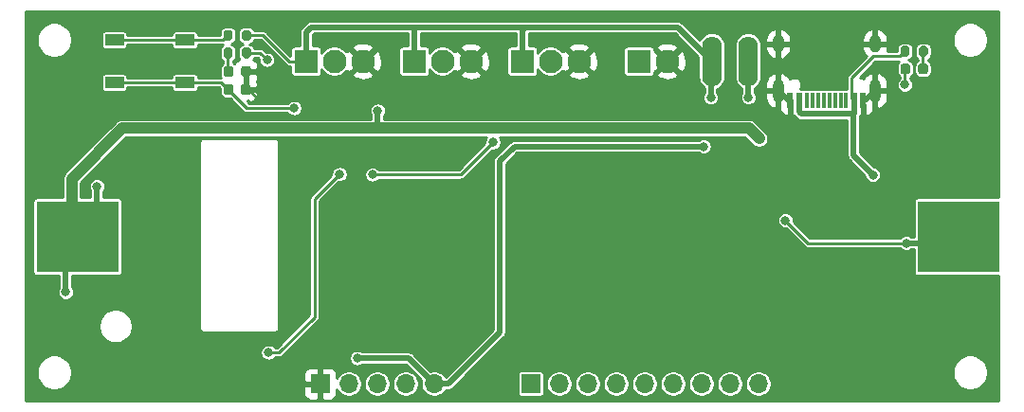
<source format=gbl>
G04 #@! TF.GenerationSoftware,KiCad,Pcbnew,(5.1.12)-1*
G04 #@! TF.CreationDate,2022-06-29T22:30:09+05:00*
G04 #@! TF.ProjectId,YNXT-WM01,594e5854-2d57-44d3-9031-2e6b69636164,rev?*
G04 #@! TF.SameCoordinates,Original*
G04 #@! TF.FileFunction,Copper,L2,Bot*
G04 #@! TF.FilePolarity,Positive*
%FSLAX46Y46*%
G04 Gerber Fmt 4.6, Leading zero omitted, Abs format (unit mm)*
G04 Created by KiCad (PCBNEW (5.1.12)-1) date 2022-06-29 22:30:09*
%MOMM*%
%LPD*%
G01*
G04 APERTURE LIST*
G04 #@! TA.AperFunction,SMDPad,CuDef*
%ADD10R,7.340000X6.350000*%
G04 #@! TD*
G04 #@! TA.AperFunction,ComponentPad*
%ADD11R,1.700000X1.700000*%
G04 #@! TD*
G04 #@! TA.AperFunction,ComponentPad*
%ADD12O,1.700000X1.700000*%
G04 #@! TD*
G04 #@! TA.AperFunction,SMDPad,CuDef*
%ADD13O,1.750000X4.500000*%
G04 #@! TD*
G04 #@! TA.AperFunction,ComponentPad*
%ADD14C,2.100000*%
G04 #@! TD*
G04 #@! TA.AperFunction,ComponentPad*
%ADD15R,2.100000X2.100000*%
G04 #@! TD*
G04 #@! TA.AperFunction,SMDPad,CuDef*
%ADD16R,1.700000X1.000000*%
G04 #@! TD*
G04 #@! TA.AperFunction,ComponentPad*
%ADD17O,1.000000X1.600000*%
G04 #@! TD*
G04 #@! TA.AperFunction,ComponentPad*
%ADD18O,1.000000X2.100000*%
G04 #@! TD*
G04 #@! TA.AperFunction,SMDPad,CuDef*
%ADD19R,0.300000X1.450000*%
G04 #@! TD*
G04 #@! TA.AperFunction,SMDPad,CuDef*
%ADD20R,0.600000X1.450000*%
G04 #@! TD*
G04 #@! TA.AperFunction,ViaPad*
%ADD21C,0.800000*%
G04 #@! TD*
G04 #@! TA.AperFunction,Conductor*
%ADD22C,1.000000*%
G04 #@! TD*
G04 #@! TA.AperFunction,Conductor*
%ADD23C,0.500000*%
G04 #@! TD*
G04 #@! TA.AperFunction,Conductor*
%ADD24C,0.250000*%
G04 #@! TD*
G04 #@! TA.AperFunction,Conductor*
%ADD25C,0.254000*%
G04 #@! TD*
G04 #@! TA.AperFunction,Conductor*
%ADD26C,0.100000*%
G04 #@! TD*
G04 APERTURE END LIST*
D10*
X93888001Y-112455001D03*
X172548001Y-112455001D03*
D11*
X115570000Y-125603000D03*
D12*
X118110000Y-125603000D03*
X120650000Y-125603000D03*
X123190000Y-125603000D03*
X125730000Y-125603000D03*
D13*
X153771000Y-96774000D03*
X150521000Y-96774000D03*
D14*
X146558000Y-96774000D03*
D15*
X144018000Y-96774000D03*
G04 #@! TA.AperFunction,SMDPad,CuDef*
G36*
G01*
X108465500Y-99564000D02*
X108465500Y-99064000D01*
G75*
G02*
X108690500Y-98839000I225000J0D01*
G01*
X109140500Y-98839000D01*
G75*
G02*
X109365500Y-99064000I0J-225000D01*
G01*
X109365500Y-99564000D01*
G75*
G02*
X109140500Y-99789000I-225000J0D01*
G01*
X108690500Y-99789000D01*
G75*
G02*
X108465500Y-99564000I0J225000D01*
G01*
G37*
G04 #@! TD.AperFunction*
G04 #@! TA.AperFunction,SMDPad,CuDef*
G36*
G01*
X106915500Y-99564000D02*
X106915500Y-99064000D01*
G75*
G02*
X107140500Y-98839000I225000J0D01*
G01*
X107590500Y-98839000D01*
G75*
G02*
X107815500Y-99064000I0J-225000D01*
G01*
X107815500Y-99564000D01*
G75*
G02*
X107590500Y-99789000I-225000J0D01*
G01*
X107140500Y-99789000D01*
G75*
G02*
X106915500Y-99564000I0J225000D01*
G01*
G37*
G04 #@! TD.AperFunction*
G04 #@! TA.AperFunction,SMDPad,CuDef*
G36*
G01*
X167380200Y-97728750D02*
X167380200Y-97216250D01*
G75*
G02*
X167598950Y-96997500I218750J0D01*
G01*
X168036450Y-96997500D01*
G75*
G02*
X168255200Y-97216250I0J-218750D01*
G01*
X168255200Y-97728750D01*
G75*
G02*
X168036450Y-97947500I-218750J0D01*
G01*
X167598950Y-97947500D01*
G75*
G02*
X167380200Y-97728750I0J218750D01*
G01*
G37*
G04 #@! TD.AperFunction*
G04 #@! TA.AperFunction,SMDPad,CuDef*
G36*
G01*
X168955200Y-97728750D02*
X168955200Y-97216250D01*
G75*
G02*
X169173950Y-96997500I218750J0D01*
G01*
X169611450Y-96997500D01*
G75*
G02*
X169830200Y-97216250I0J-218750D01*
G01*
X169830200Y-97728750D01*
G75*
G02*
X169611450Y-97947500I-218750J0D01*
G01*
X169173950Y-97947500D01*
G75*
G02*
X168955200Y-97728750I0J218750D01*
G01*
G37*
G04 #@! TD.AperFunction*
X114300000Y-96774000D03*
D14*
X116840000Y-96774000D03*
X119380000Y-96774000D03*
X129032000Y-96774000D03*
X126492000Y-96774000D03*
D15*
X123952000Y-96774000D03*
X133604000Y-96774000D03*
D14*
X136144000Y-96774000D03*
X138684000Y-96774000D03*
G04 #@! TA.AperFunction,SMDPad,CuDef*
G36*
G01*
X107727700Y-94174900D02*
X107727700Y-94724900D01*
G75*
G02*
X107527700Y-94924900I-200000J0D01*
G01*
X107127700Y-94924900D01*
G75*
G02*
X106927700Y-94724900I0J200000D01*
G01*
X106927700Y-94174900D01*
G75*
G02*
X107127700Y-93974900I200000J0D01*
G01*
X107527700Y-93974900D01*
G75*
G02*
X107727700Y-94174900I0J-200000D01*
G01*
G37*
G04 #@! TD.AperFunction*
G04 #@! TA.AperFunction,SMDPad,CuDef*
G36*
G01*
X109377700Y-94174900D02*
X109377700Y-94724900D01*
G75*
G02*
X109177700Y-94924900I-200000J0D01*
G01*
X108777700Y-94924900D01*
G75*
G02*
X108577700Y-94724900I0J200000D01*
G01*
X108577700Y-94174900D01*
G75*
G02*
X108777700Y-93974900I200000J0D01*
G01*
X109177700Y-93974900D01*
G75*
G02*
X109377700Y-94174900I0J-200000D01*
G01*
G37*
G04 #@! TD.AperFunction*
G04 #@! TA.AperFunction,SMDPad,CuDef*
G36*
G01*
X167380200Y-96160000D02*
X167380200Y-95610000D01*
G75*
G02*
X167580200Y-95410000I200000J0D01*
G01*
X167980200Y-95410000D01*
G75*
G02*
X168180200Y-95610000I0J-200000D01*
G01*
X168180200Y-96160000D01*
G75*
G02*
X167980200Y-96360000I-200000J0D01*
G01*
X167580200Y-96360000D01*
G75*
G02*
X167380200Y-96160000I0J200000D01*
G01*
G37*
G04 #@! TD.AperFunction*
G04 #@! TA.AperFunction,SMDPad,CuDef*
G36*
G01*
X169030200Y-96160000D02*
X169030200Y-95610000D01*
G75*
G02*
X169230200Y-95410000I200000J0D01*
G01*
X169630200Y-95410000D01*
G75*
G02*
X169830200Y-95610000I0J-200000D01*
G01*
X169830200Y-96160000D01*
G75*
G02*
X169630200Y-96360000I-200000J0D01*
G01*
X169230200Y-96360000D01*
G75*
G02*
X169030200Y-96160000I0J200000D01*
G01*
G37*
G04 #@! TD.AperFunction*
D16*
X103480000Y-94874000D03*
X97180000Y-94874000D03*
X103480000Y-98674000D03*
X97180000Y-98674000D03*
G04 #@! TA.AperFunction,SMDPad,CuDef*
G36*
G01*
X109378200Y-97432150D02*
X109378200Y-97944650D01*
G75*
G02*
X109159450Y-98163400I-218750J0D01*
G01*
X108721950Y-98163400D01*
G75*
G02*
X108503200Y-97944650I0J218750D01*
G01*
X108503200Y-97432150D01*
G75*
G02*
X108721950Y-97213400I218750J0D01*
G01*
X109159450Y-97213400D01*
G75*
G02*
X109378200Y-97432150I0J-218750D01*
G01*
G37*
G04 #@! TD.AperFunction*
G04 #@! TA.AperFunction,SMDPad,CuDef*
G36*
G01*
X107803200Y-97432150D02*
X107803200Y-97944650D01*
G75*
G02*
X107584450Y-98163400I-218750J0D01*
G01*
X107146950Y-98163400D01*
G75*
G02*
X106928200Y-97944650I0J218750D01*
G01*
X106928200Y-97432150D01*
G75*
G02*
X107146950Y-97213400I218750J0D01*
G01*
X107584450Y-97213400D01*
G75*
G02*
X107803200Y-97432150I0J-218750D01*
G01*
G37*
G04 #@! TD.AperFunction*
G04 #@! TA.AperFunction,SMDPad,CuDef*
G36*
G01*
X106928200Y-96312400D02*
X106928200Y-95762400D01*
G75*
G02*
X107128200Y-95562400I200000J0D01*
G01*
X107528200Y-95562400D01*
G75*
G02*
X107728200Y-95762400I0J-200000D01*
G01*
X107728200Y-96312400D01*
G75*
G02*
X107528200Y-96512400I-200000J0D01*
G01*
X107128200Y-96512400D01*
G75*
G02*
X106928200Y-96312400I0J200000D01*
G01*
G37*
G04 #@! TD.AperFunction*
G04 #@! TA.AperFunction,SMDPad,CuDef*
G36*
G01*
X108578200Y-96312400D02*
X108578200Y-95762400D01*
G75*
G02*
X108778200Y-95562400I200000J0D01*
G01*
X109178200Y-95562400D01*
G75*
G02*
X109378200Y-95762400I0J-200000D01*
G01*
X109378200Y-96312400D01*
G75*
G02*
X109178200Y-96512400I-200000J0D01*
G01*
X108778200Y-96512400D01*
G75*
G02*
X108578200Y-96312400I0J200000D01*
G01*
G37*
G04 #@! TD.AperFunction*
D17*
X165102000Y-95216000D03*
X156462000Y-95216000D03*
D18*
X156462000Y-99396000D03*
X165102000Y-99396000D03*
D19*
X160532000Y-100311000D03*
X162532000Y-100311000D03*
X162032000Y-100311000D03*
X161532000Y-100311000D03*
X161032000Y-100311000D03*
X160032000Y-100311000D03*
X159532000Y-100311000D03*
X159032000Y-100311000D03*
D20*
X164032000Y-100311000D03*
X163232000Y-100311000D03*
X158332000Y-100311000D03*
X157532000Y-100311000D03*
X157532000Y-100311000D03*
X158332000Y-100311000D03*
X163232000Y-100311000D03*
X164032000Y-100311000D03*
D11*
X134366000Y-125603000D03*
D12*
X136906000Y-125603000D03*
X139446000Y-125603000D03*
X141986000Y-125603000D03*
X144526000Y-125603000D03*
X147066000Y-125603000D03*
X149606000Y-125603000D03*
X152146000Y-125603000D03*
X154686000Y-125603000D03*
D21*
X154749500Y-103695500D03*
X120693510Y-101199010D03*
X95631000Y-107950000D03*
X92837000Y-117411500D03*
X167894000Y-113030000D03*
X157099000Y-110998000D03*
X164909500Y-106934000D03*
X110045500Y-100203000D03*
X113220500Y-100965000D03*
X118872000Y-123317000D03*
X150431500Y-100012500D03*
X149796500Y-104394000D03*
X167767000Y-98869500D03*
X153797000Y-100012500D03*
X120238000Y-106903000D03*
X131000500Y-104013000D03*
X117284500Y-106870500D03*
X110934500Y-122809000D03*
X110807500Y-96647000D03*
D22*
X93380001Y-112455001D02*
X93380001Y-107280001D01*
X93380001Y-107280001D02*
X97897012Y-102762990D01*
D23*
X93567002Y-112268000D02*
X93380001Y-112455001D01*
D22*
X153816990Y-102762990D02*
X154749500Y-103695500D01*
D23*
X120693510Y-102762990D02*
X120693510Y-101199010D01*
D22*
X97897012Y-102762990D02*
X120693510Y-102762990D01*
X120693510Y-102762990D02*
X153816990Y-102762990D01*
D23*
X120693510Y-101199010D02*
X120693510Y-101199010D01*
X93888001Y-112455001D02*
X93888001Y-112105999D01*
X95631000Y-110363000D02*
X95631000Y-107950000D01*
X93888001Y-112105999D02*
X95631000Y-110363000D01*
X92837000Y-113506002D02*
X93888001Y-112455001D01*
X92837000Y-117411500D02*
X92837000Y-113506002D01*
D22*
X172548001Y-112455001D02*
X169738999Y-112455001D01*
D23*
X171973002Y-113030000D02*
X172548001Y-112455001D01*
X167894000Y-113030000D02*
X171973002Y-113030000D01*
D24*
X167894000Y-113030000D02*
X159131000Y-113030000D01*
X159131000Y-113030000D02*
X157099000Y-110998000D01*
D23*
X163232000Y-101446000D02*
X163232000Y-100311000D01*
X163191999Y-101486001D02*
X163232000Y-101446000D01*
X158521999Y-101486001D02*
X163191999Y-101486001D01*
X158332000Y-101296002D02*
X158521999Y-101486001D01*
X158332000Y-100311000D02*
X158332000Y-101296002D01*
D24*
X167324190Y-96341010D02*
X167780200Y-95885000D01*
X164961490Y-96341010D02*
X167324190Y-96341010D01*
X163021999Y-98280501D02*
X164961490Y-96341010D01*
X163021999Y-100100999D02*
X163021999Y-98280501D01*
X163232000Y-100311000D02*
X163021999Y-100100999D01*
D23*
X163191999Y-101486001D02*
X163191999Y-105216499D01*
X163191999Y-105216499D02*
X164909500Y-106934000D01*
X157377000Y-100311000D02*
X156462000Y-99396000D01*
X157532000Y-100311000D02*
X157377000Y-100311000D01*
X164187000Y-100311000D02*
X165102000Y-99396000D01*
X164032000Y-100311000D02*
X164187000Y-100311000D01*
D24*
X108915500Y-97713600D02*
X108940700Y-97688400D01*
X108915500Y-99314000D02*
X108915500Y-97713600D01*
X108915500Y-99314000D02*
X109156500Y-99314000D01*
X109156500Y-99314000D02*
X110045500Y-100203000D01*
X97180000Y-98674000D02*
X103480000Y-98674000D01*
X106725500Y-98674000D02*
X107365500Y-99314000D01*
X103480000Y-98674000D02*
X106725500Y-98674000D01*
X109016500Y-100965000D02*
X113220500Y-100965000D01*
X107365500Y-99314000D02*
X109016500Y-100965000D01*
D23*
X125730000Y-125603000D02*
X123444000Y-123317000D01*
X123444000Y-123317000D02*
X118872000Y-123317000D01*
D24*
X150495000Y-96800000D02*
X150521000Y-96774000D01*
X150521000Y-95339500D02*
X150521000Y-96774000D01*
X114300000Y-96774000D02*
X112776000Y-96774000D01*
X110451900Y-94449900D02*
X108977700Y-94449900D01*
X112776000Y-96774000D02*
X110451900Y-94449900D01*
D23*
X150431500Y-96863500D02*
X150521000Y-96774000D01*
X150431500Y-100012500D02*
X150431500Y-96863500D01*
X114300000Y-96774000D02*
X114300000Y-94170500D01*
X114300000Y-94170500D02*
X114744500Y-93726000D01*
X147473000Y-93726000D02*
X150521000Y-96774000D01*
X133604000Y-93980000D02*
X133858000Y-93726000D01*
X133604000Y-96774000D02*
X133604000Y-93980000D01*
X133858000Y-93726000D02*
X147473000Y-93726000D01*
X123952000Y-93853000D02*
X123825000Y-93726000D01*
X123952000Y-96774000D02*
X123952000Y-93853000D01*
X123825000Y-93726000D02*
X133858000Y-93726000D01*
X114744500Y-93726000D02*
X123825000Y-93726000D01*
X125730000Y-125603000D02*
X127000000Y-125603000D01*
X127000000Y-125603000D02*
X131572000Y-121031000D01*
X131572000Y-121031000D02*
X131572000Y-105727500D01*
X131572000Y-105727500D02*
X132905500Y-104394000D01*
X132905500Y-104394000D02*
X149796500Y-104394000D01*
D24*
X167767000Y-97523200D02*
X167817700Y-97472500D01*
X167767000Y-98869500D02*
X167767000Y-97523200D01*
X169392700Y-95922500D02*
X169430200Y-95885000D01*
X169392700Y-97472500D02*
X169392700Y-95922500D01*
X117221000Y-97663000D02*
X116840000Y-97663000D01*
X117221000Y-97663000D02*
X117094000Y-97663000D01*
D23*
X153797000Y-96800000D02*
X153771000Y-96774000D01*
X153797000Y-100012500D02*
X153797000Y-96800000D01*
D24*
X97180000Y-94874000D02*
X103480000Y-94874000D01*
X106903600Y-94874000D02*
X107327700Y-94449900D01*
X103480000Y-94874000D02*
X106903600Y-94874000D01*
X120238000Y-106903000D02*
X128110500Y-106903000D01*
X128110500Y-106903000D02*
X131000500Y-104013000D01*
X117284500Y-106870500D02*
X115062000Y-109093000D01*
X115062000Y-109093000D02*
X115062000Y-119253000D01*
X115062000Y-119253000D02*
X115062000Y-119634000D01*
X115062000Y-119634000D02*
X111887000Y-122809000D01*
X111887000Y-122809000D02*
X110934500Y-122809000D01*
X107328200Y-97650900D02*
X107365700Y-97688400D01*
X107328200Y-96037400D02*
X107328200Y-97650900D01*
X110197900Y-96037400D02*
X110807500Y-96647000D01*
X108978200Y-96037400D02*
X110197900Y-96037400D01*
D25*
X176153000Y-108951419D02*
X168878001Y-108951419D01*
X168813898Y-108957733D01*
X168752258Y-108976431D01*
X168695451Y-109006795D01*
X168645658Y-109047658D01*
X168604795Y-109097451D01*
X168574431Y-109154258D01*
X168555733Y-109215898D01*
X168549419Y-109280001D01*
X168549419Y-112453000D01*
X168339025Y-112453000D01*
X168238364Y-112385741D01*
X168106058Y-112330938D01*
X167965603Y-112303000D01*
X167822397Y-112303000D01*
X167681942Y-112330938D01*
X167549636Y-112385741D01*
X167430564Y-112465302D01*
X167329302Y-112566564D01*
X167321661Y-112578000D01*
X159318224Y-112578000D01*
X157823317Y-111083093D01*
X157826000Y-111069603D01*
X157826000Y-110926397D01*
X157798062Y-110785942D01*
X157743259Y-110653636D01*
X157663698Y-110534564D01*
X157562436Y-110433302D01*
X157443364Y-110353741D01*
X157311058Y-110298938D01*
X157170603Y-110271000D01*
X157027397Y-110271000D01*
X156886942Y-110298938D01*
X156754636Y-110353741D01*
X156635564Y-110433302D01*
X156534302Y-110534564D01*
X156454741Y-110653636D01*
X156399938Y-110785942D01*
X156372000Y-110926397D01*
X156372000Y-111069603D01*
X156399938Y-111210058D01*
X156454741Y-111342364D01*
X156534302Y-111461436D01*
X156635564Y-111562698D01*
X156754636Y-111642259D01*
X156886942Y-111697062D01*
X157027397Y-111725000D01*
X157170603Y-111725000D01*
X157184093Y-111722317D01*
X158795681Y-113333905D01*
X158809841Y-113351159D01*
X158878667Y-113407643D01*
X158939155Y-113439974D01*
X158957190Y-113449614D01*
X159042392Y-113475460D01*
X159131000Y-113484187D01*
X159153205Y-113482000D01*
X167321661Y-113482000D01*
X167329302Y-113493436D01*
X167430564Y-113594698D01*
X167549636Y-113674259D01*
X167681942Y-113729062D01*
X167822397Y-113757000D01*
X167965603Y-113757000D01*
X168106058Y-113729062D01*
X168238364Y-113674259D01*
X168339025Y-113607000D01*
X168549419Y-113607000D01*
X168549419Y-115630001D01*
X168555733Y-115694104D01*
X168574431Y-115755744D01*
X168604795Y-115812551D01*
X168645658Y-115862344D01*
X168695451Y-115903207D01*
X168752258Y-115933571D01*
X168813898Y-115952269D01*
X168878001Y-115958583D01*
X176153001Y-115958583D01*
X176153001Y-127131000D01*
X89277000Y-127131000D01*
X89277000Y-126453000D01*
X114081928Y-126453000D01*
X114094188Y-126577482D01*
X114130498Y-126697180D01*
X114189463Y-126807494D01*
X114268815Y-126904185D01*
X114365506Y-126983537D01*
X114475820Y-127042502D01*
X114595518Y-127078812D01*
X114720000Y-127091072D01*
X115284250Y-127088000D01*
X115443000Y-126929250D01*
X115443000Y-125730000D01*
X114243750Y-125730000D01*
X114085000Y-125888750D01*
X114081928Y-126453000D01*
X89277000Y-126453000D01*
X89277000Y-124431679D01*
X90244000Y-124431679D01*
X90244000Y-124742321D01*
X90304604Y-125046994D01*
X90423481Y-125333989D01*
X90596064Y-125592279D01*
X90815721Y-125811936D01*
X91074011Y-125984519D01*
X91361006Y-126103396D01*
X91665679Y-126164000D01*
X91976321Y-126164000D01*
X92280994Y-126103396D01*
X92567989Y-125984519D01*
X92826279Y-125811936D01*
X93045936Y-125592279D01*
X93218519Y-125333989D01*
X93337396Y-125046994D01*
X93395875Y-124753000D01*
X114081928Y-124753000D01*
X114085000Y-125317250D01*
X114243750Y-125476000D01*
X115443000Y-125476000D01*
X115443000Y-124276750D01*
X115697000Y-124276750D01*
X115697000Y-125476000D01*
X115717000Y-125476000D01*
X115717000Y-125730000D01*
X115697000Y-125730000D01*
X115697000Y-126929250D01*
X115855750Y-127088000D01*
X116420000Y-127091072D01*
X116544482Y-127078812D01*
X116664180Y-127042502D01*
X116774494Y-126983537D01*
X116871185Y-126904185D01*
X116950537Y-126807494D01*
X117009502Y-126697180D01*
X117045812Y-126577482D01*
X117058072Y-126453000D01*
X117056340Y-126134890D01*
X117066956Y-126160519D01*
X117195764Y-126353294D01*
X117359706Y-126517236D01*
X117552481Y-126646044D01*
X117766682Y-126734769D01*
X117994076Y-126780000D01*
X118225924Y-126780000D01*
X118453318Y-126734769D01*
X118667519Y-126646044D01*
X118860294Y-126517236D01*
X119024236Y-126353294D01*
X119153044Y-126160519D01*
X119241769Y-125946318D01*
X119287000Y-125718924D01*
X119287000Y-125487076D01*
X119473000Y-125487076D01*
X119473000Y-125718924D01*
X119518231Y-125946318D01*
X119606956Y-126160519D01*
X119735764Y-126353294D01*
X119899706Y-126517236D01*
X120092481Y-126646044D01*
X120306682Y-126734769D01*
X120534076Y-126780000D01*
X120765924Y-126780000D01*
X120993318Y-126734769D01*
X121207519Y-126646044D01*
X121400294Y-126517236D01*
X121564236Y-126353294D01*
X121693044Y-126160519D01*
X121781769Y-125946318D01*
X121827000Y-125718924D01*
X121827000Y-125487076D01*
X122013000Y-125487076D01*
X122013000Y-125718924D01*
X122058231Y-125946318D01*
X122146956Y-126160519D01*
X122275764Y-126353294D01*
X122439706Y-126517236D01*
X122632481Y-126646044D01*
X122846682Y-126734769D01*
X123074076Y-126780000D01*
X123305924Y-126780000D01*
X123533318Y-126734769D01*
X123747519Y-126646044D01*
X123940294Y-126517236D01*
X124104236Y-126353294D01*
X124233044Y-126160519D01*
X124321769Y-125946318D01*
X124367000Y-125718924D01*
X124367000Y-125487076D01*
X124321769Y-125259682D01*
X124233044Y-125045481D01*
X124104236Y-124852706D01*
X123940294Y-124688764D01*
X123747519Y-124559956D01*
X123533318Y-124471231D01*
X123305924Y-124426000D01*
X123074076Y-124426000D01*
X122846682Y-124471231D01*
X122632481Y-124559956D01*
X122439706Y-124688764D01*
X122275764Y-124852706D01*
X122146956Y-125045481D01*
X122058231Y-125259682D01*
X122013000Y-125487076D01*
X121827000Y-125487076D01*
X121781769Y-125259682D01*
X121693044Y-125045481D01*
X121564236Y-124852706D01*
X121400294Y-124688764D01*
X121207519Y-124559956D01*
X120993318Y-124471231D01*
X120765924Y-124426000D01*
X120534076Y-124426000D01*
X120306682Y-124471231D01*
X120092481Y-124559956D01*
X119899706Y-124688764D01*
X119735764Y-124852706D01*
X119606956Y-125045481D01*
X119518231Y-125259682D01*
X119473000Y-125487076D01*
X119287000Y-125487076D01*
X119241769Y-125259682D01*
X119153044Y-125045481D01*
X119024236Y-124852706D01*
X118860294Y-124688764D01*
X118667519Y-124559956D01*
X118453318Y-124471231D01*
X118225924Y-124426000D01*
X117994076Y-124426000D01*
X117766682Y-124471231D01*
X117552481Y-124559956D01*
X117359706Y-124688764D01*
X117195764Y-124852706D01*
X117066956Y-125045481D01*
X117056340Y-125071110D01*
X117058072Y-124753000D01*
X117045812Y-124628518D01*
X117009502Y-124508820D01*
X116950537Y-124398506D01*
X116871185Y-124301815D01*
X116774494Y-124222463D01*
X116664180Y-124163498D01*
X116544482Y-124127188D01*
X116420000Y-124114928D01*
X115855750Y-124118000D01*
X115697000Y-124276750D01*
X115443000Y-124276750D01*
X115284250Y-124118000D01*
X114720000Y-124114928D01*
X114595518Y-124127188D01*
X114475820Y-124163498D01*
X114365506Y-124222463D01*
X114268815Y-124301815D01*
X114189463Y-124398506D01*
X114130498Y-124508820D01*
X114094188Y-124628518D01*
X114081928Y-124753000D01*
X93395875Y-124753000D01*
X93398000Y-124742321D01*
X93398000Y-124431679D01*
X93337396Y-124127006D01*
X93218519Y-123840011D01*
X93045936Y-123581721D01*
X92826279Y-123362064D01*
X92567989Y-123189481D01*
X92280994Y-123070604D01*
X91976321Y-123010000D01*
X91665679Y-123010000D01*
X91361006Y-123070604D01*
X91074011Y-123189481D01*
X90815721Y-123362064D01*
X90596064Y-123581721D01*
X90423481Y-123840011D01*
X90304604Y-124127006D01*
X90244000Y-124431679D01*
X89277000Y-124431679D01*
X89277000Y-122737397D01*
X110207500Y-122737397D01*
X110207500Y-122880603D01*
X110235438Y-123021058D01*
X110290241Y-123153364D01*
X110369802Y-123272436D01*
X110471064Y-123373698D01*
X110590136Y-123453259D01*
X110722442Y-123508062D01*
X110862897Y-123536000D01*
X111006103Y-123536000D01*
X111146558Y-123508062D01*
X111278864Y-123453259D01*
X111397936Y-123373698D01*
X111499198Y-123272436D01*
X111506839Y-123261000D01*
X111864795Y-123261000D01*
X111887000Y-123263187D01*
X111909205Y-123261000D01*
X111975607Y-123254460D01*
X112005483Y-123245397D01*
X118145000Y-123245397D01*
X118145000Y-123388603D01*
X118172938Y-123529058D01*
X118227741Y-123661364D01*
X118307302Y-123780436D01*
X118408564Y-123881698D01*
X118527636Y-123961259D01*
X118659942Y-124016062D01*
X118800397Y-124044000D01*
X118943603Y-124044000D01*
X119084058Y-124016062D01*
X119216364Y-123961259D01*
X119317025Y-123894000D01*
X123204999Y-123894000D01*
X124593660Y-125282662D01*
X124553000Y-125487076D01*
X124553000Y-125718924D01*
X124598231Y-125946318D01*
X124686956Y-126160519D01*
X124815764Y-126353294D01*
X124979706Y-126517236D01*
X125172481Y-126646044D01*
X125386682Y-126734769D01*
X125614076Y-126780000D01*
X125845924Y-126780000D01*
X126073318Y-126734769D01*
X126287519Y-126646044D01*
X126480294Y-126517236D01*
X126644236Y-126353294D01*
X126760027Y-126180000D01*
X126971669Y-126180000D01*
X127000000Y-126182790D01*
X127028331Y-126180000D01*
X127028336Y-126180000D01*
X127058045Y-126177074D01*
X127113111Y-126171651D01*
X127157770Y-126158103D01*
X127221876Y-126138657D01*
X127322115Y-126085079D01*
X127409974Y-126012974D01*
X127428039Y-125990962D01*
X128666001Y-124753000D01*
X133187418Y-124753000D01*
X133187418Y-126453000D01*
X133193732Y-126517103D01*
X133212430Y-126578743D01*
X133242794Y-126635550D01*
X133283657Y-126685343D01*
X133333450Y-126726206D01*
X133390257Y-126756570D01*
X133451897Y-126775268D01*
X133516000Y-126781582D01*
X135216000Y-126781582D01*
X135280103Y-126775268D01*
X135341743Y-126756570D01*
X135398550Y-126726206D01*
X135448343Y-126685343D01*
X135489206Y-126635550D01*
X135519570Y-126578743D01*
X135538268Y-126517103D01*
X135544582Y-126453000D01*
X135544582Y-125487076D01*
X135729000Y-125487076D01*
X135729000Y-125718924D01*
X135774231Y-125946318D01*
X135862956Y-126160519D01*
X135991764Y-126353294D01*
X136155706Y-126517236D01*
X136348481Y-126646044D01*
X136562682Y-126734769D01*
X136790076Y-126780000D01*
X137021924Y-126780000D01*
X137249318Y-126734769D01*
X137463519Y-126646044D01*
X137656294Y-126517236D01*
X137820236Y-126353294D01*
X137949044Y-126160519D01*
X138037769Y-125946318D01*
X138083000Y-125718924D01*
X138083000Y-125487076D01*
X138269000Y-125487076D01*
X138269000Y-125718924D01*
X138314231Y-125946318D01*
X138402956Y-126160519D01*
X138531764Y-126353294D01*
X138695706Y-126517236D01*
X138888481Y-126646044D01*
X139102682Y-126734769D01*
X139330076Y-126780000D01*
X139561924Y-126780000D01*
X139789318Y-126734769D01*
X140003519Y-126646044D01*
X140196294Y-126517236D01*
X140360236Y-126353294D01*
X140489044Y-126160519D01*
X140577769Y-125946318D01*
X140623000Y-125718924D01*
X140623000Y-125487076D01*
X140809000Y-125487076D01*
X140809000Y-125718924D01*
X140854231Y-125946318D01*
X140942956Y-126160519D01*
X141071764Y-126353294D01*
X141235706Y-126517236D01*
X141428481Y-126646044D01*
X141642682Y-126734769D01*
X141870076Y-126780000D01*
X142101924Y-126780000D01*
X142329318Y-126734769D01*
X142543519Y-126646044D01*
X142736294Y-126517236D01*
X142900236Y-126353294D01*
X143029044Y-126160519D01*
X143117769Y-125946318D01*
X143163000Y-125718924D01*
X143163000Y-125487076D01*
X143349000Y-125487076D01*
X143349000Y-125718924D01*
X143394231Y-125946318D01*
X143482956Y-126160519D01*
X143611764Y-126353294D01*
X143775706Y-126517236D01*
X143968481Y-126646044D01*
X144182682Y-126734769D01*
X144410076Y-126780000D01*
X144641924Y-126780000D01*
X144869318Y-126734769D01*
X145083519Y-126646044D01*
X145276294Y-126517236D01*
X145440236Y-126353294D01*
X145569044Y-126160519D01*
X145657769Y-125946318D01*
X145703000Y-125718924D01*
X145703000Y-125487076D01*
X145889000Y-125487076D01*
X145889000Y-125718924D01*
X145934231Y-125946318D01*
X146022956Y-126160519D01*
X146151764Y-126353294D01*
X146315706Y-126517236D01*
X146508481Y-126646044D01*
X146722682Y-126734769D01*
X146950076Y-126780000D01*
X147181924Y-126780000D01*
X147409318Y-126734769D01*
X147623519Y-126646044D01*
X147816294Y-126517236D01*
X147980236Y-126353294D01*
X148109044Y-126160519D01*
X148197769Y-125946318D01*
X148243000Y-125718924D01*
X148243000Y-125487076D01*
X148429000Y-125487076D01*
X148429000Y-125718924D01*
X148474231Y-125946318D01*
X148562956Y-126160519D01*
X148691764Y-126353294D01*
X148855706Y-126517236D01*
X149048481Y-126646044D01*
X149262682Y-126734769D01*
X149490076Y-126780000D01*
X149721924Y-126780000D01*
X149949318Y-126734769D01*
X150163519Y-126646044D01*
X150356294Y-126517236D01*
X150520236Y-126353294D01*
X150649044Y-126160519D01*
X150737769Y-125946318D01*
X150783000Y-125718924D01*
X150783000Y-125487076D01*
X150969000Y-125487076D01*
X150969000Y-125718924D01*
X151014231Y-125946318D01*
X151102956Y-126160519D01*
X151231764Y-126353294D01*
X151395706Y-126517236D01*
X151588481Y-126646044D01*
X151802682Y-126734769D01*
X152030076Y-126780000D01*
X152261924Y-126780000D01*
X152489318Y-126734769D01*
X152703519Y-126646044D01*
X152896294Y-126517236D01*
X153060236Y-126353294D01*
X153189044Y-126160519D01*
X153277769Y-125946318D01*
X153323000Y-125718924D01*
X153323000Y-125487076D01*
X153509000Y-125487076D01*
X153509000Y-125718924D01*
X153554231Y-125946318D01*
X153642956Y-126160519D01*
X153771764Y-126353294D01*
X153935706Y-126517236D01*
X154128481Y-126646044D01*
X154342682Y-126734769D01*
X154570076Y-126780000D01*
X154801924Y-126780000D01*
X155029318Y-126734769D01*
X155243519Y-126646044D01*
X155436294Y-126517236D01*
X155600236Y-126353294D01*
X155729044Y-126160519D01*
X155817769Y-125946318D01*
X155863000Y-125718924D01*
X155863000Y-125487076D01*
X155817769Y-125259682D01*
X155729044Y-125045481D01*
X155600236Y-124852706D01*
X155436294Y-124688764D01*
X155243519Y-124559956D01*
X155029318Y-124471231D01*
X154830475Y-124431679D01*
X172032000Y-124431679D01*
X172032000Y-124742321D01*
X172092604Y-125046994D01*
X172211481Y-125333989D01*
X172384064Y-125592279D01*
X172603721Y-125811936D01*
X172862011Y-125984519D01*
X173149006Y-126103396D01*
X173453679Y-126164000D01*
X173764321Y-126164000D01*
X174068994Y-126103396D01*
X174355989Y-125984519D01*
X174614279Y-125811936D01*
X174833936Y-125592279D01*
X175006519Y-125333989D01*
X175125396Y-125046994D01*
X175186000Y-124742321D01*
X175186000Y-124431679D01*
X175125396Y-124127006D01*
X175006519Y-123840011D01*
X174833936Y-123581721D01*
X174614279Y-123362064D01*
X174355989Y-123189481D01*
X174068994Y-123070604D01*
X173764321Y-123010000D01*
X173453679Y-123010000D01*
X173149006Y-123070604D01*
X172862011Y-123189481D01*
X172603721Y-123362064D01*
X172384064Y-123581721D01*
X172211481Y-123840011D01*
X172092604Y-124127006D01*
X172032000Y-124431679D01*
X154830475Y-124431679D01*
X154801924Y-124426000D01*
X154570076Y-124426000D01*
X154342682Y-124471231D01*
X154128481Y-124559956D01*
X153935706Y-124688764D01*
X153771764Y-124852706D01*
X153642956Y-125045481D01*
X153554231Y-125259682D01*
X153509000Y-125487076D01*
X153323000Y-125487076D01*
X153277769Y-125259682D01*
X153189044Y-125045481D01*
X153060236Y-124852706D01*
X152896294Y-124688764D01*
X152703519Y-124559956D01*
X152489318Y-124471231D01*
X152261924Y-124426000D01*
X152030076Y-124426000D01*
X151802682Y-124471231D01*
X151588481Y-124559956D01*
X151395706Y-124688764D01*
X151231764Y-124852706D01*
X151102956Y-125045481D01*
X151014231Y-125259682D01*
X150969000Y-125487076D01*
X150783000Y-125487076D01*
X150737769Y-125259682D01*
X150649044Y-125045481D01*
X150520236Y-124852706D01*
X150356294Y-124688764D01*
X150163519Y-124559956D01*
X149949318Y-124471231D01*
X149721924Y-124426000D01*
X149490076Y-124426000D01*
X149262682Y-124471231D01*
X149048481Y-124559956D01*
X148855706Y-124688764D01*
X148691764Y-124852706D01*
X148562956Y-125045481D01*
X148474231Y-125259682D01*
X148429000Y-125487076D01*
X148243000Y-125487076D01*
X148197769Y-125259682D01*
X148109044Y-125045481D01*
X147980236Y-124852706D01*
X147816294Y-124688764D01*
X147623519Y-124559956D01*
X147409318Y-124471231D01*
X147181924Y-124426000D01*
X146950076Y-124426000D01*
X146722682Y-124471231D01*
X146508481Y-124559956D01*
X146315706Y-124688764D01*
X146151764Y-124852706D01*
X146022956Y-125045481D01*
X145934231Y-125259682D01*
X145889000Y-125487076D01*
X145703000Y-125487076D01*
X145657769Y-125259682D01*
X145569044Y-125045481D01*
X145440236Y-124852706D01*
X145276294Y-124688764D01*
X145083519Y-124559956D01*
X144869318Y-124471231D01*
X144641924Y-124426000D01*
X144410076Y-124426000D01*
X144182682Y-124471231D01*
X143968481Y-124559956D01*
X143775706Y-124688764D01*
X143611764Y-124852706D01*
X143482956Y-125045481D01*
X143394231Y-125259682D01*
X143349000Y-125487076D01*
X143163000Y-125487076D01*
X143117769Y-125259682D01*
X143029044Y-125045481D01*
X142900236Y-124852706D01*
X142736294Y-124688764D01*
X142543519Y-124559956D01*
X142329318Y-124471231D01*
X142101924Y-124426000D01*
X141870076Y-124426000D01*
X141642682Y-124471231D01*
X141428481Y-124559956D01*
X141235706Y-124688764D01*
X141071764Y-124852706D01*
X140942956Y-125045481D01*
X140854231Y-125259682D01*
X140809000Y-125487076D01*
X140623000Y-125487076D01*
X140577769Y-125259682D01*
X140489044Y-125045481D01*
X140360236Y-124852706D01*
X140196294Y-124688764D01*
X140003519Y-124559956D01*
X139789318Y-124471231D01*
X139561924Y-124426000D01*
X139330076Y-124426000D01*
X139102682Y-124471231D01*
X138888481Y-124559956D01*
X138695706Y-124688764D01*
X138531764Y-124852706D01*
X138402956Y-125045481D01*
X138314231Y-125259682D01*
X138269000Y-125487076D01*
X138083000Y-125487076D01*
X138037769Y-125259682D01*
X137949044Y-125045481D01*
X137820236Y-124852706D01*
X137656294Y-124688764D01*
X137463519Y-124559956D01*
X137249318Y-124471231D01*
X137021924Y-124426000D01*
X136790076Y-124426000D01*
X136562682Y-124471231D01*
X136348481Y-124559956D01*
X136155706Y-124688764D01*
X135991764Y-124852706D01*
X135862956Y-125045481D01*
X135774231Y-125259682D01*
X135729000Y-125487076D01*
X135544582Y-125487076D01*
X135544582Y-124753000D01*
X135538268Y-124688897D01*
X135519570Y-124627257D01*
X135489206Y-124570450D01*
X135448343Y-124520657D01*
X135398550Y-124479794D01*
X135341743Y-124449430D01*
X135280103Y-124430732D01*
X135216000Y-124424418D01*
X133516000Y-124424418D01*
X133451897Y-124430732D01*
X133390257Y-124449430D01*
X133333450Y-124479794D01*
X133283657Y-124520657D01*
X133242794Y-124570450D01*
X133212430Y-124627257D01*
X133193732Y-124688897D01*
X133187418Y-124753000D01*
X128666001Y-124753000D01*
X131959963Y-121459038D01*
X131981974Y-121440974D01*
X132054079Y-121353115D01*
X132107657Y-121252876D01*
X132140650Y-121144112D01*
X132149000Y-121059336D01*
X132149000Y-121059330D01*
X132151790Y-121031001D01*
X132149000Y-121002672D01*
X132149000Y-105966501D01*
X133144501Y-104971000D01*
X149351475Y-104971000D01*
X149452136Y-105038259D01*
X149584442Y-105093062D01*
X149724897Y-105121000D01*
X149868103Y-105121000D01*
X150008558Y-105093062D01*
X150140864Y-105038259D01*
X150259936Y-104958698D01*
X150361198Y-104857436D01*
X150440759Y-104738364D01*
X150495562Y-104606058D01*
X150523500Y-104465603D01*
X150523500Y-104322397D01*
X150495562Y-104181942D01*
X150440759Y-104049636D01*
X150361198Y-103930564D01*
X150259936Y-103829302D01*
X150140864Y-103749741D01*
X150008558Y-103694938D01*
X149868103Y-103667000D01*
X149724897Y-103667000D01*
X149584442Y-103694938D01*
X149452136Y-103749741D01*
X149351475Y-103817000D01*
X132933831Y-103817000D01*
X132905500Y-103814210D01*
X132877169Y-103817000D01*
X132877164Y-103817000D01*
X132850386Y-103819637D01*
X132792388Y-103825349D01*
X132728282Y-103844796D01*
X132683624Y-103858343D01*
X132583385Y-103911921D01*
X132495526Y-103984026D01*
X132477461Y-104006038D01*
X131184034Y-105299465D01*
X131162027Y-105317526D01*
X131143966Y-105339533D01*
X131143963Y-105339536D01*
X131120840Y-105367712D01*
X131089922Y-105405385D01*
X131072289Y-105438375D01*
X131036344Y-105505624D01*
X131003349Y-105614389D01*
X130992210Y-105727500D01*
X130995001Y-105755841D01*
X130995000Y-120791999D01*
X126760999Y-125026000D01*
X126760027Y-125026000D01*
X126644236Y-124852706D01*
X126480294Y-124688764D01*
X126287519Y-124559956D01*
X126073318Y-124471231D01*
X125845924Y-124426000D01*
X125614076Y-124426000D01*
X125409662Y-124466660D01*
X123872039Y-122929038D01*
X123853974Y-122907026D01*
X123766115Y-122834921D01*
X123665876Y-122781343D01*
X123601770Y-122761897D01*
X123557111Y-122748349D01*
X123502045Y-122742926D01*
X123472336Y-122740000D01*
X123472331Y-122740000D01*
X123444000Y-122737210D01*
X123415669Y-122740000D01*
X119317025Y-122740000D01*
X119216364Y-122672741D01*
X119084058Y-122617938D01*
X118943603Y-122590000D01*
X118800397Y-122590000D01*
X118659942Y-122617938D01*
X118527636Y-122672741D01*
X118408564Y-122752302D01*
X118307302Y-122853564D01*
X118227741Y-122972636D01*
X118172938Y-123104942D01*
X118145000Y-123245397D01*
X112005483Y-123245397D01*
X112060810Y-123228614D01*
X112139333Y-123186643D01*
X112208159Y-123130159D01*
X112222323Y-123112900D01*
X115365911Y-119969314D01*
X115383159Y-119955159D01*
X115439643Y-119886333D01*
X115481614Y-119807810D01*
X115507460Y-119722607D01*
X115514000Y-119656205D01*
X115516187Y-119634001D01*
X115514000Y-119611796D01*
X115514000Y-109280223D01*
X117199407Y-107594817D01*
X117212897Y-107597500D01*
X117356103Y-107597500D01*
X117496558Y-107569562D01*
X117628864Y-107514759D01*
X117747936Y-107435198D01*
X117849198Y-107333936D01*
X117928759Y-107214864D01*
X117983562Y-107082558D01*
X118011500Y-106942103D01*
X118011500Y-106798897D01*
X117983562Y-106658442D01*
X117928759Y-106526136D01*
X117849198Y-106407064D01*
X117747936Y-106305802D01*
X117628864Y-106226241D01*
X117496558Y-106171438D01*
X117356103Y-106143500D01*
X117212897Y-106143500D01*
X117072442Y-106171438D01*
X116940136Y-106226241D01*
X116821064Y-106305802D01*
X116719802Y-106407064D01*
X116640241Y-106526136D01*
X116585438Y-106658442D01*
X116557500Y-106798897D01*
X116557500Y-106942103D01*
X116560183Y-106955593D01*
X114758100Y-108757677D01*
X114740841Y-108771841D01*
X114684358Y-108840667D01*
X114642386Y-108919191D01*
X114616540Y-109004393D01*
X114607813Y-109093000D01*
X114610000Y-109115205D01*
X114610001Y-119230786D01*
X114610000Y-119230796D01*
X114610000Y-119446775D01*
X111699777Y-122357000D01*
X111506839Y-122357000D01*
X111499198Y-122345564D01*
X111397936Y-122244302D01*
X111278864Y-122164741D01*
X111146558Y-122109938D01*
X111006103Y-122082000D01*
X110862897Y-122082000D01*
X110722442Y-122109938D01*
X110590136Y-122164741D01*
X110471064Y-122244302D01*
X110369802Y-122345564D01*
X110290241Y-122464636D01*
X110235438Y-122596942D01*
X110207500Y-122737397D01*
X89277000Y-122737397D01*
X89277000Y-120305097D01*
X95766001Y-120305097D01*
X95766001Y-120604905D01*
X95824491Y-120898952D01*
X95939222Y-121175938D01*
X96105787Y-121425219D01*
X96317783Y-121637215D01*
X96567064Y-121803780D01*
X96844050Y-121918511D01*
X97138097Y-121977001D01*
X97437905Y-121977001D01*
X97731952Y-121918511D01*
X98008938Y-121803780D01*
X98258219Y-121637215D01*
X98470215Y-121425219D01*
X98636780Y-121175938D01*
X98751511Y-120898952D01*
X98810001Y-120604905D01*
X98810001Y-120305097D01*
X98751511Y-120011050D01*
X98636780Y-119734064D01*
X98470215Y-119484783D01*
X98258219Y-119272787D01*
X98008938Y-119106222D01*
X97731952Y-118991491D01*
X97437905Y-118933001D01*
X97138097Y-118933001D01*
X96844050Y-118991491D01*
X96567064Y-119106222D01*
X96317783Y-119272787D01*
X96105787Y-119484783D01*
X95939222Y-119734064D01*
X95824491Y-120011050D01*
X95766001Y-120305097D01*
X89277000Y-120305097D01*
X89277000Y-109280001D01*
X89889419Y-109280001D01*
X89889419Y-115630001D01*
X89895733Y-115694104D01*
X89914431Y-115755744D01*
X89944795Y-115812551D01*
X89985658Y-115862344D01*
X90035451Y-115903207D01*
X90092258Y-115933571D01*
X90153898Y-115952269D01*
X90218001Y-115958583D01*
X92260000Y-115958583D01*
X92260000Y-116966475D01*
X92192741Y-117067136D01*
X92137938Y-117199442D01*
X92110000Y-117339897D01*
X92110000Y-117483103D01*
X92137938Y-117623558D01*
X92192741Y-117755864D01*
X92272302Y-117874936D01*
X92373564Y-117976198D01*
X92492636Y-118055759D01*
X92624942Y-118110562D01*
X92765397Y-118138500D01*
X92908603Y-118138500D01*
X93049058Y-118110562D01*
X93181364Y-118055759D01*
X93300436Y-117976198D01*
X93401698Y-117874936D01*
X93481259Y-117755864D01*
X93536062Y-117623558D01*
X93564000Y-117483103D01*
X93564000Y-117339897D01*
X93536062Y-117199442D01*
X93481259Y-117067136D01*
X93414000Y-116966475D01*
X93414000Y-115958583D01*
X97558001Y-115958583D01*
X97622104Y-115952269D01*
X97683744Y-115933571D01*
X97740551Y-115903207D01*
X97790344Y-115862344D01*
X97831207Y-115812551D01*
X97861571Y-115755744D01*
X97880269Y-115694104D01*
X97886583Y-115630001D01*
X97886583Y-109280001D01*
X97880269Y-109215898D01*
X97861571Y-109154258D01*
X97831207Y-109097451D01*
X97790344Y-109047658D01*
X97740551Y-109006795D01*
X97683744Y-108976431D01*
X97622104Y-108957733D01*
X97558001Y-108951419D01*
X96208000Y-108951419D01*
X96208000Y-108395025D01*
X96275259Y-108294364D01*
X96330062Y-108162058D01*
X96358000Y-108021603D01*
X96358000Y-107878397D01*
X96330062Y-107737942D01*
X96275259Y-107605636D01*
X96195698Y-107486564D01*
X96094436Y-107385302D01*
X95975364Y-107305741D01*
X95843058Y-107250938D01*
X95702603Y-107223000D01*
X95559397Y-107223000D01*
X95418942Y-107250938D01*
X95286636Y-107305741D01*
X95167564Y-107385302D01*
X95066302Y-107486564D01*
X94986741Y-107605636D01*
X94931938Y-107737942D01*
X94904000Y-107878397D01*
X94904000Y-108021603D01*
X94931938Y-108162058D01*
X94986741Y-108294364D01*
X95054001Y-108395026D01*
X95054001Y-108951419D01*
X94207001Y-108951419D01*
X94207001Y-107622554D01*
X97816555Y-104013000D01*
X104777176Y-104013000D01*
X104779001Y-104031530D01*
X104779000Y-120631481D01*
X104777176Y-120650000D01*
X104784455Y-120723905D01*
X104806012Y-120794970D01*
X104841019Y-120860463D01*
X104872606Y-120898952D01*
X104888131Y-120917869D01*
X104945537Y-120964981D01*
X105011030Y-120999988D01*
X105082095Y-121021545D01*
X105156000Y-121028824D01*
X105174519Y-121027000D01*
X111487481Y-121027000D01*
X111506000Y-121028824D01*
X111524519Y-121027000D01*
X111579905Y-121021545D01*
X111650970Y-120999988D01*
X111716463Y-120964981D01*
X111773869Y-120917869D01*
X111820981Y-120860463D01*
X111855988Y-120794970D01*
X111877545Y-120723905D01*
X111884824Y-120650000D01*
X111883000Y-120631481D01*
X111883000Y-104031519D01*
X111884824Y-104013000D01*
X111877545Y-103939095D01*
X111855988Y-103868030D01*
X111820981Y-103802537D01*
X111773869Y-103745131D01*
X111716463Y-103698019D01*
X111650970Y-103663012D01*
X111579905Y-103641455D01*
X111524519Y-103636000D01*
X111506000Y-103634176D01*
X111487481Y-103636000D01*
X105174519Y-103636000D01*
X105156000Y-103634176D01*
X105137481Y-103636000D01*
X105082095Y-103641455D01*
X105011030Y-103663012D01*
X104945537Y-103698019D01*
X104888131Y-103745131D01*
X104841019Y-103802537D01*
X104806012Y-103868030D01*
X104784455Y-103939095D01*
X104777176Y-104013000D01*
X97816555Y-104013000D01*
X98239566Y-103589990D01*
X130408790Y-103589990D01*
X130356241Y-103668636D01*
X130301438Y-103800942D01*
X130273500Y-103941397D01*
X130273500Y-104084603D01*
X130276183Y-104098092D01*
X127923277Y-106451000D01*
X120810339Y-106451000D01*
X120802698Y-106439564D01*
X120701436Y-106338302D01*
X120582364Y-106258741D01*
X120450058Y-106203938D01*
X120309603Y-106176000D01*
X120166397Y-106176000D01*
X120025942Y-106203938D01*
X119893636Y-106258741D01*
X119774564Y-106338302D01*
X119673302Y-106439564D01*
X119593741Y-106558636D01*
X119538938Y-106690942D01*
X119511000Y-106831397D01*
X119511000Y-106974603D01*
X119538938Y-107115058D01*
X119593741Y-107247364D01*
X119673302Y-107366436D01*
X119774564Y-107467698D01*
X119893636Y-107547259D01*
X120025942Y-107602062D01*
X120166397Y-107630000D01*
X120309603Y-107630000D01*
X120450058Y-107602062D01*
X120582364Y-107547259D01*
X120701436Y-107467698D01*
X120802698Y-107366436D01*
X120810339Y-107355000D01*
X128088295Y-107355000D01*
X128110500Y-107357187D01*
X128132705Y-107355000D01*
X128199107Y-107348460D01*
X128284310Y-107322614D01*
X128362833Y-107280643D01*
X128431659Y-107224159D01*
X128445823Y-107206900D01*
X130915408Y-104737317D01*
X130928897Y-104740000D01*
X131072103Y-104740000D01*
X131212558Y-104712062D01*
X131344864Y-104657259D01*
X131463936Y-104577698D01*
X131565198Y-104476436D01*
X131644759Y-104357364D01*
X131699562Y-104225058D01*
X131727500Y-104084603D01*
X131727500Y-103941397D01*
X131699562Y-103800942D01*
X131644759Y-103668636D01*
X131592210Y-103589990D01*
X153474436Y-103589990D01*
X154193447Y-104309002D01*
X154287819Y-104386452D01*
X154431489Y-104463244D01*
X154587379Y-104510532D01*
X154749499Y-104526500D01*
X154911620Y-104510532D01*
X155067510Y-104463244D01*
X155211179Y-104386452D01*
X155337106Y-104283106D01*
X155440452Y-104157179D01*
X155517244Y-104013510D01*
X155564532Y-103857620D01*
X155580500Y-103695499D01*
X155564532Y-103533379D01*
X155517244Y-103377489D01*
X155440452Y-103233819D01*
X155363002Y-103139447D01*
X154430495Y-102206942D01*
X154404596Y-102175384D01*
X154278669Y-102072038D01*
X154135000Y-101995245D01*
X153979110Y-101947956D01*
X153857614Y-101935990D01*
X153857604Y-101935990D01*
X153816990Y-101931990D01*
X153776376Y-101935990D01*
X121270510Y-101935990D01*
X121270510Y-101644035D01*
X121337769Y-101543374D01*
X121392572Y-101411068D01*
X121420510Y-101270613D01*
X121420510Y-101127407D01*
X121392572Y-100986952D01*
X121337769Y-100854646D01*
X121258208Y-100735574D01*
X121156946Y-100634312D01*
X121037874Y-100554751D01*
X120905568Y-100499948D01*
X120765113Y-100472010D01*
X120621907Y-100472010D01*
X120481452Y-100499948D01*
X120349146Y-100554751D01*
X120230074Y-100634312D01*
X120128812Y-100735574D01*
X120049251Y-100854646D01*
X119994448Y-100986952D01*
X119966510Y-101127407D01*
X119966510Y-101270613D01*
X119994448Y-101411068D01*
X120049251Y-101543374D01*
X120116511Y-101644036D01*
X120116511Y-101935990D01*
X97937625Y-101935990D01*
X97897011Y-101931990D01*
X97856397Y-101935990D01*
X97856388Y-101935990D01*
X97734892Y-101947956D01*
X97579002Y-101995245D01*
X97542698Y-102014650D01*
X97435331Y-102072038D01*
X97340960Y-102149488D01*
X97309406Y-102175384D01*
X97283511Y-102206937D01*
X92823949Y-106666500D01*
X92792396Y-106692395D01*
X92766501Y-106723948D01*
X92766499Y-106723950D01*
X92689049Y-106818322D01*
X92612257Y-106961991D01*
X92564968Y-107117881D01*
X92549001Y-107280001D01*
X92553002Y-107320625D01*
X92553002Y-108951419D01*
X90218001Y-108951419D01*
X90153898Y-108957733D01*
X90092258Y-108976431D01*
X90035451Y-109006795D01*
X89985658Y-109047658D01*
X89944795Y-109097451D01*
X89914431Y-109154258D01*
X89895733Y-109215898D01*
X89889419Y-109280001D01*
X89277000Y-109280001D01*
X89277000Y-94713679D01*
X90244000Y-94713679D01*
X90244000Y-95024321D01*
X90304604Y-95328994D01*
X90423481Y-95615989D01*
X90596064Y-95874279D01*
X90815721Y-96093936D01*
X91074011Y-96266519D01*
X91361006Y-96385396D01*
X91665679Y-96446000D01*
X91976321Y-96446000D01*
X92280994Y-96385396D01*
X92567989Y-96266519D01*
X92826279Y-96093936D01*
X93045936Y-95874279D01*
X93218519Y-95615989D01*
X93337396Y-95328994D01*
X93398000Y-95024321D01*
X93398000Y-94713679D01*
X93337396Y-94409006D01*
X93322897Y-94374000D01*
X96001418Y-94374000D01*
X96001418Y-95374000D01*
X96007732Y-95438103D01*
X96026430Y-95499743D01*
X96056794Y-95556550D01*
X96097657Y-95606343D01*
X96147450Y-95647206D01*
X96204257Y-95677570D01*
X96265897Y-95696268D01*
X96330000Y-95702582D01*
X98030000Y-95702582D01*
X98094103Y-95696268D01*
X98155743Y-95677570D01*
X98212550Y-95647206D01*
X98262343Y-95606343D01*
X98303206Y-95556550D01*
X98333570Y-95499743D01*
X98352268Y-95438103D01*
X98358582Y-95374000D01*
X98358582Y-95326000D01*
X102301418Y-95326000D01*
X102301418Y-95374000D01*
X102307732Y-95438103D01*
X102326430Y-95499743D01*
X102356794Y-95556550D01*
X102397657Y-95606343D01*
X102447450Y-95647206D01*
X102504257Y-95677570D01*
X102565897Y-95696268D01*
X102630000Y-95702582D01*
X104330000Y-95702582D01*
X104394103Y-95696268D01*
X104455743Y-95677570D01*
X104512550Y-95647206D01*
X104562343Y-95606343D01*
X104603206Y-95556550D01*
X104633570Y-95499743D01*
X104652268Y-95438103D01*
X104658582Y-95374000D01*
X104658582Y-95326000D01*
X106830759Y-95326000D01*
X106754436Y-95388636D01*
X106688700Y-95468736D01*
X106639854Y-95560120D01*
X106609775Y-95659279D01*
X106599618Y-95762400D01*
X106599618Y-96312400D01*
X106609775Y-96415521D01*
X106639854Y-96514680D01*
X106688700Y-96606064D01*
X106754436Y-96686164D01*
X106834536Y-96751900D01*
X106876200Y-96774170D01*
X106876201Y-96959244D01*
X106842869Y-96977060D01*
X106759928Y-97045128D01*
X106691860Y-97128069D01*
X106641281Y-97222695D01*
X106610135Y-97325371D01*
X106599618Y-97432150D01*
X106599618Y-97944650D01*
X106610135Y-98051429D01*
X106641281Y-98154105D01*
X106677572Y-98222000D01*
X104658582Y-98222000D01*
X104658582Y-98174000D01*
X104652268Y-98109897D01*
X104633570Y-98048257D01*
X104603206Y-97991450D01*
X104562343Y-97941657D01*
X104512550Y-97900794D01*
X104455743Y-97870430D01*
X104394103Y-97851732D01*
X104330000Y-97845418D01*
X102630000Y-97845418D01*
X102565897Y-97851732D01*
X102504257Y-97870430D01*
X102447450Y-97900794D01*
X102397657Y-97941657D01*
X102356794Y-97991450D01*
X102326430Y-98048257D01*
X102307732Y-98109897D01*
X102301418Y-98174000D01*
X102301418Y-98222000D01*
X98358582Y-98222000D01*
X98358582Y-98174000D01*
X98352268Y-98109897D01*
X98333570Y-98048257D01*
X98303206Y-97991450D01*
X98262343Y-97941657D01*
X98212550Y-97900794D01*
X98155743Y-97870430D01*
X98094103Y-97851732D01*
X98030000Y-97845418D01*
X96330000Y-97845418D01*
X96265897Y-97851732D01*
X96204257Y-97870430D01*
X96147450Y-97900794D01*
X96097657Y-97941657D01*
X96056794Y-97991450D01*
X96026430Y-98048257D01*
X96007732Y-98109897D01*
X96001418Y-98174000D01*
X96001418Y-99174000D01*
X96007732Y-99238103D01*
X96026430Y-99299743D01*
X96056794Y-99356550D01*
X96097657Y-99406343D01*
X96147450Y-99447206D01*
X96204257Y-99477570D01*
X96265897Y-99496268D01*
X96330000Y-99502582D01*
X98030000Y-99502582D01*
X98094103Y-99496268D01*
X98155743Y-99477570D01*
X98212550Y-99447206D01*
X98262343Y-99406343D01*
X98303206Y-99356550D01*
X98333570Y-99299743D01*
X98352268Y-99238103D01*
X98358582Y-99174000D01*
X98358582Y-99126000D01*
X102301418Y-99126000D01*
X102301418Y-99174000D01*
X102307732Y-99238103D01*
X102326430Y-99299743D01*
X102356794Y-99356550D01*
X102397657Y-99406343D01*
X102447450Y-99447206D01*
X102504257Y-99477570D01*
X102565897Y-99496268D01*
X102630000Y-99502582D01*
X104330000Y-99502582D01*
X104394103Y-99496268D01*
X104455743Y-99477570D01*
X104512550Y-99447206D01*
X104562343Y-99406343D01*
X104603206Y-99356550D01*
X104633570Y-99299743D01*
X104652268Y-99238103D01*
X104658582Y-99174000D01*
X104658582Y-99126000D01*
X106538277Y-99126000D01*
X106586918Y-99174641D01*
X106586918Y-99564000D01*
X106597555Y-99671998D01*
X106629057Y-99775847D01*
X106680213Y-99871554D01*
X106749058Y-99955442D01*
X106832946Y-100024287D01*
X106928653Y-100075443D01*
X107032502Y-100106945D01*
X107140500Y-100117582D01*
X107529859Y-100117582D01*
X108681181Y-101268905D01*
X108695341Y-101286159D01*
X108764167Y-101342643D01*
X108820754Y-101372889D01*
X108842690Y-101384614D01*
X108927892Y-101410460D01*
X109016500Y-101419187D01*
X109038705Y-101417000D01*
X112648161Y-101417000D01*
X112655802Y-101428436D01*
X112757064Y-101529698D01*
X112876136Y-101609259D01*
X113008442Y-101664062D01*
X113148897Y-101692000D01*
X113292103Y-101692000D01*
X113432558Y-101664062D01*
X113564864Y-101609259D01*
X113683936Y-101529698D01*
X113785198Y-101428436D01*
X113864759Y-101309364D01*
X113919562Y-101177058D01*
X113947500Y-101036603D01*
X113947500Y-100893397D01*
X113919562Y-100752942D01*
X113864759Y-100620636D01*
X113785198Y-100501564D01*
X113683936Y-100400302D01*
X113564864Y-100320741D01*
X113432558Y-100265938D01*
X113292103Y-100238000D01*
X113148897Y-100238000D01*
X113008442Y-100265938D01*
X112876136Y-100320741D01*
X112757064Y-100400302D01*
X112655802Y-100501564D01*
X112648161Y-100513000D01*
X109203724Y-100513000D01*
X109042502Y-100351778D01*
X109042502Y-100265252D01*
X109201250Y-100424000D01*
X109365500Y-100427072D01*
X109489982Y-100414812D01*
X109609680Y-100378502D01*
X109719994Y-100319537D01*
X109816685Y-100240185D01*
X109896037Y-100143494D01*
X109955002Y-100033180D01*
X109991312Y-99913482D01*
X110003572Y-99789000D01*
X110000500Y-99599750D01*
X109841750Y-99441000D01*
X109042500Y-99441000D01*
X109042500Y-99461000D01*
X108788500Y-99461000D01*
X108788500Y-99441000D01*
X108768500Y-99441000D01*
X108768500Y-99187000D01*
X108788500Y-99187000D01*
X108788500Y-98664850D01*
X108813700Y-98639650D01*
X108813700Y-98362750D01*
X109042500Y-98362750D01*
X109042500Y-99187000D01*
X109841750Y-99187000D01*
X110000500Y-99028250D01*
X110003572Y-98839000D01*
X109991312Y-98714518D01*
X109955002Y-98594820D01*
X109911310Y-98513080D01*
X109967702Y-98407580D01*
X110004012Y-98287882D01*
X110016272Y-98163400D01*
X110013200Y-97974150D01*
X109854450Y-97815400D01*
X109067700Y-97815400D01*
X109067700Y-98337550D01*
X109042500Y-98362750D01*
X108813700Y-98362750D01*
X108813700Y-97815400D01*
X108793700Y-97815400D01*
X108793700Y-97561400D01*
X108813700Y-97561400D01*
X108813700Y-97541400D01*
X109067700Y-97541400D01*
X109067700Y-97561400D01*
X109854450Y-97561400D01*
X110013200Y-97402650D01*
X110016272Y-97213400D01*
X110004012Y-97088918D01*
X109967702Y-96969220D01*
X109908737Y-96858906D01*
X109829385Y-96762215D01*
X109732694Y-96682863D01*
X109622380Y-96623898D01*
X109606914Y-96619207D01*
X109617700Y-96606064D01*
X109666546Y-96514680D01*
X109674214Y-96489400D01*
X110010677Y-96489400D01*
X110083183Y-96561907D01*
X110080500Y-96575397D01*
X110080500Y-96718603D01*
X110108438Y-96859058D01*
X110163241Y-96991364D01*
X110242802Y-97110436D01*
X110344064Y-97211698D01*
X110463136Y-97291259D01*
X110595442Y-97346062D01*
X110735897Y-97374000D01*
X110879103Y-97374000D01*
X111019558Y-97346062D01*
X111151864Y-97291259D01*
X111270936Y-97211698D01*
X111372198Y-97110436D01*
X111451759Y-96991364D01*
X111506562Y-96859058D01*
X111534500Y-96718603D01*
X111534500Y-96575397D01*
X111506562Y-96434942D01*
X111451759Y-96302636D01*
X111372198Y-96183564D01*
X111270936Y-96082302D01*
X111151864Y-96002741D01*
X111019558Y-95947938D01*
X110879103Y-95920000D01*
X110735897Y-95920000D01*
X110722407Y-95922683D01*
X110533223Y-95733500D01*
X110519059Y-95716241D01*
X110450233Y-95659757D01*
X110371710Y-95617786D01*
X110286507Y-95591940D01*
X110220105Y-95585400D01*
X110197900Y-95583213D01*
X110175695Y-95585400D01*
X109674214Y-95585400D01*
X109666546Y-95560120D01*
X109617700Y-95468736D01*
X109551964Y-95388636D01*
X109471864Y-95322900D01*
X109380480Y-95274054D01*
X109281321Y-95243975D01*
X109277771Y-95243625D01*
X109280821Y-95243325D01*
X109379980Y-95213246D01*
X109471364Y-95164400D01*
X109551464Y-95098664D01*
X109617200Y-95018564D01*
X109666046Y-94927180D01*
X109673714Y-94901900D01*
X110264677Y-94901900D01*
X112440681Y-97077905D01*
X112454841Y-97095159D01*
X112523667Y-97151643D01*
X112584155Y-97183974D01*
X112602190Y-97193614D01*
X112687392Y-97219460D01*
X112776000Y-97228187D01*
X112798205Y-97226000D01*
X112921418Y-97226000D01*
X112921418Y-97824000D01*
X112927732Y-97888103D01*
X112946430Y-97949743D01*
X112976794Y-98006550D01*
X113017657Y-98056343D01*
X113067450Y-98097206D01*
X113124257Y-98127570D01*
X113185897Y-98146268D01*
X113250000Y-98152582D01*
X115350000Y-98152582D01*
X115414103Y-98146268D01*
X115475743Y-98127570D01*
X115532550Y-98097206D01*
X115582343Y-98056343D01*
X115623206Y-98006550D01*
X115653570Y-97949743D01*
X115672268Y-97888103D01*
X115678582Y-97824000D01*
X115678582Y-97514350D01*
X115770414Y-97651787D01*
X115962213Y-97843586D01*
X116187746Y-97994282D01*
X116438344Y-98098083D01*
X116704377Y-98151000D01*
X116975623Y-98151000D01*
X117156608Y-98115000D01*
X117243205Y-98115000D01*
X117309607Y-98108460D01*
X117394810Y-98082614D01*
X117473333Y-98040643D01*
X117542159Y-97984159D01*
X117574241Y-97945066D01*
X118388539Y-97945066D01*
X118490339Y-98214579D01*
X118788477Y-98360463D01*
X119109346Y-98445380D01*
X119440617Y-98466066D01*
X119769557Y-98421728D01*
X120083527Y-98314069D01*
X120269661Y-98214579D01*
X120371461Y-97945066D01*
X119380000Y-96953605D01*
X118388539Y-97945066D01*
X117574241Y-97945066D01*
X117584356Y-97932741D01*
X117717787Y-97843586D01*
X117909586Y-97651787D01*
X117922635Y-97632257D01*
X117939421Y-97663661D01*
X118208934Y-97765461D01*
X119200395Y-96774000D01*
X119559605Y-96774000D01*
X120551066Y-97765461D01*
X120820579Y-97663661D01*
X120966463Y-97365523D01*
X121051380Y-97044654D01*
X121072066Y-96713383D01*
X121027728Y-96384443D01*
X120920069Y-96070473D01*
X120820579Y-95884339D01*
X120551066Y-95782539D01*
X119559605Y-96774000D01*
X119200395Y-96774000D01*
X118208934Y-95782539D01*
X117939421Y-95884339D01*
X117923455Y-95916969D01*
X117909586Y-95896213D01*
X117717787Y-95704414D01*
X117565912Y-95602934D01*
X118388539Y-95602934D01*
X119380000Y-96594395D01*
X120371461Y-95602934D01*
X120269661Y-95333421D01*
X119971523Y-95187537D01*
X119650654Y-95102620D01*
X119319383Y-95081934D01*
X118990443Y-95126272D01*
X118676473Y-95233931D01*
X118490339Y-95333421D01*
X118388539Y-95602934D01*
X117565912Y-95602934D01*
X117492254Y-95553718D01*
X117241656Y-95449917D01*
X116975623Y-95397000D01*
X116704377Y-95397000D01*
X116438344Y-95449917D01*
X116187746Y-95553718D01*
X115962213Y-95704414D01*
X115770414Y-95896213D01*
X115678582Y-96033650D01*
X115678582Y-95724000D01*
X115672268Y-95659897D01*
X115653570Y-95598257D01*
X115623206Y-95541450D01*
X115582343Y-95491657D01*
X115532550Y-95450794D01*
X115475743Y-95420430D01*
X115414103Y-95401732D01*
X115350000Y-95395418D01*
X114877000Y-95395418D01*
X114877000Y-94409501D01*
X114983501Y-94303000D01*
X123375001Y-94303000D01*
X123375000Y-95395418D01*
X122902000Y-95395418D01*
X122837897Y-95401732D01*
X122776257Y-95420430D01*
X122719450Y-95450794D01*
X122669657Y-95491657D01*
X122628794Y-95541450D01*
X122598430Y-95598257D01*
X122579732Y-95659897D01*
X122573418Y-95724000D01*
X122573418Y-97824000D01*
X122579732Y-97888103D01*
X122598430Y-97949743D01*
X122628794Y-98006550D01*
X122669657Y-98056343D01*
X122719450Y-98097206D01*
X122776257Y-98127570D01*
X122837897Y-98146268D01*
X122902000Y-98152582D01*
X125002000Y-98152582D01*
X125066103Y-98146268D01*
X125127743Y-98127570D01*
X125184550Y-98097206D01*
X125234343Y-98056343D01*
X125275206Y-98006550D01*
X125305570Y-97949743D01*
X125324268Y-97888103D01*
X125330582Y-97824000D01*
X125330582Y-97514350D01*
X125422414Y-97651787D01*
X125614213Y-97843586D01*
X125839746Y-97994282D01*
X126090344Y-98098083D01*
X126356377Y-98151000D01*
X126627623Y-98151000D01*
X126893656Y-98098083D01*
X127144254Y-97994282D01*
X127217911Y-97945066D01*
X128040539Y-97945066D01*
X128142339Y-98214579D01*
X128440477Y-98360463D01*
X128761346Y-98445380D01*
X129092617Y-98466066D01*
X129421557Y-98421728D01*
X129735527Y-98314069D01*
X129921661Y-98214579D01*
X130023461Y-97945066D01*
X129032000Y-96953605D01*
X128040539Y-97945066D01*
X127217911Y-97945066D01*
X127369787Y-97843586D01*
X127561586Y-97651787D01*
X127574635Y-97632257D01*
X127591421Y-97663661D01*
X127860934Y-97765461D01*
X128852395Y-96774000D01*
X129211605Y-96774000D01*
X130203066Y-97765461D01*
X130472579Y-97663661D01*
X130618463Y-97365523D01*
X130703380Y-97044654D01*
X130724066Y-96713383D01*
X130679728Y-96384443D01*
X130572069Y-96070473D01*
X130472579Y-95884339D01*
X130203066Y-95782539D01*
X129211605Y-96774000D01*
X128852395Y-96774000D01*
X127860934Y-95782539D01*
X127591421Y-95884339D01*
X127575455Y-95916969D01*
X127561586Y-95896213D01*
X127369787Y-95704414D01*
X127217912Y-95602934D01*
X128040539Y-95602934D01*
X129032000Y-96594395D01*
X130023461Y-95602934D01*
X129921661Y-95333421D01*
X129623523Y-95187537D01*
X129302654Y-95102620D01*
X128971383Y-95081934D01*
X128642443Y-95126272D01*
X128328473Y-95233931D01*
X128142339Y-95333421D01*
X128040539Y-95602934D01*
X127217912Y-95602934D01*
X127144254Y-95553718D01*
X126893656Y-95449917D01*
X126627623Y-95397000D01*
X126356377Y-95397000D01*
X126090344Y-95449917D01*
X125839746Y-95553718D01*
X125614213Y-95704414D01*
X125422414Y-95896213D01*
X125330582Y-96033650D01*
X125330582Y-95724000D01*
X125324268Y-95659897D01*
X125305570Y-95598257D01*
X125275206Y-95541450D01*
X125234343Y-95491657D01*
X125184550Y-95450794D01*
X125127743Y-95420430D01*
X125066103Y-95401732D01*
X125002000Y-95395418D01*
X124529000Y-95395418D01*
X124529000Y-94303000D01*
X133027001Y-94303000D01*
X133027000Y-95395418D01*
X132554000Y-95395418D01*
X132489897Y-95401732D01*
X132428257Y-95420430D01*
X132371450Y-95450794D01*
X132321657Y-95491657D01*
X132280794Y-95541450D01*
X132250430Y-95598257D01*
X132231732Y-95659897D01*
X132225418Y-95724000D01*
X132225418Y-97824000D01*
X132231732Y-97888103D01*
X132250430Y-97949743D01*
X132280794Y-98006550D01*
X132321657Y-98056343D01*
X132371450Y-98097206D01*
X132428257Y-98127570D01*
X132489897Y-98146268D01*
X132554000Y-98152582D01*
X134654000Y-98152582D01*
X134718103Y-98146268D01*
X134779743Y-98127570D01*
X134836550Y-98097206D01*
X134886343Y-98056343D01*
X134927206Y-98006550D01*
X134957570Y-97949743D01*
X134976268Y-97888103D01*
X134982582Y-97824000D01*
X134982582Y-97514350D01*
X135074414Y-97651787D01*
X135266213Y-97843586D01*
X135491746Y-97994282D01*
X135742344Y-98098083D01*
X136008377Y-98151000D01*
X136279623Y-98151000D01*
X136545656Y-98098083D01*
X136796254Y-97994282D01*
X136869911Y-97945066D01*
X137692539Y-97945066D01*
X137794339Y-98214579D01*
X138092477Y-98360463D01*
X138413346Y-98445380D01*
X138744617Y-98466066D01*
X139073557Y-98421728D01*
X139387527Y-98314069D01*
X139573661Y-98214579D01*
X139675461Y-97945066D01*
X138684000Y-96953605D01*
X137692539Y-97945066D01*
X136869911Y-97945066D01*
X137021787Y-97843586D01*
X137213586Y-97651787D01*
X137226635Y-97632257D01*
X137243421Y-97663661D01*
X137512934Y-97765461D01*
X138504395Y-96774000D01*
X138863605Y-96774000D01*
X139855066Y-97765461D01*
X140124579Y-97663661D01*
X140270463Y-97365523D01*
X140355380Y-97044654D01*
X140376066Y-96713383D01*
X140331728Y-96384443D01*
X140224069Y-96070473D01*
X140124579Y-95884339D01*
X139855066Y-95782539D01*
X138863605Y-96774000D01*
X138504395Y-96774000D01*
X137512934Y-95782539D01*
X137243421Y-95884339D01*
X137227455Y-95916969D01*
X137213586Y-95896213D01*
X137021787Y-95704414D01*
X136869912Y-95602934D01*
X137692539Y-95602934D01*
X138684000Y-96594395D01*
X139554395Y-95724000D01*
X142639418Y-95724000D01*
X142639418Y-97824000D01*
X142645732Y-97888103D01*
X142664430Y-97949743D01*
X142694794Y-98006550D01*
X142735657Y-98056343D01*
X142785450Y-98097206D01*
X142842257Y-98127570D01*
X142903897Y-98146268D01*
X142968000Y-98152582D01*
X145068000Y-98152582D01*
X145132103Y-98146268D01*
X145193743Y-98127570D01*
X145250550Y-98097206D01*
X145300343Y-98056343D01*
X145341206Y-98006550D01*
X145371570Y-97949743D01*
X145372988Y-97945066D01*
X145566539Y-97945066D01*
X145668339Y-98214579D01*
X145966477Y-98360463D01*
X146287346Y-98445380D01*
X146618617Y-98466066D01*
X146947557Y-98421728D01*
X147261527Y-98314069D01*
X147447661Y-98214579D01*
X147549461Y-97945066D01*
X146558000Y-96953605D01*
X145566539Y-97945066D01*
X145372988Y-97945066D01*
X145390268Y-97888103D01*
X145396582Y-97824000D01*
X145396582Y-97755813D01*
X146378395Y-96774000D01*
X146737605Y-96774000D01*
X147729066Y-97765461D01*
X147998579Y-97663661D01*
X148144463Y-97365523D01*
X148229380Y-97044654D01*
X148250066Y-96713383D01*
X148205728Y-96384443D01*
X148098069Y-96070473D01*
X147998579Y-95884339D01*
X147729066Y-95782539D01*
X146737605Y-96774000D01*
X146378395Y-96774000D01*
X145396582Y-95792187D01*
X145396582Y-95724000D01*
X145390268Y-95659897D01*
X145372989Y-95602934D01*
X145566539Y-95602934D01*
X146558000Y-96594395D01*
X147549461Y-95602934D01*
X147447661Y-95333421D01*
X147149523Y-95187537D01*
X146828654Y-95102620D01*
X146497383Y-95081934D01*
X146168443Y-95126272D01*
X145854473Y-95233931D01*
X145668339Y-95333421D01*
X145566539Y-95602934D01*
X145372989Y-95602934D01*
X145371570Y-95598257D01*
X145341206Y-95541450D01*
X145300343Y-95491657D01*
X145250550Y-95450794D01*
X145193743Y-95420430D01*
X145132103Y-95401732D01*
X145068000Y-95395418D01*
X142968000Y-95395418D01*
X142903897Y-95401732D01*
X142842257Y-95420430D01*
X142785450Y-95450794D01*
X142735657Y-95491657D01*
X142694794Y-95541450D01*
X142664430Y-95598257D01*
X142645732Y-95659897D01*
X142639418Y-95724000D01*
X139554395Y-95724000D01*
X139675461Y-95602934D01*
X139573661Y-95333421D01*
X139275523Y-95187537D01*
X138954654Y-95102620D01*
X138623383Y-95081934D01*
X138294443Y-95126272D01*
X137980473Y-95233931D01*
X137794339Y-95333421D01*
X137692539Y-95602934D01*
X136869912Y-95602934D01*
X136796254Y-95553718D01*
X136545656Y-95449917D01*
X136279623Y-95397000D01*
X136008377Y-95397000D01*
X135742344Y-95449917D01*
X135491746Y-95553718D01*
X135266213Y-95704414D01*
X135074414Y-95896213D01*
X134982582Y-96033650D01*
X134982582Y-95724000D01*
X134976268Y-95659897D01*
X134957570Y-95598257D01*
X134927206Y-95541450D01*
X134886343Y-95491657D01*
X134836550Y-95450794D01*
X134779743Y-95420430D01*
X134718103Y-95401732D01*
X134654000Y-95395418D01*
X134181000Y-95395418D01*
X134181000Y-94303000D01*
X147233999Y-94303000D01*
X149319001Y-96388002D01*
X149319000Y-98208039D01*
X149336393Y-98384632D01*
X149405124Y-98611210D01*
X149516739Y-98820025D01*
X149666946Y-99003054D01*
X149849974Y-99153261D01*
X149854500Y-99155680D01*
X149854500Y-99567475D01*
X149787241Y-99668136D01*
X149732438Y-99800442D01*
X149704500Y-99940897D01*
X149704500Y-100084103D01*
X149732438Y-100224558D01*
X149787241Y-100356864D01*
X149866802Y-100475936D01*
X149968064Y-100577198D01*
X150087136Y-100656759D01*
X150219442Y-100711562D01*
X150359897Y-100739500D01*
X150503103Y-100739500D01*
X150643558Y-100711562D01*
X150775864Y-100656759D01*
X150894936Y-100577198D01*
X150996198Y-100475936D01*
X151075759Y-100356864D01*
X151130562Y-100224558D01*
X151158500Y-100084103D01*
X151158500Y-99940897D01*
X151130562Y-99800442D01*
X151075759Y-99668136D01*
X151008500Y-99567475D01*
X151008500Y-99251358D01*
X151192025Y-99153261D01*
X151375054Y-99003054D01*
X151525261Y-98820026D01*
X151636876Y-98611211D01*
X151705607Y-98384633D01*
X151723000Y-98208040D01*
X151723000Y-98208039D01*
X152569000Y-98208039D01*
X152586393Y-98384632D01*
X152655124Y-98611210D01*
X152766739Y-98820025D01*
X152916946Y-99003054D01*
X153099974Y-99153261D01*
X153220000Y-99217417D01*
X153220000Y-99567475D01*
X153152741Y-99668136D01*
X153097938Y-99800442D01*
X153070000Y-99940897D01*
X153070000Y-100084103D01*
X153097938Y-100224558D01*
X153152741Y-100356864D01*
X153232302Y-100475936D01*
X153333564Y-100577198D01*
X153452636Y-100656759D01*
X153584942Y-100711562D01*
X153725397Y-100739500D01*
X153868603Y-100739500D01*
X154009058Y-100711562D01*
X154141364Y-100656759D01*
X154260436Y-100577198D01*
X154361698Y-100475936D01*
X154441259Y-100356864D01*
X154496062Y-100224558D01*
X154524000Y-100084103D01*
X154524000Y-99940897D01*
X154496062Y-99800442D01*
X154441259Y-99668136D01*
X154374000Y-99567475D01*
X154374000Y-99523000D01*
X155327000Y-99523000D01*
X155327000Y-100073000D01*
X155373585Y-100291987D01*
X155461997Y-100497678D01*
X155588839Y-100682169D01*
X155749236Y-100838369D01*
X155937024Y-100960276D01*
X156160126Y-101040119D01*
X156335000Y-100913954D01*
X156335000Y-99523000D01*
X155327000Y-99523000D01*
X154374000Y-99523000D01*
X154374000Y-99189621D01*
X154442025Y-99153261D01*
X154625054Y-99003054D01*
X154775261Y-98820026D01*
X154829261Y-98719000D01*
X155327000Y-98719000D01*
X155327000Y-99269000D01*
X156335000Y-99269000D01*
X156335000Y-97878046D01*
X156589000Y-97878046D01*
X156589000Y-99269000D01*
X156609000Y-99269000D01*
X156609000Y-99452248D01*
X156606188Y-99461518D01*
X156600133Y-99523000D01*
X156589000Y-99523000D01*
X156589000Y-100913954D01*
X156594753Y-100918104D01*
X156593928Y-101036000D01*
X156606188Y-101160482D01*
X156642498Y-101280180D01*
X156701463Y-101390494D01*
X156780815Y-101487185D01*
X156877506Y-101566537D01*
X156987820Y-101625502D01*
X157107518Y-101661812D01*
X157232000Y-101674072D01*
X157246250Y-101671000D01*
X157405000Y-101512250D01*
X157405000Y-100580589D01*
X157462003Y-100497678D01*
X157550415Y-100291987D01*
X157577642Y-100164000D01*
X157659000Y-100164000D01*
X157659000Y-100184000D01*
X157679000Y-100184000D01*
X157679000Y-100438000D01*
X157659000Y-100438000D01*
X157659000Y-101512250D01*
X157817750Y-101671000D01*
X157832000Y-101674072D01*
X157891069Y-101668254D01*
X157903963Y-101683966D01*
X157903966Y-101683969D01*
X157922027Y-101705976D01*
X157944034Y-101724037D01*
X158093960Y-101873963D01*
X158112025Y-101895975D01*
X158199884Y-101968080D01*
X158300123Y-102021658D01*
X158408887Y-102054651D01*
X158493663Y-102063001D01*
X158493669Y-102063001D01*
X158521998Y-102065791D01*
X158550327Y-102063001D01*
X162614999Y-102063001D01*
X162615000Y-105188158D01*
X162612209Y-105216499D01*
X162623348Y-105329610D01*
X162656343Y-105438375D01*
X162709921Y-105538614D01*
X162740839Y-105576287D01*
X162763962Y-105604463D01*
X162763965Y-105604466D01*
X162782026Y-105626473D01*
X162804032Y-105644533D01*
X164186820Y-107027322D01*
X164210438Y-107146058D01*
X164265241Y-107278364D01*
X164344802Y-107397436D01*
X164446064Y-107498698D01*
X164565136Y-107578259D01*
X164697442Y-107633062D01*
X164837897Y-107661000D01*
X164981103Y-107661000D01*
X165121558Y-107633062D01*
X165253864Y-107578259D01*
X165372936Y-107498698D01*
X165474198Y-107397436D01*
X165553759Y-107278364D01*
X165608562Y-107146058D01*
X165636500Y-107005603D01*
X165636500Y-106862397D01*
X165608562Y-106721942D01*
X165553759Y-106589636D01*
X165474198Y-106470564D01*
X165372936Y-106369302D01*
X165253864Y-106289741D01*
X165121558Y-106234938D01*
X165002822Y-106211320D01*
X163768999Y-104977498D01*
X163768999Y-101663452D01*
X163775618Y-101641632D01*
X163905000Y-101512250D01*
X163905000Y-100438000D01*
X163885000Y-100438000D01*
X163885000Y-100184000D01*
X163905000Y-100184000D01*
X163905000Y-100164000D01*
X163986358Y-100164000D01*
X164013585Y-100291987D01*
X164101997Y-100497678D01*
X164159000Y-100580589D01*
X164159000Y-101512250D01*
X164317750Y-101671000D01*
X164332000Y-101674072D01*
X164456482Y-101661812D01*
X164576180Y-101625502D01*
X164686494Y-101566537D01*
X164783185Y-101487185D01*
X164862537Y-101390494D01*
X164921502Y-101280180D01*
X164957812Y-101160482D01*
X164970072Y-101036000D01*
X164969247Y-100918104D01*
X164975000Y-100913954D01*
X164975000Y-99523000D01*
X165229000Y-99523000D01*
X165229000Y-100913954D01*
X165403874Y-101040119D01*
X165626976Y-100960276D01*
X165814764Y-100838369D01*
X165975161Y-100682169D01*
X166102003Y-100497678D01*
X166190415Y-100291987D01*
X166237000Y-100073000D01*
X166237000Y-99523000D01*
X165229000Y-99523000D01*
X164975000Y-99523000D01*
X164963867Y-99523000D01*
X164957812Y-99461518D01*
X164955000Y-99452248D01*
X164955000Y-99269000D01*
X164975000Y-99269000D01*
X164975000Y-97878046D01*
X165229000Y-97878046D01*
X165229000Y-99269000D01*
X166237000Y-99269000D01*
X166237000Y-98719000D01*
X166190415Y-98500013D01*
X166102003Y-98294322D01*
X165975161Y-98109831D01*
X165814764Y-97953631D01*
X165626976Y-97831724D01*
X165403874Y-97751881D01*
X165229000Y-97878046D01*
X164975000Y-97878046D01*
X164800126Y-97751881D01*
X164577024Y-97831724D01*
X164389236Y-97953631D01*
X164228839Y-98109831D01*
X164101997Y-98294322D01*
X164077007Y-98352462D01*
X163980838Y-98288205D01*
X163862181Y-98239056D01*
X163736216Y-98214000D01*
X163727723Y-98214000D01*
X165148715Y-96793010D01*
X167256060Y-96793010D01*
X167211928Y-96829228D01*
X167143860Y-96912169D01*
X167093281Y-97006795D01*
X167062135Y-97109471D01*
X167051618Y-97216250D01*
X167051618Y-97728750D01*
X167062135Y-97835529D01*
X167093281Y-97938205D01*
X167143860Y-98032831D01*
X167211928Y-98115772D01*
X167294869Y-98183840D01*
X167315001Y-98194601D01*
X167315000Y-98297160D01*
X167303564Y-98304802D01*
X167202302Y-98406064D01*
X167122741Y-98525136D01*
X167067938Y-98657442D01*
X167040000Y-98797897D01*
X167040000Y-98941103D01*
X167067938Y-99081558D01*
X167122741Y-99213864D01*
X167202302Y-99332936D01*
X167303564Y-99434198D01*
X167422636Y-99513759D01*
X167554942Y-99568562D01*
X167695397Y-99596500D01*
X167838603Y-99596500D01*
X167979058Y-99568562D01*
X168111364Y-99513759D01*
X168230436Y-99434198D01*
X168331698Y-99332936D01*
X168411259Y-99213864D01*
X168466062Y-99081558D01*
X168494000Y-98941103D01*
X168494000Y-98797897D01*
X168466062Y-98657442D01*
X168411259Y-98525136D01*
X168331698Y-98406064D01*
X168230436Y-98304802D01*
X168219000Y-98297161D01*
X168219000Y-98242580D01*
X168245905Y-98234419D01*
X168340531Y-98183840D01*
X168423472Y-98115772D01*
X168491540Y-98032831D01*
X168542119Y-97938205D01*
X168573265Y-97835529D01*
X168583782Y-97728750D01*
X168583782Y-97216250D01*
X168626618Y-97216250D01*
X168626618Y-97728750D01*
X168637135Y-97835529D01*
X168668281Y-97938205D01*
X168718860Y-98032831D01*
X168786928Y-98115772D01*
X168869869Y-98183840D01*
X168964495Y-98234419D01*
X169067171Y-98265565D01*
X169173950Y-98276082D01*
X169611450Y-98276082D01*
X169718229Y-98265565D01*
X169820905Y-98234419D01*
X169915531Y-98183840D01*
X169998472Y-98115772D01*
X170066540Y-98032831D01*
X170117119Y-97938205D01*
X170148265Y-97835529D01*
X170158782Y-97728750D01*
X170158782Y-97216250D01*
X170148265Y-97109471D01*
X170117119Y-97006795D01*
X170066540Y-96912169D01*
X169998472Y-96829228D01*
X169915531Y-96761160D01*
X169844700Y-96723300D01*
X169844700Y-96641814D01*
X169923864Y-96599500D01*
X170003964Y-96533764D01*
X170069700Y-96453664D01*
X170118546Y-96362280D01*
X170148625Y-96263121D01*
X170158782Y-96160000D01*
X170158782Y-95610000D01*
X170148625Y-95506879D01*
X170118546Y-95407720D01*
X170069700Y-95316336D01*
X170003964Y-95236236D01*
X169923864Y-95170500D01*
X169832480Y-95121654D01*
X169733321Y-95091575D01*
X169630200Y-95081418D01*
X169230200Y-95081418D01*
X169127079Y-95091575D01*
X169027920Y-95121654D01*
X168936536Y-95170500D01*
X168856436Y-95236236D01*
X168790700Y-95316336D01*
X168741854Y-95407720D01*
X168711775Y-95506879D01*
X168701618Y-95610000D01*
X168701618Y-96160000D01*
X168711775Y-96263121D01*
X168741854Y-96362280D01*
X168790700Y-96453664D01*
X168856436Y-96533764D01*
X168936536Y-96599500D01*
X168940701Y-96601726D01*
X168940700Y-96723300D01*
X168869869Y-96761160D01*
X168786928Y-96829228D01*
X168718860Y-96912169D01*
X168668281Y-97006795D01*
X168637135Y-97109471D01*
X168626618Y-97216250D01*
X168583782Y-97216250D01*
X168573265Y-97109471D01*
X168542119Y-97006795D01*
X168491540Y-96912169D01*
X168423472Y-96829228D01*
X168340531Y-96761160D01*
X168245905Y-96710581D01*
X168143229Y-96679435D01*
X168095492Y-96674733D01*
X168182480Y-96648346D01*
X168273864Y-96599500D01*
X168353964Y-96533764D01*
X168419700Y-96453664D01*
X168468546Y-96362280D01*
X168498625Y-96263121D01*
X168508782Y-96160000D01*
X168508782Y-95610000D01*
X168498625Y-95506879D01*
X168468546Y-95407720D01*
X168419700Y-95316336D01*
X168353964Y-95236236D01*
X168273864Y-95170500D01*
X168182480Y-95121654D01*
X168083321Y-95091575D01*
X167980200Y-95081418D01*
X167580200Y-95081418D01*
X167477079Y-95091575D01*
X167377920Y-95121654D01*
X167286536Y-95170500D01*
X167206436Y-95236236D01*
X167140700Y-95316336D01*
X167091854Y-95407720D01*
X167061775Y-95506879D01*
X167051618Y-95610000D01*
X167051618Y-95889010D01*
X166178800Y-95889010D01*
X166190415Y-95861987D01*
X166237000Y-95643000D01*
X166237000Y-95343000D01*
X165229000Y-95343000D01*
X165229000Y-95363000D01*
X164975000Y-95363000D01*
X164975000Y-95343000D01*
X163967000Y-95343000D01*
X163967000Y-95643000D01*
X164013585Y-95861987D01*
X164101997Y-96067678D01*
X164228839Y-96252169D01*
X164321181Y-96342095D01*
X162718095Y-97945182D01*
X162700841Y-97959342D01*
X162659630Y-98009558D01*
X162644357Y-98028168D01*
X162602385Y-98106692D01*
X162576539Y-98191894D01*
X162567812Y-98280501D01*
X162570000Y-98302716D01*
X162569999Y-99257418D01*
X162382000Y-99257418D01*
X162317897Y-99263732D01*
X162282000Y-99274621D01*
X162246103Y-99263732D01*
X162182000Y-99257418D01*
X161882000Y-99257418D01*
X161817897Y-99263732D01*
X161782000Y-99274621D01*
X161746103Y-99263732D01*
X161682000Y-99257418D01*
X161382000Y-99257418D01*
X161317897Y-99263732D01*
X161282000Y-99274621D01*
X161246103Y-99263732D01*
X161182000Y-99257418D01*
X160882000Y-99257418D01*
X160817897Y-99263732D01*
X160782000Y-99274621D01*
X160746103Y-99263732D01*
X160682000Y-99257418D01*
X160382000Y-99257418D01*
X160317897Y-99263732D01*
X160282000Y-99274621D01*
X160246103Y-99263732D01*
X160182000Y-99257418D01*
X159882000Y-99257418D01*
X159817897Y-99263732D01*
X159782000Y-99274621D01*
X159746103Y-99263732D01*
X159682000Y-99257418D01*
X159382000Y-99257418D01*
X159317897Y-99263732D01*
X159282000Y-99274621D01*
X159246103Y-99263732D01*
X159182000Y-99257418D01*
X158882000Y-99257418D01*
X158817897Y-99263732D01*
X158757000Y-99282205D01*
X158696103Y-99263732D01*
X158632000Y-99257418D01*
X158414617Y-99257418D01*
X158469795Y-99174838D01*
X158518944Y-99056181D01*
X158544000Y-98930216D01*
X158544000Y-98801784D01*
X158518944Y-98675819D01*
X158469795Y-98557162D01*
X158398442Y-98450374D01*
X158307626Y-98359558D01*
X158200838Y-98288205D01*
X158082181Y-98239056D01*
X157956216Y-98214000D01*
X157827784Y-98214000D01*
X157701819Y-98239056D01*
X157583162Y-98288205D01*
X157486993Y-98352462D01*
X157462003Y-98294322D01*
X157335161Y-98109831D01*
X157174764Y-97953631D01*
X156986976Y-97831724D01*
X156763874Y-97751881D01*
X156589000Y-97878046D01*
X156335000Y-97878046D01*
X156160126Y-97751881D01*
X155937024Y-97831724D01*
X155749236Y-97953631D01*
X155588839Y-98109831D01*
X155461997Y-98294322D01*
X155373585Y-98500013D01*
X155327000Y-98719000D01*
X154829261Y-98719000D01*
X154886876Y-98611211D01*
X154955607Y-98384633D01*
X154973000Y-98208040D01*
X154973000Y-95343000D01*
X155327000Y-95343000D01*
X155327000Y-95643000D01*
X155373585Y-95861987D01*
X155461997Y-96067678D01*
X155588839Y-96252169D01*
X155749236Y-96408369D01*
X155937024Y-96530276D01*
X156160126Y-96610119D01*
X156335000Y-96483954D01*
X156335000Y-95343000D01*
X156589000Y-95343000D01*
X156589000Y-96483954D01*
X156763874Y-96610119D01*
X156986976Y-96530276D01*
X157174764Y-96408369D01*
X157335161Y-96252169D01*
X157462003Y-96067678D01*
X157550415Y-95861987D01*
X157597000Y-95643000D01*
X157597000Y-95343000D01*
X156589000Y-95343000D01*
X156335000Y-95343000D01*
X155327000Y-95343000D01*
X154973000Y-95343000D01*
X154973000Y-95339960D01*
X154955607Y-95163367D01*
X154886876Y-94936789D01*
X154807881Y-94789000D01*
X155327000Y-94789000D01*
X155327000Y-95089000D01*
X156335000Y-95089000D01*
X156335000Y-93948046D01*
X156589000Y-93948046D01*
X156589000Y-95089000D01*
X157597000Y-95089000D01*
X157597000Y-94789000D01*
X163967000Y-94789000D01*
X163967000Y-95089000D01*
X164975000Y-95089000D01*
X164975000Y-93948046D01*
X165229000Y-93948046D01*
X165229000Y-95089000D01*
X166237000Y-95089000D01*
X166237000Y-94789000D01*
X166220977Y-94713679D01*
X172032000Y-94713679D01*
X172032000Y-95024321D01*
X172092604Y-95328994D01*
X172211481Y-95615989D01*
X172384064Y-95874279D01*
X172603721Y-96093936D01*
X172862011Y-96266519D01*
X173149006Y-96385396D01*
X173453679Y-96446000D01*
X173764321Y-96446000D01*
X174068994Y-96385396D01*
X174355989Y-96266519D01*
X174614279Y-96093936D01*
X174833936Y-95874279D01*
X175006519Y-95615989D01*
X175125396Y-95328994D01*
X175186000Y-95024321D01*
X175186000Y-94713679D01*
X175125396Y-94409006D01*
X175006519Y-94122011D01*
X174833936Y-93863721D01*
X174614279Y-93644064D01*
X174355989Y-93471481D01*
X174068994Y-93352604D01*
X173764321Y-93292000D01*
X173453679Y-93292000D01*
X173149006Y-93352604D01*
X172862011Y-93471481D01*
X172603721Y-93644064D01*
X172384064Y-93863721D01*
X172211481Y-94122011D01*
X172092604Y-94409006D01*
X172032000Y-94713679D01*
X166220977Y-94713679D01*
X166190415Y-94570013D01*
X166102003Y-94364322D01*
X165975161Y-94179831D01*
X165814764Y-94023631D01*
X165626976Y-93901724D01*
X165403874Y-93821881D01*
X165229000Y-93948046D01*
X164975000Y-93948046D01*
X164800126Y-93821881D01*
X164577024Y-93901724D01*
X164389236Y-94023631D01*
X164228839Y-94179831D01*
X164101997Y-94364322D01*
X164013585Y-94570013D01*
X163967000Y-94789000D01*
X157597000Y-94789000D01*
X157550415Y-94570013D01*
X157462003Y-94364322D01*
X157335161Y-94179831D01*
X157174764Y-94023631D01*
X156986976Y-93901724D01*
X156763874Y-93821881D01*
X156589000Y-93948046D01*
X156335000Y-93948046D01*
X156160126Y-93821881D01*
X155937024Y-93901724D01*
X155749236Y-94023631D01*
X155588839Y-94179831D01*
X155461997Y-94364322D01*
X155373585Y-94570013D01*
X155327000Y-94789000D01*
X154807881Y-94789000D01*
X154775261Y-94727974D01*
X154625054Y-94544946D01*
X154442026Y-94394739D01*
X154233211Y-94283124D01*
X154006633Y-94214393D01*
X153771000Y-94191185D01*
X153535368Y-94214393D01*
X153308790Y-94283124D01*
X153099975Y-94394739D01*
X152916947Y-94544946D01*
X152766740Y-94727974D01*
X152655125Y-94936789D01*
X152586394Y-95163367D01*
X152569001Y-95339960D01*
X152569000Y-98208039D01*
X151723000Y-98208039D01*
X151723000Y-95339960D01*
X151705607Y-95163367D01*
X151636876Y-94936789D01*
X151525261Y-94727974D01*
X151375054Y-94544946D01*
X151192026Y-94394739D01*
X150983211Y-94283124D01*
X150756633Y-94214393D01*
X150521000Y-94191185D01*
X150285368Y-94214393D01*
X150058790Y-94283124D01*
X149849975Y-94394739D01*
X149666947Y-94544946D01*
X149516740Y-94727974D01*
X149438100Y-94875099D01*
X147901039Y-93338038D01*
X147882974Y-93316026D01*
X147795115Y-93243921D01*
X147694876Y-93190343D01*
X147630770Y-93170897D01*
X147586111Y-93157349D01*
X147531045Y-93151926D01*
X147501336Y-93149000D01*
X147501331Y-93149000D01*
X147473000Y-93146210D01*
X147444669Y-93149000D01*
X133886328Y-93149000D01*
X133857999Y-93146210D01*
X133829670Y-93149000D01*
X123853331Y-93149000D01*
X123825000Y-93146210D01*
X123796669Y-93149000D01*
X114772831Y-93149000D01*
X114744500Y-93146210D01*
X114716169Y-93149000D01*
X114716164Y-93149000D01*
X114689386Y-93151637D01*
X114631388Y-93157349D01*
X114567282Y-93176796D01*
X114522624Y-93190343D01*
X114422385Y-93243921D01*
X114334526Y-93316026D01*
X114316461Y-93338038D01*
X113912034Y-93742465D01*
X113890027Y-93760526D01*
X113871966Y-93782533D01*
X113871963Y-93782536D01*
X113856699Y-93801136D01*
X113817922Y-93848385D01*
X113808032Y-93866889D01*
X113764344Y-93948624D01*
X113731349Y-94057389D01*
X113720210Y-94170500D01*
X113723001Y-94198841D01*
X113723001Y-95395418D01*
X113250000Y-95395418D01*
X113185897Y-95401732D01*
X113124257Y-95420430D01*
X113067450Y-95450794D01*
X113017657Y-95491657D01*
X112976794Y-95541450D01*
X112946430Y-95598257D01*
X112927732Y-95659897D01*
X112921418Y-95724000D01*
X112921418Y-96280194D01*
X110787223Y-94146000D01*
X110773059Y-94128741D01*
X110704233Y-94072257D01*
X110625710Y-94030286D01*
X110540507Y-94004440D01*
X110474105Y-93997900D01*
X110451900Y-93995713D01*
X110429695Y-93997900D01*
X109673714Y-93997900D01*
X109666046Y-93972620D01*
X109617200Y-93881236D01*
X109551464Y-93801136D01*
X109471364Y-93735400D01*
X109379980Y-93686554D01*
X109280821Y-93656475D01*
X109177700Y-93646318D01*
X108777700Y-93646318D01*
X108674579Y-93656475D01*
X108575420Y-93686554D01*
X108484036Y-93735400D01*
X108403936Y-93801136D01*
X108338200Y-93881236D01*
X108289354Y-93972620D01*
X108259275Y-94071779D01*
X108249118Y-94174900D01*
X108249118Y-94724900D01*
X108259275Y-94828021D01*
X108289354Y-94927180D01*
X108338200Y-95018564D01*
X108403936Y-95098664D01*
X108484036Y-95164400D01*
X108575420Y-95213246D01*
X108674579Y-95243325D01*
X108678129Y-95243675D01*
X108675079Y-95243975D01*
X108575920Y-95274054D01*
X108484536Y-95322900D01*
X108404436Y-95388636D01*
X108338700Y-95468736D01*
X108289854Y-95560120D01*
X108259775Y-95659279D01*
X108249618Y-95762400D01*
X108249618Y-96312400D01*
X108259775Y-96415521D01*
X108289854Y-96514680D01*
X108335786Y-96600611D01*
X108259020Y-96623898D01*
X108148706Y-96682863D01*
X108052015Y-96762215D01*
X107972663Y-96858906D01*
X107913698Y-96969220D01*
X107906777Y-96992034D01*
X107888531Y-96977060D01*
X107793905Y-96926481D01*
X107780200Y-96922324D01*
X107780200Y-96774170D01*
X107821864Y-96751900D01*
X107901964Y-96686164D01*
X107967700Y-96606064D01*
X108016546Y-96514680D01*
X108046625Y-96415521D01*
X108056782Y-96312400D01*
X108056782Y-95762400D01*
X108046625Y-95659279D01*
X108016546Y-95560120D01*
X107967700Y-95468736D01*
X107901964Y-95388636D01*
X107821864Y-95322900D01*
X107730480Y-95274054D01*
X107631321Y-95243975D01*
X107627771Y-95243625D01*
X107630821Y-95243325D01*
X107729980Y-95213246D01*
X107821364Y-95164400D01*
X107901464Y-95098664D01*
X107967200Y-95018564D01*
X108016046Y-94927180D01*
X108046125Y-94828021D01*
X108056282Y-94724900D01*
X108056282Y-94174900D01*
X108046125Y-94071779D01*
X108016046Y-93972620D01*
X107967200Y-93881236D01*
X107901464Y-93801136D01*
X107821364Y-93735400D01*
X107729980Y-93686554D01*
X107630821Y-93656475D01*
X107527700Y-93646318D01*
X107127700Y-93646318D01*
X107024579Y-93656475D01*
X106925420Y-93686554D01*
X106834036Y-93735400D01*
X106753936Y-93801136D01*
X106688200Y-93881236D01*
X106639354Y-93972620D01*
X106609275Y-94071779D01*
X106599118Y-94174900D01*
X106599118Y-94422000D01*
X104658582Y-94422000D01*
X104658582Y-94374000D01*
X104652268Y-94309897D01*
X104633570Y-94248257D01*
X104603206Y-94191450D01*
X104562343Y-94141657D01*
X104512550Y-94100794D01*
X104455743Y-94070430D01*
X104394103Y-94051732D01*
X104330000Y-94045418D01*
X102630000Y-94045418D01*
X102565897Y-94051732D01*
X102504257Y-94070430D01*
X102447450Y-94100794D01*
X102397657Y-94141657D01*
X102356794Y-94191450D01*
X102326430Y-94248257D01*
X102307732Y-94309897D01*
X102301418Y-94374000D01*
X102301418Y-94422000D01*
X98358582Y-94422000D01*
X98358582Y-94374000D01*
X98352268Y-94309897D01*
X98333570Y-94248257D01*
X98303206Y-94191450D01*
X98262343Y-94141657D01*
X98212550Y-94100794D01*
X98155743Y-94070430D01*
X98094103Y-94051732D01*
X98030000Y-94045418D01*
X96330000Y-94045418D01*
X96265897Y-94051732D01*
X96204257Y-94070430D01*
X96147450Y-94100794D01*
X96097657Y-94141657D01*
X96056794Y-94191450D01*
X96026430Y-94248257D01*
X96007732Y-94309897D01*
X96001418Y-94374000D01*
X93322897Y-94374000D01*
X93218519Y-94122011D01*
X93045936Y-93863721D01*
X92826279Y-93644064D01*
X92567989Y-93471481D01*
X92280994Y-93352604D01*
X91976321Y-93292000D01*
X91665679Y-93292000D01*
X91361006Y-93352604D01*
X91074011Y-93471481D01*
X90815721Y-93644064D01*
X90596064Y-93863721D01*
X90423481Y-94122011D01*
X90304604Y-94409006D01*
X90244000Y-94713679D01*
X89277000Y-94713679D01*
X89277000Y-92325000D01*
X176153000Y-92325000D01*
X176153000Y-108951419D01*
G04 #@! TA.AperFunction,Conductor*
D26*
G36*
X176153000Y-108951419D02*
G01*
X168878001Y-108951419D01*
X168813898Y-108957733D01*
X168752258Y-108976431D01*
X168695451Y-109006795D01*
X168645658Y-109047658D01*
X168604795Y-109097451D01*
X168574431Y-109154258D01*
X168555733Y-109215898D01*
X168549419Y-109280001D01*
X168549419Y-112453000D01*
X168339025Y-112453000D01*
X168238364Y-112385741D01*
X168106058Y-112330938D01*
X167965603Y-112303000D01*
X167822397Y-112303000D01*
X167681942Y-112330938D01*
X167549636Y-112385741D01*
X167430564Y-112465302D01*
X167329302Y-112566564D01*
X167321661Y-112578000D01*
X159318224Y-112578000D01*
X157823317Y-111083093D01*
X157826000Y-111069603D01*
X157826000Y-110926397D01*
X157798062Y-110785942D01*
X157743259Y-110653636D01*
X157663698Y-110534564D01*
X157562436Y-110433302D01*
X157443364Y-110353741D01*
X157311058Y-110298938D01*
X157170603Y-110271000D01*
X157027397Y-110271000D01*
X156886942Y-110298938D01*
X156754636Y-110353741D01*
X156635564Y-110433302D01*
X156534302Y-110534564D01*
X156454741Y-110653636D01*
X156399938Y-110785942D01*
X156372000Y-110926397D01*
X156372000Y-111069603D01*
X156399938Y-111210058D01*
X156454741Y-111342364D01*
X156534302Y-111461436D01*
X156635564Y-111562698D01*
X156754636Y-111642259D01*
X156886942Y-111697062D01*
X157027397Y-111725000D01*
X157170603Y-111725000D01*
X157184093Y-111722317D01*
X158795681Y-113333905D01*
X158809841Y-113351159D01*
X158878667Y-113407643D01*
X158939155Y-113439974D01*
X158957190Y-113449614D01*
X159042392Y-113475460D01*
X159131000Y-113484187D01*
X159153205Y-113482000D01*
X167321661Y-113482000D01*
X167329302Y-113493436D01*
X167430564Y-113594698D01*
X167549636Y-113674259D01*
X167681942Y-113729062D01*
X167822397Y-113757000D01*
X167965603Y-113757000D01*
X168106058Y-113729062D01*
X168238364Y-113674259D01*
X168339025Y-113607000D01*
X168549419Y-113607000D01*
X168549419Y-115630001D01*
X168555733Y-115694104D01*
X168574431Y-115755744D01*
X168604795Y-115812551D01*
X168645658Y-115862344D01*
X168695451Y-115903207D01*
X168752258Y-115933571D01*
X168813898Y-115952269D01*
X168878001Y-115958583D01*
X176153001Y-115958583D01*
X176153001Y-127131000D01*
X89277000Y-127131000D01*
X89277000Y-126453000D01*
X114081928Y-126453000D01*
X114094188Y-126577482D01*
X114130498Y-126697180D01*
X114189463Y-126807494D01*
X114268815Y-126904185D01*
X114365506Y-126983537D01*
X114475820Y-127042502D01*
X114595518Y-127078812D01*
X114720000Y-127091072D01*
X115284250Y-127088000D01*
X115443000Y-126929250D01*
X115443000Y-125730000D01*
X114243750Y-125730000D01*
X114085000Y-125888750D01*
X114081928Y-126453000D01*
X89277000Y-126453000D01*
X89277000Y-124431679D01*
X90244000Y-124431679D01*
X90244000Y-124742321D01*
X90304604Y-125046994D01*
X90423481Y-125333989D01*
X90596064Y-125592279D01*
X90815721Y-125811936D01*
X91074011Y-125984519D01*
X91361006Y-126103396D01*
X91665679Y-126164000D01*
X91976321Y-126164000D01*
X92280994Y-126103396D01*
X92567989Y-125984519D01*
X92826279Y-125811936D01*
X93045936Y-125592279D01*
X93218519Y-125333989D01*
X93337396Y-125046994D01*
X93395875Y-124753000D01*
X114081928Y-124753000D01*
X114085000Y-125317250D01*
X114243750Y-125476000D01*
X115443000Y-125476000D01*
X115443000Y-124276750D01*
X115697000Y-124276750D01*
X115697000Y-125476000D01*
X115717000Y-125476000D01*
X115717000Y-125730000D01*
X115697000Y-125730000D01*
X115697000Y-126929250D01*
X115855750Y-127088000D01*
X116420000Y-127091072D01*
X116544482Y-127078812D01*
X116664180Y-127042502D01*
X116774494Y-126983537D01*
X116871185Y-126904185D01*
X116950537Y-126807494D01*
X117009502Y-126697180D01*
X117045812Y-126577482D01*
X117058072Y-126453000D01*
X117056340Y-126134890D01*
X117066956Y-126160519D01*
X117195764Y-126353294D01*
X117359706Y-126517236D01*
X117552481Y-126646044D01*
X117766682Y-126734769D01*
X117994076Y-126780000D01*
X118225924Y-126780000D01*
X118453318Y-126734769D01*
X118667519Y-126646044D01*
X118860294Y-126517236D01*
X119024236Y-126353294D01*
X119153044Y-126160519D01*
X119241769Y-125946318D01*
X119287000Y-125718924D01*
X119287000Y-125487076D01*
X119473000Y-125487076D01*
X119473000Y-125718924D01*
X119518231Y-125946318D01*
X119606956Y-126160519D01*
X119735764Y-126353294D01*
X119899706Y-126517236D01*
X120092481Y-126646044D01*
X120306682Y-126734769D01*
X120534076Y-126780000D01*
X120765924Y-126780000D01*
X120993318Y-126734769D01*
X121207519Y-126646044D01*
X121400294Y-126517236D01*
X121564236Y-126353294D01*
X121693044Y-126160519D01*
X121781769Y-125946318D01*
X121827000Y-125718924D01*
X121827000Y-125487076D01*
X122013000Y-125487076D01*
X122013000Y-125718924D01*
X122058231Y-125946318D01*
X122146956Y-126160519D01*
X122275764Y-126353294D01*
X122439706Y-126517236D01*
X122632481Y-126646044D01*
X122846682Y-126734769D01*
X123074076Y-126780000D01*
X123305924Y-126780000D01*
X123533318Y-126734769D01*
X123747519Y-126646044D01*
X123940294Y-126517236D01*
X124104236Y-126353294D01*
X124233044Y-126160519D01*
X124321769Y-125946318D01*
X124367000Y-125718924D01*
X124367000Y-125487076D01*
X124321769Y-125259682D01*
X124233044Y-125045481D01*
X124104236Y-124852706D01*
X123940294Y-124688764D01*
X123747519Y-124559956D01*
X123533318Y-124471231D01*
X123305924Y-124426000D01*
X123074076Y-124426000D01*
X122846682Y-124471231D01*
X122632481Y-124559956D01*
X122439706Y-124688764D01*
X122275764Y-124852706D01*
X122146956Y-125045481D01*
X122058231Y-125259682D01*
X122013000Y-125487076D01*
X121827000Y-125487076D01*
X121781769Y-125259682D01*
X121693044Y-125045481D01*
X121564236Y-124852706D01*
X121400294Y-124688764D01*
X121207519Y-124559956D01*
X120993318Y-124471231D01*
X120765924Y-124426000D01*
X120534076Y-124426000D01*
X120306682Y-124471231D01*
X120092481Y-124559956D01*
X119899706Y-124688764D01*
X119735764Y-124852706D01*
X119606956Y-125045481D01*
X119518231Y-125259682D01*
X119473000Y-125487076D01*
X119287000Y-125487076D01*
X119241769Y-125259682D01*
X119153044Y-125045481D01*
X119024236Y-124852706D01*
X118860294Y-124688764D01*
X118667519Y-124559956D01*
X118453318Y-124471231D01*
X118225924Y-124426000D01*
X117994076Y-124426000D01*
X117766682Y-124471231D01*
X117552481Y-124559956D01*
X117359706Y-124688764D01*
X117195764Y-124852706D01*
X117066956Y-125045481D01*
X117056340Y-125071110D01*
X117058072Y-124753000D01*
X117045812Y-124628518D01*
X117009502Y-124508820D01*
X116950537Y-124398506D01*
X116871185Y-124301815D01*
X116774494Y-124222463D01*
X116664180Y-124163498D01*
X116544482Y-124127188D01*
X116420000Y-124114928D01*
X115855750Y-124118000D01*
X115697000Y-124276750D01*
X115443000Y-124276750D01*
X115284250Y-124118000D01*
X114720000Y-124114928D01*
X114595518Y-124127188D01*
X114475820Y-124163498D01*
X114365506Y-124222463D01*
X114268815Y-124301815D01*
X114189463Y-124398506D01*
X114130498Y-124508820D01*
X114094188Y-124628518D01*
X114081928Y-124753000D01*
X93395875Y-124753000D01*
X93398000Y-124742321D01*
X93398000Y-124431679D01*
X93337396Y-124127006D01*
X93218519Y-123840011D01*
X93045936Y-123581721D01*
X92826279Y-123362064D01*
X92567989Y-123189481D01*
X92280994Y-123070604D01*
X91976321Y-123010000D01*
X91665679Y-123010000D01*
X91361006Y-123070604D01*
X91074011Y-123189481D01*
X90815721Y-123362064D01*
X90596064Y-123581721D01*
X90423481Y-123840011D01*
X90304604Y-124127006D01*
X90244000Y-124431679D01*
X89277000Y-124431679D01*
X89277000Y-122737397D01*
X110207500Y-122737397D01*
X110207500Y-122880603D01*
X110235438Y-123021058D01*
X110290241Y-123153364D01*
X110369802Y-123272436D01*
X110471064Y-123373698D01*
X110590136Y-123453259D01*
X110722442Y-123508062D01*
X110862897Y-123536000D01*
X111006103Y-123536000D01*
X111146558Y-123508062D01*
X111278864Y-123453259D01*
X111397936Y-123373698D01*
X111499198Y-123272436D01*
X111506839Y-123261000D01*
X111864795Y-123261000D01*
X111887000Y-123263187D01*
X111909205Y-123261000D01*
X111975607Y-123254460D01*
X112005483Y-123245397D01*
X118145000Y-123245397D01*
X118145000Y-123388603D01*
X118172938Y-123529058D01*
X118227741Y-123661364D01*
X118307302Y-123780436D01*
X118408564Y-123881698D01*
X118527636Y-123961259D01*
X118659942Y-124016062D01*
X118800397Y-124044000D01*
X118943603Y-124044000D01*
X119084058Y-124016062D01*
X119216364Y-123961259D01*
X119317025Y-123894000D01*
X123204999Y-123894000D01*
X124593660Y-125282662D01*
X124553000Y-125487076D01*
X124553000Y-125718924D01*
X124598231Y-125946318D01*
X124686956Y-126160519D01*
X124815764Y-126353294D01*
X124979706Y-126517236D01*
X125172481Y-126646044D01*
X125386682Y-126734769D01*
X125614076Y-126780000D01*
X125845924Y-126780000D01*
X126073318Y-126734769D01*
X126287519Y-126646044D01*
X126480294Y-126517236D01*
X126644236Y-126353294D01*
X126760027Y-126180000D01*
X126971669Y-126180000D01*
X127000000Y-126182790D01*
X127028331Y-126180000D01*
X127028336Y-126180000D01*
X127058045Y-126177074D01*
X127113111Y-126171651D01*
X127157770Y-126158103D01*
X127221876Y-126138657D01*
X127322115Y-126085079D01*
X127409974Y-126012974D01*
X127428039Y-125990962D01*
X128666001Y-124753000D01*
X133187418Y-124753000D01*
X133187418Y-126453000D01*
X133193732Y-126517103D01*
X133212430Y-126578743D01*
X133242794Y-126635550D01*
X133283657Y-126685343D01*
X133333450Y-126726206D01*
X133390257Y-126756570D01*
X133451897Y-126775268D01*
X133516000Y-126781582D01*
X135216000Y-126781582D01*
X135280103Y-126775268D01*
X135341743Y-126756570D01*
X135398550Y-126726206D01*
X135448343Y-126685343D01*
X135489206Y-126635550D01*
X135519570Y-126578743D01*
X135538268Y-126517103D01*
X135544582Y-126453000D01*
X135544582Y-125487076D01*
X135729000Y-125487076D01*
X135729000Y-125718924D01*
X135774231Y-125946318D01*
X135862956Y-126160519D01*
X135991764Y-126353294D01*
X136155706Y-126517236D01*
X136348481Y-126646044D01*
X136562682Y-126734769D01*
X136790076Y-126780000D01*
X137021924Y-126780000D01*
X137249318Y-126734769D01*
X137463519Y-126646044D01*
X137656294Y-126517236D01*
X137820236Y-126353294D01*
X137949044Y-126160519D01*
X138037769Y-125946318D01*
X138083000Y-125718924D01*
X138083000Y-125487076D01*
X138269000Y-125487076D01*
X138269000Y-125718924D01*
X138314231Y-125946318D01*
X138402956Y-126160519D01*
X138531764Y-126353294D01*
X138695706Y-126517236D01*
X138888481Y-126646044D01*
X139102682Y-126734769D01*
X139330076Y-126780000D01*
X139561924Y-126780000D01*
X139789318Y-126734769D01*
X140003519Y-126646044D01*
X140196294Y-126517236D01*
X140360236Y-126353294D01*
X140489044Y-126160519D01*
X140577769Y-125946318D01*
X140623000Y-125718924D01*
X140623000Y-125487076D01*
X140809000Y-125487076D01*
X140809000Y-125718924D01*
X140854231Y-125946318D01*
X140942956Y-126160519D01*
X141071764Y-126353294D01*
X141235706Y-126517236D01*
X141428481Y-126646044D01*
X141642682Y-126734769D01*
X141870076Y-126780000D01*
X142101924Y-126780000D01*
X142329318Y-126734769D01*
X142543519Y-126646044D01*
X142736294Y-126517236D01*
X142900236Y-126353294D01*
X143029044Y-126160519D01*
X143117769Y-125946318D01*
X143163000Y-125718924D01*
X143163000Y-125487076D01*
X143349000Y-125487076D01*
X143349000Y-125718924D01*
X143394231Y-125946318D01*
X143482956Y-126160519D01*
X143611764Y-126353294D01*
X143775706Y-126517236D01*
X143968481Y-126646044D01*
X144182682Y-126734769D01*
X144410076Y-126780000D01*
X144641924Y-126780000D01*
X144869318Y-126734769D01*
X145083519Y-126646044D01*
X145276294Y-126517236D01*
X145440236Y-126353294D01*
X145569044Y-126160519D01*
X145657769Y-125946318D01*
X145703000Y-125718924D01*
X145703000Y-125487076D01*
X145889000Y-125487076D01*
X145889000Y-125718924D01*
X145934231Y-125946318D01*
X146022956Y-126160519D01*
X146151764Y-126353294D01*
X146315706Y-126517236D01*
X146508481Y-126646044D01*
X146722682Y-126734769D01*
X146950076Y-126780000D01*
X147181924Y-126780000D01*
X147409318Y-126734769D01*
X147623519Y-126646044D01*
X147816294Y-126517236D01*
X147980236Y-126353294D01*
X148109044Y-126160519D01*
X148197769Y-125946318D01*
X148243000Y-125718924D01*
X148243000Y-125487076D01*
X148429000Y-125487076D01*
X148429000Y-125718924D01*
X148474231Y-125946318D01*
X148562956Y-126160519D01*
X148691764Y-126353294D01*
X148855706Y-126517236D01*
X149048481Y-126646044D01*
X149262682Y-126734769D01*
X149490076Y-126780000D01*
X149721924Y-126780000D01*
X149949318Y-126734769D01*
X150163519Y-126646044D01*
X150356294Y-126517236D01*
X150520236Y-126353294D01*
X150649044Y-126160519D01*
X150737769Y-125946318D01*
X150783000Y-125718924D01*
X150783000Y-125487076D01*
X150969000Y-125487076D01*
X150969000Y-125718924D01*
X151014231Y-125946318D01*
X151102956Y-126160519D01*
X151231764Y-126353294D01*
X151395706Y-126517236D01*
X151588481Y-126646044D01*
X151802682Y-126734769D01*
X152030076Y-126780000D01*
X152261924Y-126780000D01*
X152489318Y-126734769D01*
X152703519Y-126646044D01*
X152896294Y-126517236D01*
X153060236Y-126353294D01*
X153189044Y-126160519D01*
X153277769Y-125946318D01*
X153323000Y-125718924D01*
X153323000Y-125487076D01*
X153509000Y-125487076D01*
X153509000Y-125718924D01*
X153554231Y-125946318D01*
X153642956Y-126160519D01*
X153771764Y-126353294D01*
X153935706Y-126517236D01*
X154128481Y-126646044D01*
X154342682Y-126734769D01*
X154570076Y-126780000D01*
X154801924Y-126780000D01*
X155029318Y-126734769D01*
X155243519Y-126646044D01*
X155436294Y-126517236D01*
X155600236Y-126353294D01*
X155729044Y-126160519D01*
X155817769Y-125946318D01*
X155863000Y-125718924D01*
X155863000Y-125487076D01*
X155817769Y-125259682D01*
X155729044Y-125045481D01*
X155600236Y-124852706D01*
X155436294Y-124688764D01*
X155243519Y-124559956D01*
X155029318Y-124471231D01*
X154830475Y-124431679D01*
X172032000Y-124431679D01*
X172032000Y-124742321D01*
X172092604Y-125046994D01*
X172211481Y-125333989D01*
X172384064Y-125592279D01*
X172603721Y-125811936D01*
X172862011Y-125984519D01*
X173149006Y-126103396D01*
X173453679Y-126164000D01*
X173764321Y-126164000D01*
X174068994Y-126103396D01*
X174355989Y-125984519D01*
X174614279Y-125811936D01*
X174833936Y-125592279D01*
X175006519Y-125333989D01*
X175125396Y-125046994D01*
X175186000Y-124742321D01*
X175186000Y-124431679D01*
X175125396Y-124127006D01*
X175006519Y-123840011D01*
X174833936Y-123581721D01*
X174614279Y-123362064D01*
X174355989Y-123189481D01*
X174068994Y-123070604D01*
X173764321Y-123010000D01*
X173453679Y-123010000D01*
X173149006Y-123070604D01*
X172862011Y-123189481D01*
X172603721Y-123362064D01*
X172384064Y-123581721D01*
X172211481Y-123840011D01*
X172092604Y-124127006D01*
X172032000Y-124431679D01*
X154830475Y-124431679D01*
X154801924Y-124426000D01*
X154570076Y-124426000D01*
X154342682Y-124471231D01*
X154128481Y-124559956D01*
X153935706Y-124688764D01*
X153771764Y-124852706D01*
X153642956Y-125045481D01*
X153554231Y-125259682D01*
X153509000Y-125487076D01*
X153323000Y-125487076D01*
X153277769Y-125259682D01*
X153189044Y-125045481D01*
X153060236Y-124852706D01*
X152896294Y-124688764D01*
X152703519Y-124559956D01*
X152489318Y-124471231D01*
X152261924Y-124426000D01*
X152030076Y-124426000D01*
X151802682Y-124471231D01*
X151588481Y-124559956D01*
X151395706Y-124688764D01*
X151231764Y-124852706D01*
X151102956Y-125045481D01*
X151014231Y-125259682D01*
X150969000Y-125487076D01*
X150783000Y-125487076D01*
X150737769Y-125259682D01*
X150649044Y-125045481D01*
X150520236Y-124852706D01*
X150356294Y-124688764D01*
X150163519Y-124559956D01*
X149949318Y-124471231D01*
X149721924Y-124426000D01*
X149490076Y-124426000D01*
X149262682Y-124471231D01*
X149048481Y-124559956D01*
X148855706Y-124688764D01*
X148691764Y-124852706D01*
X148562956Y-125045481D01*
X148474231Y-125259682D01*
X148429000Y-125487076D01*
X148243000Y-125487076D01*
X148197769Y-125259682D01*
X148109044Y-125045481D01*
X147980236Y-124852706D01*
X147816294Y-124688764D01*
X147623519Y-124559956D01*
X147409318Y-124471231D01*
X147181924Y-124426000D01*
X146950076Y-124426000D01*
X146722682Y-124471231D01*
X146508481Y-124559956D01*
X146315706Y-124688764D01*
X146151764Y-124852706D01*
X146022956Y-125045481D01*
X145934231Y-125259682D01*
X145889000Y-125487076D01*
X145703000Y-125487076D01*
X145657769Y-125259682D01*
X145569044Y-125045481D01*
X145440236Y-124852706D01*
X145276294Y-124688764D01*
X145083519Y-124559956D01*
X144869318Y-124471231D01*
X144641924Y-124426000D01*
X144410076Y-124426000D01*
X144182682Y-124471231D01*
X143968481Y-124559956D01*
X143775706Y-124688764D01*
X143611764Y-124852706D01*
X143482956Y-125045481D01*
X143394231Y-125259682D01*
X143349000Y-125487076D01*
X143163000Y-125487076D01*
X143117769Y-125259682D01*
X143029044Y-125045481D01*
X142900236Y-124852706D01*
X142736294Y-124688764D01*
X142543519Y-124559956D01*
X142329318Y-124471231D01*
X142101924Y-124426000D01*
X141870076Y-124426000D01*
X141642682Y-124471231D01*
X141428481Y-124559956D01*
X141235706Y-124688764D01*
X141071764Y-124852706D01*
X140942956Y-125045481D01*
X140854231Y-125259682D01*
X140809000Y-125487076D01*
X140623000Y-125487076D01*
X140577769Y-125259682D01*
X140489044Y-125045481D01*
X140360236Y-124852706D01*
X140196294Y-124688764D01*
X140003519Y-124559956D01*
X139789318Y-124471231D01*
X139561924Y-124426000D01*
X139330076Y-124426000D01*
X139102682Y-124471231D01*
X138888481Y-124559956D01*
X138695706Y-124688764D01*
X138531764Y-124852706D01*
X138402956Y-125045481D01*
X138314231Y-125259682D01*
X138269000Y-125487076D01*
X138083000Y-125487076D01*
X138037769Y-125259682D01*
X137949044Y-125045481D01*
X137820236Y-124852706D01*
X137656294Y-124688764D01*
X137463519Y-124559956D01*
X137249318Y-124471231D01*
X137021924Y-124426000D01*
X136790076Y-124426000D01*
X136562682Y-124471231D01*
X136348481Y-124559956D01*
X136155706Y-124688764D01*
X135991764Y-124852706D01*
X135862956Y-125045481D01*
X135774231Y-125259682D01*
X135729000Y-125487076D01*
X135544582Y-125487076D01*
X135544582Y-124753000D01*
X135538268Y-124688897D01*
X135519570Y-124627257D01*
X135489206Y-124570450D01*
X135448343Y-124520657D01*
X135398550Y-124479794D01*
X135341743Y-124449430D01*
X135280103Y-124430732D01*
X135216000Y-124424418D01*
X133516000Y-124424418D01*
X133451897Y-124430732D01*
X133390257Y-124449430D01*
X133333450Y-124479794D01*
X133283657Y-124520657D01*
X133242794Y-124570450D01*
X133212430Y-124627257D01*
X133193732Y-124688897D01*
X133187418Y-124753000D01*
X128666001Y-124753000D01*
X131959963Y-121459038D01*
X131981974Y-121440974D01*
X132054079Y-121353115D01*
X132107657Y-121252876D01*
X132140650Y-121144112D01*
X132149000Y-121059336D01*
X132149000Y-121059330D01*
X132151790Y-121031001D01*
X132149000Y-121002672D01*
X132149000Y-105966501D01*
X133144501Y-104971000D01*
X149351475Y-104971000D01*
X149452136Y-105038259D01*
X149584442Y-105093062D01*
X149724897Y-105121000D01*
X149868103Y-105121000D01*
X150008558Y-105093062D01*
X150140864Y-105038259D01*
X150259936Y-104958698D01*
X150361198Y-104857436D01*
X150440759Y-104738364D01*
X150495562Y-104606058D01*
X150523500Y-104465603D01*
X150523500Y-104322397D01*
X150495562Y-104181942D01*
X150440759Y-104049636D01*
X150361198Y-103930564D01*
X150259936Y-103829302D01*
X150140864Y-103749741D01*
X150008558Y-103694938D01*
X149868103Y-103667000D01*
X149724897Y-103667000D01*
X149584442Y-103694938D01*
X149452136Y-103749741D01*
X149351475Y-103817000D01*
X132933831Y-103817000D01*
X132905500Y-103814210D01*
X132877169Y-103817000D01*
X132877164Y-103817000D01*
X132850386Y-103819637D01*
X132792388Y-103825349D01*
X132728282Y-103844796D01*
X132683624Y-103858343D01*
X132583385Y-103911921D01*
X132495526Y-103984026D01*
X132477461Y-104006038D01*
X131184034Y-105299465D01*
X131162027Y-105317526D01*
X131143966Y-105339533D01*
X131143963Y-105339536D01*
X131120840Y-105367712D01*
X131089922Y-105405385D01*
X131072289Y-105438375D01*
X131036344Y-105505624D01*
X131003349Y-105614389D01*
X130992210Y-105727500D01*
X130995001Y-105755841D01*
X130995000Y-120791999D01*
X126760999Y-125026000D01*
X126760027Y-125026000D01*
X126644236Y-124852706D01*
X126480294Y-124688764D01*
X126287519Y-124559956D01*
X126073318Y-124471231D01*
X125845924Y-124426000D01*
X125614076Y-124426000D01*
X125409662Y-124466660D01*
X123872039Y-122929038D01*
X123853974Y-122907026D01*
X123766115Y-122834921D01*
X123665876Y-122781343D01*
X123601770Y-122761897D01*
X123557111Y-122748349D01*
X123502045Y-122742926D01*
X123472336Y-122740000D01*
X123472331Y-122740000D01*
X123444000Y-122737210D01*
X123415669Y-122740000D01*
X119317025Y-122740000D01*
X119216364Y-122672741D01*
X119084058Y-122617938D01*
X118943603Y-122590000D01*
X118800397Y-122590000D01*
X118659942Y-122617938D01*
X118527636Y-122672741D01*
X118408564Y-122752302D01*
X118307302Y-122853564D01*
X118227741Y-122972636D01*
X118172938Y-123104942D01*
X118145000Y-123245397D01*
X112005483Y-123245397D01*
X112060810Y-123228614D01*
X112139333Y-123186643D01*
X112208159Y-123130159D01*
X112222323Y-123112900D01*
X115365911Y-119969314D01*
X115383159Y-119955159D01*
X115439643Y-119886333D01*
X115481614Y-119807810D01*
X115507460Y-119722607D01*
X115514000Y-119656205D01*
X115516187Y-119634001D01*
X115514000Y-119611796D01*
X115514000Y-109280223D01*
X117199407Y-107594817D01*
X117212897Y-107597500D01*
X117356103Y-107597500D01*
X117496558Y-107569562D01*
X117628864Y-107514759D01*
X117747936Y-107435198D01*
X117849198Y-107333936D01*
X117928759Y-107214864D01*
X117983562Y-107082558D01*
X118011500Y-106942103D01*
X118011500Y-106798897D01*
X117983562Y-106658442D01*
X117928759Y-106526136D01*
X117849198Y-106407064D01*
X117747936Y-106305802D01*
X117628864Y-106226241D01*
X117496558Y-106171438D01*
X117356103Y-106143500D01*
X117212897Y-106143500D01*
X117072442Y-106171438D01*
X116940136Y-106226241D01*
X116821064Y-106305802D01*
X116719802Y-106407064D01*
X116640241Y-106526136D01*
X116585438Y-106658442D01*
X116557500Y-106798897D01*
X116557500Y-106942103D01*
X116560183Y-106955593D01*
X114758100Y-108757677D01*
X114740841Y-108771841D01*
X114684358Y-108840667D01*
X114642386Y-108919191D01*
X114616540Y-109004393D01*
X114607813Y-109093000D01*
X114610000Y-109115205D01*
X114610001Y-119230786D01*
X114610000Y-119230796D01*
X114610000Y-119446775D01*
X111699777Y-122357000D01*
X111506839Y-122357000D01*
X111499198Y-122345564D01*
X111397936Y-122244302D01*
X111278864Y-122164741D01*
X111146558Y-122109938D01*
X111006103Y-122082000D01*
X110862897Y-122082000D01*
X110722442Y-122109938D01*
X110590136Y-122164741D01*
X110471064Y-122244302D01*
X110369802Y-122345564D01*
X110290241Y-122464636D01*
X110235438Y-122596942D01*
X110207500Y-122737397D01*
X89277000Y-122737397D01*
X89277000Y-120305097D01*
X95766001Y-120305097D01*
X95766001Y-120604905D01*
X95824491Y-120898952D01*
X95939222Y-121175938D01*
X96105787Y-121425219D01*
X96317783Y-121637215D01*
X96567064Y-121803780D01*
X96844050Y-121918511D01*
X97138097Y-121977001D01*
X97437905Y-121977001D01*
X97731952Y-121918511D01*
X98008938Y-121803780D01*
X98258219Y-121637215D01*
X98470215Y-121425219D01*
X98636780Y-121175938D01*
X98751511Y-120898952D01*
X98810001Y-120604905D01*
X98810001Y-120305097D01*
X98751511Y-120011050D01*
X98636780Y-119734064D01*
X98470215Y-119484783D01*
X98258219Y-119272787D01*
X98008938Y-119106222D01*
X97731952Y-118991491D01*
X97437905Y-118933001D01*
X97138097Y-118933001D01*
X96844050Y-118991491D01*
X96567064Y-119106222D01*
X96317783Y-119272787D01*
X96105787Y-119484783D01*
X95939222Y-119734064D01*
X95824491Y-120011050D01*
X95766001Y-120305097D01*
X89277000Y-120305097D01*
X89277000Y-109280001D01*
X89889419Y-109280001D01*
X89889419Y-115630001D01*
X89895733Y-115694104D01*
X89914431Y-115755744D01*
X89944795Y-115812551D01*
X89985658Y-115862344D01*
X90035451Y-115903207D01*
X90092258Y-115933571D01*
X90153898Y-115952269D01*
X90218001Y-115958583D01*
X92260000Y-115958583D01*
X92260000Y-116966475D01*
X92192741Y-117067136D01*
X92137938Y-117199442D01*
X92110000Y-117339897D01*
X92110000Y-117483103D01*
X92137938Y-117623558D01*
X92192741Y-117755864D01*
X92272302Y-117874936D01*
X92373564Y-117976198D01*
X92492636Y-118055759D01*
X92624942Y-118110562D01*
X92765397Y-118138500D01*
X92908603Y-118138500D01*
X93049058Y-118110562D01*
X93181364Y-118055759D01*
X93300436Y-117976198D01*
X93401698Y-117874936D01*
X93481259Y-117755864D01*
X93536062Y-117623558D01*
X93564000Y-117483103D01*
X93564000Y-117339897D01*
X93536062Y-117199442D01*
X93481259Y-117067136D01*
X93414000Y-116966475D01*
X93414000Y-115958583D01*
X97558001Y-115958583D01*
X97622104Y-115952269D01*
X97683744Y-115933571D01*
X97740551Y-115903207D01*
X97790344Y-115862344D01*
X97831207Y-115812551D01*
X97861571Y-115755744D01*
X97880269Y-115694104D01*
X97886583Y-115630001D01*
X97886583Y-109280001D01*
X97880269Y-109215898D01*
X97861571Y-109154258D01*
X97831207Y-109097451D01*
X97790344Y-109047658D01*
X97740551Y-109006795D01*
X97683744Y-108976431D01*
X97622104Y-108957733D01*
X97558001Y-108951419D01*
X96208000Y-108951419D01*
X96208000Y-108395025D01*
X96275259Y-108294364D01*
X96330062Y-108162058D01*
X96358000Y-108021603D01*
X96358000Y-107878397D01*
X96330062Y-107737942D01*
X96275259Y-107605636D01*
X96195698Y-107486564D01*
X96094436Y-107385302D01*
X95975364Y-107305741D01*
X95843058Y-107250938D01*
X95702603Y-107223000D01*
X95559397Y-107223000D01*
X95418942Y-107250938D01*
X95286636Y-107305741D01*
X95167564Y-107385302D01*
X95066302Y-107486564D01*
X94986741Y-107605636D01*
X94931938Y-107737942D01*
X94904000Y-107878397D01*
X94904000Y-108021603D01*
X94931938Y-108162058D01*
X94986741Y-108294364D01*
X95054001Y-108395026D01*
X95054001Y-108951419D01*
X94207001Y-108951419D01*
X94207001Y-107622554D01*
X97816555Y-104013000D01*
X104777176Y-104013000D01*
X104779001Y-104031530D01*
X104779000Y-120631481D01*
X104777176Y-120650000D01*
X104784455Y-120723905D01*
X104806012Y-120794970D01*
X104841019Y-120860463D01*
X104872606Y-120898952D01*
X104888131Y-120917869D01*
X104945537Y-120964981D01*
X105011030Y-120999988D01*
X105082095Y-121021545D01*
X105156000Y-121028824D01*
X105174519Y-121027000D01*
X111487481Y-121027000D01*
X111506000Y-121028824D01*
X111524519Y-121027000D01*
X111579905Y-121021545D01*
X111650970Y-120999988D01*
X111716463Y-120964981D01*
X111773869Y-120917869D01*
X111820981Y-120860463D01*
X111855988Y-120794970D01*
X111877545Y-120723905D01*
X111884824Y-120650000D01*
X111883000Y-120631481D01*
X111883000Y-104031519D01*
X111884824Y-104013000D01*
X111877545Y-103939095D01*
X111855988Y-103868030D01*
X111820981Y-103802537D01*
X111773869Y-103745131D01*
X111716463Y-103698019D01*
X111650970Y-103663012D01*
X111579905Y-103641455D01*
X111524519Y-103636000D01*
X111506000Y-103634176D01*
X111487481Y-103636000D01*
X105174519Y-103636000D01*
X105156000Y-103634176D01*
X105137481Y-103636000D01*
X105082095Y-103641455D01*
X105011030Y-103663012D01*
X104945537Y-103698019D01*
X104888131Y-103745131D01*
X104841019Y-103802537D01*
X104806012Y-103868030D01*
X104784455Y-103939095D01*
X104777176Y-104013000D01*
X97816555Y-104013000D01*
X98239566Y-103589990D01*
X130408790Y-103589990D01*
X130356241Y-103668636D01*
X130301438Y-103800942D01*
X130273500Y-103941397D01*
X130273500Y-104084603D01*
X130276183Y-104098092D01*
X127923277Y-106451000D01*
X120810339Y-106451000D01*
X120802698Y-106439564D01*
X120701436Y-106338302D01*
X120582364Y-106258741D01*
X120450058Y-106203938D01*
X120309603Y-106176000D01*
X120166397Y-106176000D01*
X120025942Y-106203938D01*
X119893636Y-106258741D01*
X119774564Y-106338302D01*
X119673302Y-106439564D01*
X119593741Y-106558636D01*
X119538938Y-106690942D01*
X119511000Y-106831397D01*
X119511000Y-106974603D01*
X119538938Y-107115058D01*
X119593741Y-107247364D01*
X119673302Y-107366436D01*
X119774564Y-107467698D01*
X119893636Y-107547259D01*
X120025942Y-107602062D01*
X120166397Y-107630000D01*
X120309603Y-107630000D01*
X120450058Y-107602062D01*
X120582364Y-107547259D01*
X120701436Y-107467698D01*
X120802698Y-107366436D01*
X120810339Y-107355000D01*
X128088295Y-107355000D01*
X128110500Y-107357187D01*
X128132705Y-107355000D01*
X128199107Y-107348460D01*
X128284310Y-107322614D01*
X128362833Y-107280643D01*
X128431659Y-107224159D01*
X128445823Y-107206900D01*
X130915408Y-104737317D01*
X130928897Y-104740000D01*
X131072103Y-104740000D01*
X131212558Y-104712062D01*
X131344864Y-104657259D01*
X131463936Y-104577698D01*
X131565198Y-104476436D01*
X131644759Y-104357364D01*
X131699562Y-104225058D01*
X131727500Y-104084603D01*
X131727500Y-103941397D01*
X131699562Y-103800942D01*
X131644759Y-103668636D01*
X131592210Y-103589990D01*
X153474436Y-103589990D01*
X154193447Y-104309002D01*
X154287819Y-104386452D01*
X154431489Y-104463244D01*
X154587379Y-104510532D01*
X154749499Y-104526500D01*
X154911620Y-104510532D01*
X155067510Y-104463244D01*
X155211179Y-104386452D01*
X155337106Y-104283106D01*
X155440452Y-104157179D01*
X155517244Y-104013510D01*
X155564532Y-103857620D01*
X155580500Y-103695499D01*
X155564532Y-103533379D01*
X155517244Y-103377489D01*
X155440452Y-103233819D01*
X155363002Y-103139447D01*
X154430495Y-102206942D01*
X154404596Y-102175384D01*
X154278669Y-102072038D01*
X154135000Y-101995245D01*
X153979110Y-101947956D01*
X153857614Y-101935990D01*
X153857604Y-101935990D01*
X153816990Y-101931990D01*
X153776376Y-101935990D01*
X121270510Y-101935990D01*
X121270510Y-101644035D01*
X121337769Y-101543374D01*
X121392572Y-101411068D01*
X121420510Y-101270613D01*
X121420510Y-101127407D01*
X121392572Y-100986952D01*
X121337769Y-100854646D01*
X121258208Y-100735574D01*
X121156946Y-100634312D01*
X121037874Y-100554751D01*
X120905568Y-100499948D01*
X120765113Y-100472010D01*
X120621907Y-100472010D01*
X120481452Y-100499948D01*
X120349146Y-100554751D01*
X120230074Y-100634312D01*
X120128812Y-100735574D01*
X120049251Y-100854646D01*
X119994448Y-100986952D01*
X119966510Y-101127407D01*
X119966510Y-101270613D01*
X119994448Y-101411068D01*
X120049251Y-101543374D01*
X120116511Y-101644036D01*
X120116511Y-101935990D01*
X97937625Y-101935990D01*
X97897011Y-101931990D01*
X97856397Y-101935990D01*
X97856388Y-101935990D01*
X97734892Y-101947956D01*
X97579002Y-101995245D01*
X97542698Y-102014650D01*
X97435331Y-102072038D01*
X97340960Y-102149488D01*
X97309406Y-102175384D01*
X97283511Y-102206937D01*
X92823949Y-106666500D01*
X92792396Y-106692395D01*
X92766501Y-106723948D01*
X92766499Y-106723950D01*
X92689049Y-106818322D01*
X92612257Y-106961991D01*
X92564968Y-107117881D01*
X92549001Y-107280001D01*
X92553002Y-107320625D01*
X92553002Y-108951419D01*
X90218001Y-108951419D01*
X90153898Y-108957733D01*
X90092258Y-108976431D01*
X90035451Y-109006795D01*
X89985658Y-109047658D01*
X89944795Y-109097451D01*
X89914431Y-109154258D01*
X89895733Y-109215898D01*
X89889419Y-109280001D01*
X89277000Y-109280001D01*
X89277000Y-94713679D01*
X90244000Y-94713679D01*
X90244000Y-95024321D01*
X90304604Y-95328994D01*
X90423481Y-95615989D01*
X90596064Y-95874279D01*
X90815721Y-96093936D01*
X91074011Y-96266519D01*
X91361006Y-96385396D01*
X91665679Y-96446000D01*
X91976321Y-96446000D01*
X92280994Y-96385396D01*
X92567989Y-96266519D01*
X92826279Y-96093936D01*
X93045936Y-95874279D01*
X93218519Y-95615989D01*
X93337396Y-95328994D01*
X93398000Y-95024321D01*
X93398000Y-94713679D01*
X93337396Y-94409006D01*
X93322897Y-94374000D01*
X96001418Y-94374000D01*
X96001418Y-95374000D01*
X96007732Y-95438103D01*
X96026430Y-95499743D01*
X96056794Y-95556550D01*
X96097657Y-95606343D01*
X96147450Y-95647206D01*
X96204257Y-95677570D01*
X96265897Y-95696268D01*
X96330000Y-95702582D01*
X98030000Y-95702582D01*
X98094103Y-95696268D01*
X98155743Y-95677570D01*
X98212550Y-95647206D01*
X98262343Y-95606343D01*
X98303206Y-95556550D01*
X98333570Y-95499743D01*
X98352268Y-95438103D01*
X98358582Y-95374000D01*
X98358582Y-95326000D01*
X102301418Y-95326000D01*
X102301418Y-95374000D01*
X102307732Y-95438103D01*
X102326430Y-95499743D01*
X102356794Y-95556550D01*
X102397657Y-95606343D01*
X102447450Y-95647206D01*
X102504257Y-95677570D01*
X102565897Y-95696268D01*
X102630000Y-95702582D01*
X104330000Y-95702582D01*
X104394103Y-95696268D01*
X104455743Y-95677570D01*
X104512550Y-95647206D01*
X104562343Y-95606343D01*
X104603206Y-95556550D01*
X104633570Y-95499743D01*
X104652268Y-95438103D01*
X104658582Y-95374000D01*
X104658582Y-95326000D01*
X106830759Y-95326000D01*
X106754436Y-95388636D01*
X106688700Y-95468736D01*
X106639854Y-95560120D01*
X106609775Y-95659279D01*
X106599618Y-95762400D01*
X106599618Y-96312400D01*
X106609775Y-96415521D01*
X106639854Y-96514680D01*
X106688700Y-96606064D01*
X106754436Y-96686164D01*
X106834536Y-96751900D01*
X106876200Y-96774170D01*
X106876201Y-96959244D01*
X106842869Y-96977060D01*
X106759928Y-97045128D01*
X106691860Y-97128069D01*
X106641281Y-97222695D01*
X106610135Y-97325371D01*
X106599618Y-97432150D01*
X106599618Y-97944650D01*
X106610135Y-98051429D01*
X106641281Y-98154105D01*
X106677572Y-98222000D01*
X104658582Y-98222000D01*
X104658582Y-98174000D01*
X104652268Y-98109897D01*
X104633570Y-98048257D01*
X104603206Y-97991450D01*
X104562343Y-97941657D01*
X104512550Y-97900794D01*
X104455743Y-97870430D01*
X104394103Y-97851732D01*
X104330000Y-97845418D01*
X102630000Y-97845418D01*
X102565897Y-97851732D01*
X102504257Y-97870430D01*
X102447450Y-97900794D01*
X102397657Y-97941657D01*
X102356794Y-97991450D01*
X102326430Y-98048257D01*
X102307732Y-98109897D01*
X102301418Y-98174000D01*
X102301418Y-98222000D01*
X98358582Y-98222000D01*
X98358582Y-98174000D01*
X98352268Y-98109897D01*
X98333570Y-98048257D01*
X98303206Y-97991450D01*
X98262343Y-97941657D01*
X98212550Y-97900794D01*
X98155743Y-97870430D01*
X98094103Y-97851732D01*
X98030000Y-97845418D01*
X96330000Y-97845418D01*
X96265897Y-97851732D01*
X96204257Y-97870430D01*
X96147450Y-97900794D01*
X96097657Y-97941657D01*
X96056794Y-97991450D01*
X96026430Y-98048257D01*
X96007732Y-98109897D01*
X96001418Y-98174000D01*
X96001418Y-99174000D01*
X96007732Y-99238103D01*
X96026430Y-99299743D01*
X96056794Y-99356550D01*
X96097657Y-99406343D01*
X96147450Y-99447206D01*
X96204257Y-99477570D01*
X96265897Y-99496268D01*
X96330000Y-99502582D01*
X98030000Y-99502582D01*
X98094103Y-99496268D01*
X98155743Y-99477570D01*
X98212550Y-99447206D01*
X98262343Y-99406343D01*
X98303206Y-99356550D01*
X98333570Y-99299743D01*
X98352268Y-99238103D01*
X98358582Y-99174000D01*
X98358582Y-99126000D01*
X102301418Y-99126000D01*
X102301418Y-99174000D01*
X102307732Y-99238103D01*
X102326430Y-99299743D01*
X102356794Y-99356550D01*
X102397657Y-99406343D01*
X102447450Y-99447206D01*
X102504257Y-99477570D01*
X102565897Y-99496268D01*
X102630000Y-99502582D01*
X104330000Y-99502582D01*
X104394103Y-99496268D01*
X104455743Y-99477570D01*
X104512550Y-99447206D01*
X104562343Y-99406343D01*
X104603206Y-99356550D01*
X104633570Y-99299743D01*
X104652268Y-99238103D01*
X104658582Y-99174000D01*
X104658582Y-99126000D01*
X106538277Y-99126000D01*
X106586918Y-99174641D01*
X106586918Y-99564000D01*
X106597555Y-99671998D01*
X106629057Y-99775847D01*
X106680213Y-99871554D01*
X106749058Y-99955442D01*
X106832946Y-100024287D01*
X106928653Y-100075443D01*
X107032502Y-100106945D01*
X107140500Y-100117582D01*
X107529859Y-100117582D01*
X108681181Y-101268905D01*
X108695341Y-101286159D01*
X108764167Y-101342643D01*
X108820754Y-101372889D01*
X108842690Y-101384614D01*
X108927892Y-101410460D01*
X109016500Y-101419187D01*
X109038705Y-101417000D01*
X112648161Y-101417000D01*
X112655802Y-101428436D01*
X112757064Y-101529698D01*
X112876136Y-101609259D01*
X113008442Y-101664062D01*
X113148897Y-101692000D01*
X113292103Y-101692000D01*
X113432558Y-101664062D01*
X113564864Y-101609259D01*
X113683936Y-101529698D01*
X113785198Y-101428436D01*
X113864759Y-101309364D01*
X113919562Y-101177058D01*
X113947500Y-101036603D01*
X113947500Y-100893397D01*
X113919562Y-100752942D01*
X113864759Y-100620636D01*
X113785198Y-100501564D01*
X113683936Y-100400302D01*
X113564864Y-100320741D01*
X113432558Y-100265938D01*
X113292103Y-100238000D01*
X113148897Y-100238000D01*
X113008442Y-100265938D01*
X112876136Y-100320741D01*
X112757064Y-100400302D01*
X112655802Y-100501564D01*
X112648161Y-100513000D01*
X109203724Y-100513000D01*
X109042502Y-100351778D01*
X109042502Y-100265252D01*
X109201250Y-100424000D01*
X109365500Y-100427072D01*
X109489982Y-100414812D01*
X109609680Y-100378502D01*
X109719994Y-100319537D01*
X109816685Y-100240185D01*
X109896037Y-100143494D01*
X109955002Y-100033180D01*
X109991312Y-99913482D01*
X110003572Y-99789000D01*
X110000500Y-99599750D01*
X109841750Y-99441000D01*
X109042500Y-99441000D01*
X109042500Y-99461000D01*
X108788500Y-99461000D01*
X108788500Y-99441000D01*
X108768500Y-99441000D01*
X108768500Y-99187000D01*
X108788500Y-99187000D01*
X108788500Y-98664850D01*
X108813700Y-98639650D01*
X108813700Y-98362750D01*
X109042500Y-98362750D01*
X109042500Y-99187000D01*
X109841750Y-99187000D01*
X110000500Y-99028250D01*
X110003572Y-98839000D01*
X109991312Y-98714518D01*
X109955002Y-98594820D01*
X109911310Y-98513080D01*
X109967702Y-98407580D01*
X110004012Y-98287882D01*
X110016272Y-98163400D01*
X110013200Y-97974150D01*
X109854450Y-97815400D01*
X109067700Y-97815400D01*
X109067700Y-98337550D01*
X109042500Y-98362750D01*
X108813700Y-98362750D01*
X108813700Y-97815400D01*
X108793700Y-97815400D01*
X108793700Y-97561400D01*
X108813700Y-97561400D01*
X108813700Y-97541400D01*
X109067700Y-97541400D01*
X109067700Y-97561400D01*
X109854450Y-97561400D01*
X110013200Y-97402650D01*
X110016272Y-97213400D01*
X110004012Y-97088918D01*
X109967702Y-96969220D01*
X109908737Y-96858906D01*
X109829385Y-96762215D01*
X109732694Y-96682863D01*
X109622380Y-96623898D01*
X109606914Y-96619207D01*
X109617700Y-96606064D01*
X109666546Y-96514680D01*
X109674214Y-96489400D01*
X110010677Y-96489400D01*
X110083183Y-96561907D01*
X110080500Y-96575397D01*
X110080500Y-96718603D01*
X110108438Y-96859058D01*
X110163241Y-96991364D01*
X110242802Y-97110436D01*
X110344064Y-97211698D01*
X110463136Y-97291259D01*
X110595442Y-97346062D01*
X110735897Y-97374000D01*
X110879103Y-97374000D01*
X111019558Y-97346062D01*
X111151864Y-97291259D01*
X111270936Y-97211698D01*
X111372198Y-97110436D01*
X111451759Y-96991364D01*
X111506562Y-96859058D01*
X111534500Y-96718603D01*
X111534500Y-96575397D01*
X111506562Y-96434942D01*
X111451759Y-96302636D01*
X111372198Y-96183564D01*
X111270936Y-96082302D01*
X111151864Y-96002741D01*
X111019558Y-95947938D01*
X110879103Y-95920000D01*
X110735897Y-95920000D01*
X110722407Y-95922683D01*
X110533223Y-95733500D01*
X110519059Y-95716241D01*
X110450233Y-95659757D01*
X110371710Y-95617786D01*
X110286507Y-95591940D01*
X110220105Y-95585400D01*
X110197900Y-95583213D01*
X110175695Y-95585400D01*
X109674214Y-95585400D01*
X109666546Y-95560120D01*
X109617700Y-95468736D01*
X109551964Y-95388636D01*
X109471864Y-95322900D01*
X109380480Y-95274054D01*
X109281321Y-95243975D01*
X109277771Y-95243625D01*
X109280821Y-95243325D01*
X109379980Y-95213246D01*
X109471364Y-95164400D01*
X109551464Y-95098664D01*
X109617200Y-95018564D01*
X109666046Y-94927180D01*
X109673714Y-94901900D01*
X110264677Y-94901900D01*
X112440681Y-97077905D01*
X112454841Y-97095159D01*
X112523667Y-97151643D01*
X112584155Y-97183974D01*
X112602190Y-97193614D01*
X112687392Y-97219460D01*
X112776000Y-97228187D01*
X112798205Y-97226000D01*
X112921418Y-97226000D01*
X112921418Y-97824000D01*
X112927732Y-97888103D01*
X112946430Y-97949743D01*
X112976794Y-98006550D01*
X113017657Y-98056343D01*
X113067450Y-98097206D01*
X113124257Y-98127570D01*
X113185897Y-98146268D01*
X113250000Y-98152582D01*
X115350000Y-98152582D01*
X115414103Y-98146268D01*
X115475743Y-98127570D01*
X115532550Y-98097206D01*
X115582343Y-98056343D01*
X115623206Y-98006550D01*
X115653570Y-97949743D01*
X115672268Y-97888103D01*
X115678582Y-97824000D01*
X115678582Y-97514350D01*
X115770414Y-97651787D01*
X115962213Y-97843586D01*
X116187746Y-97994282D01*
X116438344Y-98098083D01*
X116704377Y-98151000D01*
X116975623Y-98151000D01*
X117156608Y-98115000D01*
X117243205Y-98115000D01*
X117309607Y-98108460D01*
X117394810Y-98082614D01*
X117473333Y-98040643D01*
X117542159Y-97984159D01*
X117574241Y-97945066D01*
X118388539Y-97945066D01*
X118490339Y-98214579D01*
X118788477Y-98360463D01*
X119109346Y-98445380D01*
X119440617Y-98466066D01*
X119769557Y-98421728D01*
X120083527Y-98314069D01*
X120269661Y-98214579D01*
X120371461Y-97945066D01*
X119380000Y-96953605D01*
X118388539Y-97945066D01*
X117574241Y-97945066D01*
X117584356Y-97932741D01*
X117717787Y-97843586D01*
X117909586Y-97651787D01*
X117922635Y-97632257D01*
X117939421Y-97663661D01*
X118208934Y-97765461D01*
X119200395Y-96774000D01*
X119559605Y-96774000D01*
X120551066Y-97765461D01*
X120820579Y-97663661D01*
X120966463Y-97365523D01*
X121051380Y-97044654D01*
X121072066Y-96713383D01*
X121027728Y-96384443D01*
X120920069Y-96070473D01*
X120820579Y-95884339D01*
X120551066Y-95782539D01*
X119559605Y-96774000D01*
X119200395Y-96774000D01*
X118208934Y-95782539D01*
X117939421Y-95884339D01*
X117923455Y-95916969D01*
X117909586Y-95896213D01*
X117717787Y-95704414D01*
X117565912Y-95602934D01*
X118388539Y-95602934D01*
X119380000Y-96594395D01*
X120371461Y-95602934D01*
X120269661Y-95333421D01*
X119971523Y-95187537D01*
X119650654Y-95102620D01*
X119319383Y-95081934D01*
X118990443Y-95126272D01*
X118676473Y-95233931D01*
X118490339Y-95333421D01*
X118388539Y-95602934D01*
X117565912Y-95602934D01*
X117492254Y-95553718D01*
X117241656Y-95449917D01*
X116975623Y-95397000D01*
X116704377Y-95397000D01*
X116438344Y-95449917D01*
X116187746Y-95553718D01*
X115962213Y-95704414D01*
X115770414Y-95896213D01*
X115678582Y-96033650D01*
X115678582Y-95724000D01*
X115672268Y-95659897D01*
X115653570Y-95598257D01*
X115623206Y-95541450D01*
X115582343Y-95491657D01*
X115532550Y-95450794D01*
X115475743Y-95420430D01*
X115414103Y-95401732D01*
X115350000Y-95395418D01*
X114877000Y-95395418D01*
X114877000Y-94409501D01*
X114983501Y-94303000D01*
X123375001Y-94303000D01*
X123375000Y-95395418D01*
X122902000Y-95395418D01*
X122837897Y-95401732D01*
X122776257Y-95420430D01*
X122719450Y-95450794D01*
X122669657Y-95491657D01*
X122628794Y-95541450D01*
X122598430Y-95598257D01*
X122579732Y-95659897D01*
X122573418Y-95724000D01*
X122573418Y-97824000D01*
X122579732Y-97888103D01*
X122598430Y-97949743D01*
X122628794Y-98006550D01*
X122669657Y-98056343D01*
X122719450Y-98097206D01*
X122776257Y-98127570D01*
X122837897Y-98146268D01*
X122902000Y-98152582D01*
X125002000Y-98152582D01*
X125066103Y-98146268D01*
X125127743Y-98127570D01*
X125184550Y-98097206D01*
X125234343Y-98056343D01*
X125275206Y-98006550D01*
X125305570Y-97949743D01*
X125324268Y-97888103D01*
X125330582Y-97824000D01*
X125330582Y-97514350D01*
X125422414Y-97651787D01*
X125614213Y-97843586D01*
X125839746Y-97994282D01*
X126090344Y-98098083D01*
X126356377Y-98151000D01*
X126627623Y-98151000D01*
X126893656Y-98098083D01*
X127144254Y-97994282D01*
X127217911Y-97945066D01*
X128040539Y-97945066D01*
X128142339Y-98214579D01*
X128440477Y-98360463D01*
X128761346Y-98445380D01*
X129092617Y-98466066D01*
X129421557Y-98421728D01*
X129735527Y-98314069D01*
X129921661Y-98214579D01*
X130023461Y-97945066D01*
X129032000Y-96953605D01*
X128040539Y-97945066D01*
X127217911Y-97945066D01*
X127369787Y-97843586D01*
X127561586Y-97651787D01*
X127574635Y-97632257D01*
X127591421Y-97663661D01*
X127860934Y-97765461D01*
X128852395Y-96774000D01*
X129211605Y-96774000D01*
X130203066Y-97765461D01*
X130472579Y-97663661D01*
X130618463Y-97365523D01*
X130703380Y-97044654D01*
X130724066Y-96713383D01*
X130679728Y-96384443D01*
X130572069Y-96070473D01*
X130472579Y-95884339D01*
X130203066Y-95782539D01*
X129211605Y-96774000D01*
X128852395Y-96774000D01*
X127860934Y-95782539D01*
X127591421Y-95884339D01*
X127575455Y-95916969D01*
X127561586Y-95896213D01*
X127369787Y-95704414D01*
X127217912Y-95602934D01*
X128040539Y-95602934D01*
X129032000Y-96594395D01*
X130023461Y-95602934D01*
X129921661Y-95333421D01*
X129623523Y-95187537D01*
X129302654Y-95102620D01*
X128971383Y-95081934D01*
X128642443Y-95126272D01*
X128328473Y-95233931D01*
X128142339Y-95333421D01*
X128040539Y-95602934D01*
X127217912Y-95602934D01*
X127144254Y-95553718D01*
X126893656Y-95449917D01*
X126627623Y-95397000D01*
X126356377Y-95397000D01*
X126090344Y-95449917D01*
X125839746Y-95553718D01*
X125614213Y-95704414D01*
X125422414Y-95896213D01*
X125330582Y-96033650D01*
X125330582Y-95724000D01*
X125324268Y-95659897D01*
X125305570Y-95598257D01*
X125275206Y-95541450D01*
X125234343Y-95491657D01*
X125184550Y-95450794D01*
X125127743Y-95420430D01*
X125066103Y-95401732D01*
X125002000Y-95395418D01*
X124529000Y-95395418D01*
X124529000Y-94303000D01*
X133027001Y-94303000D01*
X133027000Y-95395418D01*
X132554000Y-95395418D01*
X132489897Y-95401732D01*
X132428257Y-95420430D01*
X132371450Y-95450794D01*
X132321657Y-95491657D01*
X132280794Y-95541450D01*
X132250430Y-95598257D01*
X132231732Y-95659897D01*
X132225418Y-95724000D01*
X132225418Y-97824000D01*
X132231732Y-97888103D01*
X132250430Y-97949743D01*
X132280794Y-98006550D01*
X132321657Y-98056343D01*
X132371450Y-98097206D01*
X132428257Y-98127570D01*
X132489897Y-98146268D01*
X132554000Y-98152582D01*
X134654000Y-98152582D01*
X134718103Y-98146268D01*
X134779743Y-98127570D01*
X134836550Y-98097206D01*
X134886343Y-98056343D01*
X134927206Y-98006550D01*
X134957570Y-97949743D01*
X134976268Y-97888103D01*
X134982582Y-97824000D01*
X134982582Y-97514350D01*
X135074414Y-97651787D01*
X135266213Y-97843586D01*
X135491746Y-97994282D01*
X135742344Y-98098083D01*
X136008377Y-98151000D01*
X136279623Y-98151000D01*
X136545656Y-98098083D01*
X136796254Y-97994282D01*
X136869911Y-97945066D01*
X137692539Y-97945066D01*
X137794339Y-98214579D01*
X138092477Y-98360463D01*
X138413346Y-98445380D01*
X138744617Y-98466066D01*
X139073557Y-98421728D01*
X139387527Y-98314069D01*
X139573661Y-98214579D01*
X139675461Y-97945066D01*
X138684000Y-96953605D01*
X137692539Y-97945066D01*
X136869911Y-97945066D01*
X137021787Y-97843586D01*
X137213586Y-97651787D01*
X137226635Y-97632257D01*
X137243421Y-97663661D01*
X137512934Y-97765461D01*
X138504395Y-96774000D01*
X138863605Y-96774000D01*
X139855066Y-97765461D01*
X140124579Y-97663661D01*
X140270463Y-97365523D01*
X140355380Y-97044654D01*
X140376066Y-96713383D01*
X140331728Y-96384443D01*
X140224069Y-96070473D01*
X140124579Y-95884339D01*
X139855066Y-95782539D01*
X138863605Y-96774000D01*
X138504395Y-96774000D01*
X137512934Y-95782539D01*
X137243421Y-95884339D01*
X137227455Y-95916969D01*
X137213586Y-95896213D01*
X137021787Y-95704414D01*
X136869912Y-95602934D01*
X137692539Y-95602934D01*
X138684000Y-96594395D01*
X139554395Y-95724000D01*
X142639418Y-95724000D01*
X142639418Y-97824000D01*
X142645732Y-97888103D01*
X142664430Y-97949743D01*
X142694794Y-98006550D01*
X142735657Y-98056343D01*
X142785450Y-98097206D01*
X142842257Y-98127570D01*
X142903897Y-98146268D01*
X142968000Y-98152582D01*
X145068000Y-98152582D01*
X145132103Y-98146268D01*
X145193743Y-98127570D01*
X145250550Y-98097206D01*
X145300343Y-98056343D01*
X145341206Y-98006550D01*
X145371570Y-97949743D01*
X145372988Y-97945066D01*
X145566539Y-97945066D01*
X145668339Y-98214579D01*
X145966477Y-98360463D01*
X146287346Y-98445380D01*
X146618617Y-98466066D01*
X146947557Y-98421728D01*
X147261527Y-98314069D01*
X147447661Y-98214579D01*
X147549461Y-97945066D01*
X146558000Y-96953605D01*
X145566539Y-97945066D01*
X145372988Y-97945066D01*
X145390268Y-97888103D01*
X145396582Y-97824000D01*
X145396582Y-97755813D01*
X146378395Y-96774000D01*
X146737605Y-96774000D01*
X147729066Y-97765461D01*
X147998579Y-97663661D01*
X148144463Y-97365523D01*
X148229380Y-97044654D01*
X148250066Y-96713383D01*
X148205728Y-96384443D01*
X148098069Y-96070473D01*
X147998579Y-95884339D01*
X147729066Y-95782539D01*
X146737605Y-96774000D01*
X146378395Y-96774000D01*
X145396582Y-95792187D01*
X145396582Y-95724000D01*
X145390268Y-95659897D01*
X145372989Y-95602934D01*
X145566539Y-95602934D01*
X146558000Y-96594395D01*
X147549461Y-95602934D01*
X147447661Y-95333421D01*
X147149523Y-95187537D01*
X146828654Y-95102620D01*
X146497383Y-95081934D01*
X146168443Y-95126272D01*
X145854473Y-95233931D01*
X145668339Y-95333421D01*
X145566539Y-95602934D01*
X145372989Y-95602934D01*
X145371570Y-95598257D01*
X145341206Y-95541450D01*
X145300343Y-95491657D01*
X145250550Y-95450794D01*
X145193743Y-95420430D01*
X145132103Y-95401732D01*
X145068000Y-95395418D01*
X142968000Y-95395418D01*
X142903897Y-95401732D01*
X142842257Y-95420430D01*
X142785450Y-95450794D01*
X142735657Y-95491657D01*
X142694794Y-95541450D01*
X142664430Y-95598257D01*
X142645732Y-95659897D01*
X142639418Y-95724000D01*
X139554395Y-95724000D01*
X139675461Y-95602934D01*
X139573661Y-95333421D01*
X139275523Y-95187537D01*
X138954654Y-95102620D01*
X138623383Y-95081934D01*
X138294443Y-95126272D01*
X137980473Y-95233931D01*
X137794339Y-95333421D01*
X137692539Y-95602934D01*
X136869912Y-95602934D01*
X136796254Y-95553718D01*
X136545656Y-95449917D01*
X136279623Y-95397000D01*
X136008377Y-95397000D01*
X135742344Y-95449917D01*
X135491746Y-95553718D01*
X135266213Y-95704414D01*
X135074414Y-95896213D01*
X134982582Y-96033650D01*
X134982582Y-95724000D01*
X134976268Y-95659897D01*
X134957570Y-95598257D01*
X134927206Y-95541450D01*
X134886343Y-95491657D01*
X134836550Y-95450794D01*
X134779743Y-95420430D01*
X134718103Y-95401732D01*
X134654000Y-95395418D01*
X134181000Y-95395418D01*
X134181000Y-94303000D01*
X147233999Y-94303000D01*
X149319001Y-96388002D01*
X149319000Y-98208039D01*
X149336393Y-98384632D01*
X149405124Y-98611210D01*
X149516739Y-98820025D01*
X149666946Y-99003054D01*
X149849974Y-99153261D01*
X149854500Y-99155680D01*
X149854500Y-99567475D01*
X149787241Y-99668136D01*
X149732438Y-99800442D01*
X149704500Y-99940897D01*
X149704500Y-100084103D01*
X149732438Y-100224558D01*
X149787241Y-100356864D01*
X149866802Y-100475936D01*
X149968064Y-100577198D01*
X150087136Y-100656759D01*
X150219442Y-100711562D01*
X150359897Y-100739500D01*
X150503103Y-100739500D01*
X150643558Y-100711562D01*
X150775864Y-100656759D01*
X150894936Y-100577198D01*
X150996198Y-100475936D01*
X151075759Y-100356864D01*
X151130562Y-100224558D01*
X151158500Y-100084103D01*
X151158500Y-99940897D01*
X151130562Y-99800442D01*
X151075759Y-99668136D01*
X151008500Y-99567475D01*
X151008500Y-99251358D01*
X151192025Y-99153261D01*
X151375054Y-99003054D01*
X151525261Y-98820026D01*
X151636876Y-98611211D01*
X151705607Y-98384633D01*
X151723000Y-98208040D01*
X151723000Y-98208039D01*
X152569000Y-98208039D01*
X152586393Y-98384632D01*
X152655124Y-98611210D01*
X152766739Y-98820025D01*
X152916946Y-99003054D01*
X153099974Y-99153261D01*
X153220000Y-99217417D01*
X153220000Y-99567475D01*
X153152741Y-99668136D01*
X153097938Y-99800442D01*
X153070000Y-99940897D01*
X153070000Y-100084103D01*
X153097938Y-100224558D01*
X153152741Y-100356864D01*
X153232302Y-100475936D01*
X153333564Y-100577198D01*
X153452636Y-100656759D01*
X153584942Y-100711562D01*
X153725397Y-100739500D01*
X153868603Y-100739500D01*
X154009058Y-100711562D01*
X154141364Y-100656759D01*
X154260436Y-100577198D01*
X154361698Y-100475936D01*
X154441259Y-100356864D01*
X154496062Y-100224558D01*
X154524000Y-100084103D01*
X154524000Y-99940897D01*
X154496062Y-99800442D01*
X154441259Y-99668136D01*
X154374000Y-99567475D01*
X154374000Y-99523000D01*
X155327000Y-99523000D01*
X155327000Y-100073000D01*
X155373585Y-100291987D01*
X155461997Y-100497678D01*
X155588839Y-100682169D01*
X155749236Y-100838369D01*
X155937024Y-100960276D01*
X156160126Y-101040119D01*
X156335000Y-100913954D01*
X156335000Y-99523000D01*
X155327000Y-99523000D01*
X154374000Y-99523000D01*
X154374000Y-99189621D01*
X154442025Y-99153261D01*
X154625054Y-99003054D01*
X154775261Y-98820026D01*
X154829261Y-98719000D01*
X155327000Y-98719000D01*
X155327000Y-99269000D01*
X156335000Y-99269000D01*
X156335000Y-97878046D01*
X156589000Y-97878046D01*
X156589000Y-99269000D01*
X156609000Y-99269000D01*
X156609000Y-99452248D01*
X156606188Y-99461518D01*
X156600133Y-99523000D01*
X156589000Y-99523000D01*
X156589000Y-100913954D01*
X156594753Y-100918104D01*
X156593928Y-101036000D01*
X156606188Y-101160482D01*
X156642498Y-101280180D01*
X156701463Y-101390494D01*
X156780815Y-101487185D01*
X156877506Y-101566537D01*
X156987820Y-101625502D01*
X157107518Y-101661812D01*
X157232000Y-101674072D01*
X157246250Y-101671000D01*
X157405000Y-101512250D01*
X157405000Y-100580589D01*
X157462003Y-100497678D01*
X157550415Y-100291987D01*
X157577642Y-100164000D01*
X157659000Y-100164000D01*
X157659000Y-100184000D01*
X157679000Y-100184000D01*
X157679000Y-100438000D01*
X157659000Y-100438000D01*
X157659000Y-101512250D01*
X157817750Y-101671000D01*
X157832000Y-101674072D01*
X157891069Y-101668254D01*
X157903963Y-101683966D01*
X157903966Y-101683969D01*
X157922027Y-101705976D01*
X157944034Y-101724037D01*
X158093960Y-101873963D01*
X158112025Y-101895975D01*
X158199884Y-101968080D01*
X158300123Y-102021658D01*
X158408887Y-102054651D01*
X158493663Y-102063001D01*
X158493669Y-102063001D01*
X158521998Y-102065791D01*
X158550327Y-102063001D01*
X162614999Y-102063001D01*
X162615000Y-105188158D01*
X162612209Y-105216499D01*
X162623348Y-105329610D01*
X162656343Y-105438375D01*
X162709921Y-105538614D01*
X162740839Y-105576287D01*
X162763962Y-105604463D01*
X162763965Y-105604466D01*
X162782026Y-105626473D01*
X162804032Y-105644533D01*
X164186820Y-107027322D01*
X164210438Y-107146058D01*
X164265241Y-107278364D01*
X164344802Y-107397436D01*
X164446064Y-107498698D01*
X164565136Y-107578259D01*
X164697442Y-107633062D01*
X164837897Y-107661000D01*
X164981103Y-107661000D01*
X165121558Y-107633062D01*
X165253864Y-107578259D01*
X165372936Y-107498698D01*
X165474198Y-107397436D01*
X165553759Y-107278364D01*
X165608562Y-107146058D01*
X165636500Y-107005603D01*
X165636500Y-106862397D01*
X165608562Y-106721942D01*
X165553759Y-106589636D01*
X165474198Y-106470564D01*
X165372936Y-106369302D01*
X165253864Y-106289741D01*
X165121558Y-106234938D01*
X165002822Y-106211320D01*
X163768999Y-104977498D01*
X163768999Y-101663452D01*
X163775618Y-101641632D01*
X163905000Y-101512250D01*
X163905000Y-100438000D01*
X163885000Y-100438000D01*
X163885000Y-100184000D01*
X163905000Y-100184000D01*
X163905000Y-100164000D01*
X163986358Y-100164000D01*
X164013585Y-100291987D01*
X164101997Y-100497678D01*
X164159000Y-100580589D01*
X164159000Y-101512250D01*
X164317750Y-101671000D01*
X164332000Y-101674072D01*
X164456482Y-101661812D01*
X164576180Y-101625502D01*
X164686494Y-101566537D01*
X164783185Y-101487185D01*
X164862537Y-101390494D01*
X164921502Y-101280180D01*
X164957812Y-101160482D01*
X164970072Y-101036000D01*
X164969247Y-100918104D01*
X164975000Y-100913954D01*
X164975000Y-99523000D01*
X165229000Y-99523000D01*
X165229000Y-100913954D01*
X165403874Y-101040119D01*
X165626976Y-100960276D01*
X165814764Y-100838369D01*
X165975161Y-100682169D01*
X166102003Y-100497678D01*
X166190415Y-100291987D01*
X166237000Y-100073000D01*
X166237000Y-99523000D01*
X165229000Y-99523000D01*
X164975000Y-99523000D01*
X164963867Y-99523000D01*
X164957812Y-99461518D01*
X164955000Y-99452248D01*
X164955000Y-99269000D01*
X164975000Y-99269000D01*
X164975000Y-97878046D01*
X165229000Y-97878046D01*
X165229000Y-99269000D01*
X166237000Y-99269000D01*
X166237000Y-98719000D01*
X166190415Y-98500013D01*
X166102003Y-98294322D01*
X165975161Y-98109831D01*
X165814764Y-97953631D01*
X165626976Y-97831724D01*
X165403874Y-97751881D01*
X165229000Y-97878046D01*
X164975000Y-97878046D01*
X164800126Y-97751881D01*
X164577024Y-97831724D01*
X164389236Y-97953631D01*
X164228839Y-98109831D01*
X164101997Y-98294322D01*
X164077007Y-98352462D01*
X163980838Y-98288205D01*
X163862181Y-98239056D01*
X163736216Y-98214000D01*
X163727723Y-98214000D01*
X165148715Y-96793010D01*
X167256060Y-96793010D01*
X167211928Y-96829228D01*
X167143860Y-96912169D01*
X167093281Y-97006795D01*
X167062135Y-97109471D01*
X167051618Y-97216250D01*
X167051618Y-97728750D01*
X167062135Y-97835529D01*
X167093281Y-97938205D01*
X167143860Y-98032831D01*
X167211928Y-98115772D01*
X167294869Y-98183840D01*
X167315001Y-98194601D01*
X167315000Y-98297160D01*
X167303564Y-98304802D01*
X167202302Y-98406064D01*
X167122741Y-98525136D01*
X167067938Y-98657442D01*
X167040000Y-98797897D01*
X167040000Y-98941103D01*
X167067938Y-99081558D01*
X167122741Y-99213864D01*
X167202302Y-99332936D01*
X167303564Y-99434198D01*
X167422636Y-99513759D01*
X167554942Y-99568562D01*
X167695397Y-99596500D01*
X167838603Y-99596500D01*
X167979058Y-99568562D01*
X168111364Y-99513759D01*
X168230436Y-99434198D01*
X168331698Y-99332936D01*
X168411259Y-99213864D01*
X168466062Y-99081558D01*
X168494000Y-98941103D01*
X168494000Y-98797897D01*
X168466062Y-98657442D01*
X168411259Y-98525136D01*
X168331698Y-98406064D01*
X168230436Y-98304802D01*
X168219000Y-98297161D01*
X168219000Y-98242580D01*
X168245905Y-98234419D01*
X168340531Y-98183840D01*
X168423472Y-98115772D01*
X168491540Y-98032831D01*
X168542119Y-97938205D01*
X168573265Y-97835529D01*
X168583782Y-97728750D01*
X168583782Y-97216250D01*
X168626618Y-97216250D01*
X168626618Y-97728750D01*
X168637135Y-97835529D01*
X168668281Y-97938205D01*
X168718860Y-98032831D01*
X168786928Y-98115772D01*
X168869869Y-98183840D01*
X168964495Y-98234419D01*
X169067171Y-98265565D01*
X169173950Y-98276082D01*
X169611450Y-98276082D01*
X169718229Y-98265565D01*
X169820905Y-98234419D01*
X169915531Y-98183840D01*
X169998472Y-98115772D01*
X170066540Y-98032831D01*
X170117119Y-97938205D01*
X170148265Y-97835529D01*
X170158782Y-97728750D01*
X170158782Y-97216250D01*
X170148265Y-97109471D01*
X170117119Y-97006795D01*
X170066540Y-96912169D01*
X169998472Y-96829228D01*
X169915531Y-96761160D01*
X169844700Y-96723300D01*
X169844700Y-96641814D01*
X169923864Y-96599500D01*
X170003964Y-96533764D01*
X170069700Y-96453664D01*
X170118546Y-96362280D01*
X170148625Y-96263121D01*
X170158782Y-96160000D01*
X170158782Y-95610000D01*
X170148625Y-95506879D01*
X170118546Y-95407720D01*
X170069700Y-95316336D01*
X170003964Y-95236236D01*
X169923864Y-95170500D01*
X169832480Y-95121654D01*
X169733321Y-95091575D01*
X169630200Y-95081418D01*
X169230200Y-95081418D01*
X169127079Y-95091575D01*
X169027920Y-95121654D01*
X168936536Y-95170500D01*
X168856436Y-95236236D01*
X168790700Y-95316336D01*
X168741854Y-95407720D01*
X168711775Y-95506879D01*
X168701618Y-95610000D01*
X168701618Y-96160000D01*
X168711775Y-96263121D01*
X168741854Y-96362280D01*
X168790700Y-96453664D01*
X168856436Y-96533764D01*
X168936536Y-96599500D01*
X168940701Y-96601726D01*
X168940700Y-96723300D01*
X168869869Y-96761160D01*
X168786928Y-96829228D01*
X168718860Y-96912169D01*
X168668281Y-97006795D01*
X168637135Y-97109471D01*
X168626618Y-97216250D01*
X168583782Y-97216250D01*
X168573265Y-97109471D01*
X168542119Y-97006795D01*
X168491540Y-96912169D01*
X168423472Y-96829228D01*
X168340531Y-96761160D01*
X168245905Y-96710581D01*
X168143229Y-96679435D01*
X168095492Y-96674733D01*
X168182480Y-96648346D01*
X168273864Y-96599500D01*
X168353964Y-96533764D01*
X168419700Y-96453664D01*
X168468546Y-96362280D01*
X168498625Y-96263121D01*
X168508782Y-96160000D01*
X168508782Y-95610000D01*
X168498625Y-95506879D01*
X168468546Y-95407720D01*
X168419700Y-95316336D01*
X168353964Y-95236236D01*
X168273864Y-95170500D01*
X168182480Y-95121654D01*
X168083321Y-95091575D01*
X167980200Y-95081418D01*
X167580200Y-95081418D01*
X167477079Y-95091575D01*
X167377920Y-95121654D01*
X167286536Y-95170500D01*
X167206436Y-95236236D01*
X167140700Y-95316336D01*
X167091854Y-95407720D01*
X167061775Y-95506879D01*
X167051618Y-95610000D01*
X167051618Y-95889010D01*
X166178800Y-95889010D01*
X166190415Y-95861987D01*
X166237000Y-95643000D01*
X166237000Y-95343000D01*
X165229000Y-95343000D01*
X165229000Y-95363000D01*
X164975000Y-95363000D01*
X164975000Y-95343000D01*
X163967000Y-95343000D01*
X163967000Y-95643000D01*
X164013585Y-95861987D01*
X164101997Y-96067678D01*
X164228839Y-96252169D01*
X164321181Y-96342095D01*
X162718095Y-97945182D01*
X162700841Y-97959342D01*
X162659630Y-98009558D01*
X162644357Y-98028168D01*
X162602385Y-98106692D01*
X162576539Y-98191894D01*
X162567812Y-98280501D01*
X162570000Y-98302716D01*
X162569999Y-99257418D01*
X162382000Y-99257418D01*
X162317897Y-99263732D01*
X162282000Y-99274621D01*
X162246103Y-99263732D01*
X162182000Y-99257418D01*
X161882000Y-99257418D01*
X161817897Y-99263732D01*
X161782000Y-99274621D01*
X161746103Y-99263732D01*
X161682000Y-99257418D01*
X161382000Y-99257418D01*
X161317897Y-99263732D01*
X161282000Y-99274621D01*
X161246103Y-99263732D01*
X161182000Y-99257418D01*
X160882000Y-99257418D01*
X160817897Y-99263732D01*
X160782000Y-99274621D01*
X160746103Y-99263732D01*
X160682000Y-99257418D01*
X160382000Y-99257418D01*
X160317897Y-99263732D01*
X160282000Y-99274621D01*
X160246103Y-99263732D01*
X160182000Y-99257418D01*
X159882000Y-99257418D01*
X159817897Y-99263732D01*
X159782000Y-99274621D01*
X159746103Y-99263732D01*
X159682000Y-99257418D01*
X159382000Y-99257418D01*
X159317897Y-99263732D01*
X159282000Y-99274621D01*
X159246103Y-99263732D01*
X159182000Y-99257418D01*
X158882000Y-99257418D01*
X158817897Y-99263732D01*
X158757000Y-99282205D01*
X158696103Y-99263732D01*
X158632000Y-99257418D01*
X158414617Y-99257418D01*
X158469795Y-99174838D01*
X158518944Y-99056181D01*
X158544000Y-98930216D01*
X158544000Y-98801784D01*
X158518944Y-98675819D01*
X158469795Y-98557162D01*
X158398442Y-98450374D01*
X158307626Y-98359558D01*
X158200838Y-98288205D01*
X158082181Y-98239056D01*
X157956216Y-98214000D01*
X157827784Y-98214000D01*
X157701819Y-98239056D01*
X157583162Y-98288205D01*
X157486993Y-98352462D01*
X157462003Y-98294322D01*
X157335161Y-98109831D01*
X157174764Y-97953631D01*
X156986976Y-97831724D01*
X156763874Y-97751881D01*
X156589000Y-97878046D01*
X156335000Y-97878046D01*
X156160126Y-97751881D01*
X155937024Y-97831724D01*
X155749236Y-97953631D01*
X155588839Y-98109831D01*
X155461997Y-98294322D01*
X155373585Y-98500013D01*
X155327000Y-98719000D01*
X154829261Y-98719000D01*
X154886876Y-98611211D01*
X154955607Y-98384633D01*
X154973000Y-98208040D01*
X154973000Y-95343000D01*
X155327000Y-95343000D01*
X155327000Y-95643000D01*
X155373585Y-95861987D01*
X155461997Y-96067678D01*
X155588839Y-96252169D01*
X155749236Y-96408369D01*
X155937024Y-96530276D01*
X156160126Y-96610119D01*
X156335000Y-96483954D01*
X156335000Y-95343000D01*
X156589000Y-95343000D01*
X156589000Y-96483954D01*
X156763874Y-96610119D01*
X156986976Y-96530276D01*
X157174764Y-96408369D01*
X157335161Y-96252169D01*
X157462003Y-96067678D01*
X157550415Y-95861987D01*
X157597000Y-95643000D01*
X157597000Y-95343000D01*
X156589000Y-95343000D01*
X156335000Y-95343000D01*
X155327000Y-95343000D01*
X154973000Y-95343000D01*
X154973000Y-95339960D01*
X154955607Y-95163367D01*
X154886876Y-94936789D01*
X154807881Y-94789000D01*
X155327000Y-94789000D01*
X155327000Y-95089000D01*
X156335000Y-95089000D01*
X156335000Y-93948046D01*
X156589000Y-93948046D01*
X156589000Y-95089000D01*
X157597000Y-95089000D01*
X157597000Y-94789000D01*
X163967000Y-94789000D01*
X163967000Y-95089000D01*
X164975000Y-95089000D01*
X164975000Y-93948046D01*
X165229000Y-93948046D01*
X165229000Y-95089000D01*
X166237000Y-95089000D01*
X166237000Y-94789000D01*
X166220977Y-94713679D01*
X172032000Y-94713679D01*
X172032000Y-95024321D01*
X172092604Y-95328994D01*
X172211481Y-95615989D01*
X172384064Y-95874279D01*
X172603721Y-96093936D01*
X172862011Y-96266519D01*
X173149006Y-96385396D01*
X173453679Y-96446000D01*
X173764321Y-96446000D01*
X174068994Y-96385396D01*
X174355989Y-96266519D01*
X174614279Y-96093936D01*
X174833936Y-95874279D01*
X175006519Y-95615989D01*
X175125396Y-95328994D01*
X175186000Y-95024321D01*
X175186000Y-94713679D01*
X175125396Y-94409006D01*
X175006519Y-94122011D01*
X174833936Y-93863721D01*
X174614279Y-93644064D01*
X174355989Y-93471481D01*
X174068994Y-93352604D01*
X173764321Y-93292000D01*
X173453679Y-93292000D01*
X173149006Y-93352604D01*
X172862011Y-93471481D01*
X172603721Y-93644064D01*
X172384064Y-93863721D01*
X172211481Y-94122011D01*
X172092604Y-94409006D01*
X172032000Y-94713679D01*
X166220977Y-94713679D01*
X166190415Y-94570013D01*
X166102003Y-94364322D01*
X165975161Y-94179831D01*
X165814764Y-94023631D01*
X165626976Y-93901724D01*
X165403874Y-93821881D01*
X165229000Y-93948046D01*
X164975000Y-93948046D01*
X164800126Y-93821881D01*
X164577024Y-93901724D01*
X164389236Y-94023631D01*
X164228839Y-94179831D01*
X164101997Y-94364322D01*
X164013585Y-94570013D01*
X163967000Y-94789000D01*
X157597000Y-94789000D01*
X157550415Y-94570013D01*
X157462003Y-94364322D01*
X157335161Y-94179831D01*
X157174764Y-94023631D01*
X156986976Y-93901724D01*
X156763874Y-93821881D01*
X156589000Y-93948046D01*
X156335000Y-93948046D01*
X156160126Y-93821881D01*
X155937024Y-93901724D01*
X155749236Y-94023631D01*
X155588839Y-94179831D01*
X155461997Y-94364322D01*
X155373585Y-94570013D01*
X155327000Y-94789000D01*
X154807881Y-94789000D01*
X154775261Y-94727974D01*
X154625054Y-94544946D01*
X154442026Y-94394739D01*
X154233211Y-94283124D01*
X154006633Y-94214393D01*
X153771000Y-94191185D01*
X153535368Y-94214393D01*
X153308790Y-94283124D01*
X153099975Y-94394739D01*
X152916947Y-94544946D01*
X152766740Y-94727974D01*
X152655125Y-94936789D01*
X152586394Y-95163367D01*
X152569001Y-95339960D01*
X152569000Y-98208039D01*
X151723000Y-98208039D01*
X151723000Y-95339960D01*
X151705607Y-95163367D01*
X151636876Y-94936789D01*
X151525261Y-94727974D01*
X151375054Y-94544946D01*
X151192026Y-94394739D01*
X150983211Y-94283124D01*
X150756633Y-94214393D01*
X150521000Y-94191185D01*
X150285368Y-94214393D01*
X150058790Y-94283124D01*
X149849975Y-94394739D01*
X149666947Y-94544946D01*
X149516740Y-94727974D01*
X149438100Y-94875099D01*
X147901039Y-93338038D01*
X147882974Y-93316026D01*
X147795115Y-93243921D01*
X147694876Y-93190343D01*
X147630770Y-93170897D01*
X147586111Y-93157349D01*
X147531045Y-93151926D01*
X147501336Y-93149000D01*
X147501331Y-93149000D01*
X147473000Y-93146210D01*
X147444669Y-93149000D01*
X133886328Y-93149000D01*
X133857999Y-93146210D01*
X133829670Y-93149000D01*
X123853331Y-93149000D01*
X123825000Y-93146210D01*
X123796669Y-93149000D01*
X114772831Y-93149000D01*
X114744500Y-93146210D01*
X114716169Y-93149000D01*
X114716164Y-93149000D01*
X114689386Y-93151637D01*
X114631388Y-93157349D01*
X114567282Y-93176796D01*
X114522624Y-93190343D01*
X114422385Y-93243921D01*
X114334526Y-93316026D01*
X114316461Y-93338038D01*
X113912034Y-93742465D01*
X113890027Y-93760526D01*
X113871966Y-93782533D01*
X113871963Y-93782536D01*
X113856699Y-93801136D01*
X113817922Y-93848385D01*
X113808032Y-93866889D01*
X113764344Y-93948624D01*
X113731349Y-94057389D01*
X113720210Y-94170500D01*
X113723001Y-94198841D01*
X113723001Y-95395418D01*
X113250000Y-95395418D01*
X113185897Y-95401732D01*
X113124257Y-95420430D01*
X113067450Y-95450794D01*
X113017657Y-95491657D01*
X112976794Y-95541450D01*
X112946430Y-95598257D01*
X112927732Y-95659897D01*
X112921418Y-95724000D01*
X112921418Y-96280194D01*
X110787223Y-94146000D01*
X110773059Y-94128741D01*
X110704233Y-94072257D01*
X110625710Y-94030286D01*
X110540507Y-94004440D01*
X110474105Y-93997900D01*
X110451900Y-93995713D01*
X110429695Y-93997900D01*
X109673714Y-93997900D01*
X109666046Y-93972620D01*
X109617200Y-93881236D01*
X109551464Y-93801136D01*
X109471364Y-93735400D01*
X109379980Y-93686554D01*
X109280821Y-93656475D01*
X109177700Y-93646318D01*
X108777700Y-93646318D01*
X108674579Y-93656475D01*
X108575420Y-93686554D01*
X108484036Y-93735400D01*
X108403936Y-93801136D01*
X108338200Y-93881236D01*
X108289354Y-93972620D01*
X108259275Y-94071779D01*
X108249118Y-94174900D01*
X108249118Y-94724900D01*
X108259275Y-94828021D01*
X108289354Y-94927180D01*
X108338200Y-95018564D01*
X108403936Y-95098664D01*
X108484036Y-95164400D01*
X108575420Y-95213246D01*
X108674579Y-95243325D01*
X108678129Y-95243675D01*
X108675079Y-95243975D01*
X108575920Y-95274054D01*
X108484536Y-95322900D01*
X108404436Y-95388636D01*
X108338700Y-95468736D01*
X108289854Y-95560120D01*
X108259775Y-95659279D01*
X108249618Y-95762400D01*
X108249618Y-96312400D01*
X108259775Y-96415521D01*
X108289854Y-96514680D01*
X108335786Y-96600611D01*
X108259020Y-96623898D01*
X108148706Y-96682863D01*
X108052015Y-96762215D01*
X107972663Y-96858906D01*
X107913698Y-96969220D01*
X107906777Y-96992034D01*
X107888531Y-96977060D01*
X107793905Y-96926481D01*
X107780200Y-96922324D01*
X107780200Y-96774170D01*
X107821864Y-96751900D01*
X107901964Y-96686164D01*
X107967700Y-96606064D01*
X108016546Y-96514680D01*
X108046625Y-96415521D01*
X108056782Y-96312400D01*
X108056782Y-95762400D01*
X108046625Y-95659279D01*
X108016546Y-95560120D01*
X107967700Y-95468736D01*
X107901964Y-95388636D01*
X107821864Y-95322900D01*
X107730480Y-95274054D01*
X107631321Y-95243975D01*
X107627771Y-95243625D01*
X107630821Y-95243325D01*
X107729980Y-95213246D01*
X107821364Y-95164400D01*
X107901464Y-95098664D01*
X107967200Y-95018564D01*
X108016046Y-94927180D01*
X108046125Y-94828021D01*
X108056282Y-94724900D01*
X108056282Y-94174900D01*
X108046125Y-94071779D01*
X108016046Y-93972620D01*
X107967200Y-93881236D01*
X107901464Y-93801136D01*
X107821364Y-93735400D01*
X107729980Y-93686554D01*
X107630821Y-93656475D01*
X107527700Y-93646318D01*
X107127700Y-93646318D01*
X107024579Y-93656475D01*
X106925420Y-93686554D01*
X106834036Y-93735400D01*
X106753936Y-93801136D01*
X106688200Y-93881236D01*
X106639354Y-93972620D01*
X106609275Y-94071779D01*
X106599118Y-94174900D01*
X106599118Y-94422000D01*
X104658582Y-94422000D01*
X104658582Y-94374000D01*
X104652268Y-94309897D01*
X104633570Y-94248257D01*
X104603206Y-94191450D01*
X104562343Y-94141657D01*
X104512550Y-94100794D01*
X104455743Y-94070430D01*
X104394103Y-94051732D01*
X104330000Y-94045418D01*
X102630000Y-94045418D01*
X102565897Y-94051732D01*
X102504257Y-94070430D01*
X102447450Y-94100794D01*
X102397657Y-94141657D01*
X102356794Y-94191450D01*
X102326430Y-94248257D01*
X102307732Y-94309897D01*
X102301418Y-94374000D01*
X102301418Y-94422000D01*
X98358582Y-94422000D01*
X98358582Y-94374000D01*
X98352268Y-94309897D01*
X98333570Y-94248257D01*
X98303206Y-94191450D01*
X98262343Y-94141657D01*
X98212550Y-94100794D01*
X98155743Y-94070430D01*
X98094103Y-94051732D01*
X98030000Y-94045418D01*
X96330000Y-94045418D01*
X96265897Y-94051732D01*
X96204257Y-94070430D01*
X96147450Y-94100794D01*
X96097657Y-94141657D01*
X96056794Y-94191450D01*
X96026430Y-94248257D01*
X96007732Y-94309897D01*
X96001418Y-94374000D01*
X93322897Y-94374000D01*
X93218519Y-94122011D01*
X93045936Y-93863721D01*
X92826279Y-93644064D01*
X92567989Y-93471481D01*
X92280994Y-93352604D01*
X91976321Y-93292000D01*
X91665679Y-93292000D01*
X91361006Y-93352604D01*
X91074011Y-93471481D01*
X90815721Y-93644064D01*
X90596064Y-93863721D01*
X90423481Y-94122011D01*
X90304604Y-94409006D01*
X90244000Y-94713679D01*
X89277000Y-94713679D01*
X89277000Y-92325000D01*
X176153000Y-92325000D01*
X176153000Y-108951419D01*
G37*
G04 #@! TD.AperFunction*
M02*

</source>
